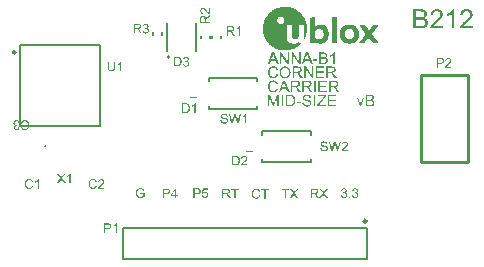
<source format=gto>
G04*
G04 #@! TF.GenerationSoftware,Altium Limited,Altium Designer,21.6.4 (81)*
G04*
G04 Layer_Color=65535*
%FSLAX44Y44*%
%MOMM*%
G71*
G04*
G04 #@! TF.SameCoordinates,0AEC0AEB-8793-4253-9BAD-FCEC690E4261*
G04*
G04*
G04 #@! TF.FilePolarity,Positive*
G04*
G01*
G75*
%ADD10C,0.2540*%
%ADD11C,0.1270*%
%ADD12C,0.2000*%
%ADD13C,0.1016*%
G36*
X261155Y168967D02*
X257468D01*
Y170170D01*
X261155D01*
Y168967D01*
D02*
G37*
G36*
X246859Y166047D02*
X245529D01*
X240428Y173688D01*
Y166047D01*
X239189D01*
Y175785D01*
X240512D01*
X245620Y168137D01*
Y175785D01*
X246859D01*
Y166047D01*
D02*
G37*
G36*
X237036D02*
X235707D01*
X230606Y173688D01*
Y166047D01*
X229368D01*
Y175785D01*
X230690D01*
X235798Y168137D01*
Y175785D01*
X237036D01*
Y166047D01*
D02*
G37*
G36*
X275712D02*
X274516D01*
Y173660D01*
X274509Y173653D01*
X274495Y173639D01*
X274474Y173618D01*
X274439Y173590D01*
X274397Y173554D01*
X274340Y173505D01*
X274277Y173456D01*
X274214Y173400D01*
X274129Y173343D01*
X274045Y173273D01*
X273953Y173210D01*
X273855Y173132D01*
X273742Y173062D01*
X273630Y172985D01*
X273376Y172830D01*
X273369Y172823D01*
X273348Y172809D01*
X273306Y172787D01*
X273257Y172766D01*
X273200Y172731D01*
X273130Y172689D01*
X273046Y172647D01*
X272961Y172598D01*
X272764Y172499D01*
X272553Y172401D01*
X272335Y172302D01*
X272124Y172218D01*
Y173372D01*
X272138Y173379D01*
X272166Y173393D01*
X272222Y173421D01*
X272293Y173456D01*
X272377Y173498D01*
X272483Y173554D01*
X272595Y173618D01*
X272715Y173688D01*
X272849Y173773D01*
X272989Y173857D01*
X273285Y174054D01*
X273587Y174272D01*
X273876Y174511D01*
X273883Y174518D01*
X273911Y174540D01*
X273946Y174575D01*
X273996Y174624D01*
X274059Y174687D01*
X274129Y174758D01*
X274207Y174842D01*
X274291Y174926D01*
X274375Y175025D01*
X274467Y175131D01*
X274643Y175349D01*
X274805Y175581D01*
X274875Y175700D01*
X274938Y175820D01*
X275712D01*
Y166047D01*
D02*
G37*
G36*
X266404Y175778D02*
X266502D01*
X266608Y175771D01*
X266735Y175757D01*
X266861Y175750D01*
X267002Y175728D01*
X267150Y175714D01*
X267445Y175658D01*
X267741Y175581D01*
X267882Y175539D01*
X268008Y175482D01*
X268015D01*
X268036Y175468D01*
X268071Y175454D01*
X268121Y175426D01*
X268177Y175398D01*
X268240Y175356D01*
X268318Y175313D01*
X268395Y175257D01*
X268479Y175201D01*
X268564Y175131D01*
X268648Y175060D01*
X268740Y174976D01*
X268824Y174884D01*
X268909Y174793D01*
X268986Y174687D01*
X269063Y174575D01*
X269070Y174568D01*
X269077Y174547D01*
X269099Y174511D01*
X269127Y174469D01*
X269155Y174413D01*
X269183Y174342D01*
X269218Y174272D01*
X269261Y174188D01*
X269296Y174089D01*
X269331Y173991D01*
X269387Y173773D01*
X269436Y173533D01*
X269443Y173414D01*
X269450Y173287D01*
Y173280D01*
Y173259D01*
Y173224D01*
X269443Y173181D01*
Y173125D01*
X269429Y173062D01*
X269422Y172985D01*
X269408Y172907D01*
X269366Y172724D01*
X269303Y172527D01*
X269268Y172422D01*
X269218Y172323D01*
X269169Y172218D01*
X269106Y172112D01*
X269099Y172105D01*
X269092Y172091D01*
X269070Y172063D01*
X269042Y172021D01*
X269007Y171971D01*
X268965Y171922D01*
X268909Y171859D01*
X268852Y171796D01*
X268782Y171725D01*
X268712Y171655D01*
X268627Y171584D01*
X268536Y171507D01*
X268430Y171430D01*
X268325Y171359D01*
X268212Y171289D01*
X268085Y171226D01*
X268092D01*
X268128Y171211D01*
X268170Y171197D01*
X268233Y171176D01*
X268304Y171148D01*
X268388Y171113D01*
X268486Y171071D01*
X268585Y171014D01*
X268698Y170958D01*
X268810Y170895D01*
X268923Y170825D01*
X269035Y170740D01*
X269141Y170656D01*
X269253Y170557D01*
X269352Y170452D01*
X269443Y170339D01*
X269450Y170332D01*
X269464Y170311D01*
X269486Y170276D01*
X269521Y170226D01*
X269556Y170170D01*
X269598Y170100D01*
X269640Y170015D01*
X269683Y169924D01*
X269725Y169818D01*
X269774Y169706D01*
X269809Y169586D01*
X269844Y169453D01*
X269880Y169319D01*
X269901Y169171D01*
X269915Y169023D01*
X269922Y168869D01*
Y168862D01*
Y168841D01*
Y168798D01*
X269915Y168749D01*
Y168693D01*
X269908Y168622D01*
X269901Y168538D01*
X269887Y168454D01*
X269851Y168256D01*
X269795Y168038D01*
X269725Y167813D01*
X269626Y167588D01*
Y167581D01*
X269612Y167560D01*
X269598Y167532D01*
X269577Y167490D01*
X269549Y167440D01*
X269514Y167384D01*
X269429Y167257D01*
X269324Y167110D01*
X269204Y166962D01*
X269070Y166814D01*
X268916Y166688D01*
X268909D01*
X268895Y166673D01*
X268874Y166659D01*
X268838Y166638D01*
X268796Y166610D01*
X268747Y166582D01*
X268691Y166547D01*
X268627Y166512D01*
X268550Y166469D01*
X268472Y166434D01*
X268290Y166350D01*
X268085Y166279D01*
X267853Y166209D01*
X267846D01*
X267825Y166202D01*
X267790Y166195D01*
X267741Y166181D01*
X267677Y166174D01*
X267600Y166160D01*
X267516Y166146D01*
X267417Y166132D01*
X267312Y166111D01*
X267192Y166096D01*
X267058Y166082D01*
X266925Y166075D01*
X266777Y166061D01*
X266622Y166054D01*
X266453Y166047D01*
X262577D01*
Y175785D01*
X266327D01*
X266404Y175778D01*
D02*
G37*
G36*
X257067Y166047D02*
X255604D01*
X254478Y168995D01*
X250390D01*
X249328Y166047D01*
X247970D01*
X251706Y175785D01*
X253085D01*
X257067Y166047D01*
D02*
G37*
G36*
X228354D02*
X226891D01*
X225765Y168995D01*
X221677D01*
X220615Y166047D01*
X219257D01*
X222993Y175785D01*
X224372D01*
X228354Y166047D01*
D02*
G37*
G36*
X223985Y164093D02*
X224091Y164086D01*
X224217Y164079D01*
X224358Y164058D01*
X224520Y164036D01*
X224703Y164008D01*
X224893Y163966D01*
X225090Y163917D01*
X225294Y163860D01*
X225498Y163783D01*
X225702Y163699D01*
X225913Y163600D01*
X226110Y163488D01*
X226300Y163354D01*
X226314Y163347D01*
X226342Y163319D01*
X226398Y163277D01*
X226462Y163213D01*
X226546Y163143D01*
X226638Y163044D01*
X226736Y162939D01*
X226849Y162812D01*
X226961Y162672D01*
X227081Y162517D01*
X227193Y162341D01*
X227306Y162158D01*
X227419Y161954D01*
X227517Y161736D01*
X227616Y161504D01*
X227693Y161257D01*
X226427Y160962D01*
X226420Y160976D01*
X226413Y161011D01*
X226391Y161060D01*
X226363Y161138D01*
X226328Y161222D01*
X226286Y161321D01*
X226229Y161433D01*
X226173Y161553D01*
X226110Y161679D01*
X226033Y161806D01*
X225955Y161933D01*
X225864Y162066D01*
X225765Y162186D01*
X225667Y162306D01*
X225554Y162411D01*
X225434Y162510D01*
X225427Y162517D01*
X225406Y162531D01*
X225371Y162552D01*
X225322Y162587D01*
X225259Y162622D01*
X225181Y162664D01*
X225090Y162707D01*
X224991Y162756D01*
X224879Y162798D01*
X224759Y162840D01*
X224625Y162882D01*
X224485Y162918D01*
X224330Y162953D01*
X224168Y162974D01*
X223999Y162988D01*
X223816Y162995D01*
X223711D01*
X223633Y162988D01*
X223535Y162981D01*
X223422Y162967D01*
X223296Y162953D01*
X223162Y162925D01*
X223014Y162897D01*
X222866Y162861D01*
X222712Y162819D01*
X222550Y162770D01*
X222395Y162707D01*
X222240Y162629D01*
X222085Y162552D01*
X221938Y162453D01*
X221931Y162446D01*
X221903Y162432D01*
X221867Y162397D01*
X221818Y162355D01*
X221755Y162299D01*
X221684Y162235D01*
X221607Y162158D01*
X221523Y162073D01*
X221438Y161975D01*
X221347Y161869D01*
X221262Y161750D01*
X221178Y161616D01*
X221093Y161482D01*
X221016Y161335D01*
X220946Y161180D01*
X220882Y161011D01*
Y161004D01*
X220868Y160969D01*
X220854Y160919D01*
X220833Y160856D01*
X220812Y160772D01*
X220784Y160673D01*
X220763Y160561D01*
X220735Y160434D01*
X220706Y160300D01*
X220678Y160153D01*
X220650Y159998D01*
X220629Y159836D01*
X220594Y159498D01*
X220587Y159322D01*
X220580Y159139D01*
Y159125D01*
Y159083D01*
Y159020D01*
X220587Y158928D01*
X220594Y158823D01*
X220601Y158696D01*
X220608Y158555D01*
X220622Y158408D01*
X220643Y158239D01*
X220664Y158063D01*
X220735Y157704D01*
X220770Y157514D01*
X220819Y157331D01*
X220875Y157148D01*
X220939Y156973D01*
X220946Y156965D01*
X220953Y156930D01*
X220974Y156888D01*
X221009Y156825D01*
X221044Y156747D01*
X221093Y156656D01*
X221150Y156557D01*
X221213Y156452D01*
X221290Y156346D01*
X221375Y156234D01*
X221466Y156114D01*
X221565Y156002D01*
X221677Y155889D01*
X221797Y155783D01*
X221924Y155685D01*
X222064Y155593D01*
X222071Y155586D01*
X222099Y155572D01*
X222142Y155551D01*
X222198Y155523D01*
X222268Y155488D01*
X222353Y155446D01*
X222451Y155410D01*
X222557Y155368D01*
X222676Y155319D01*
X222803Y155284D01*
X222944Y155242D01*
X223085Y155206D01*
X223239Y155178D01*
X223394Y155157D01*
X223556Y155143D01*
X223718Y155136D01*
X223767D01*
X223823Y155143D01*
X223901D01*
X223992Y155157D01*
X224098Y155171D01*
X224224Y155185D01*
X224351Y155213D01*
X224492Y155249D01*
X224639Y155291D01*
X224794Y155340D01*
X224949Y155396D01*
X225104Y155467D01*
X225259Y155551D01*
X225406Y155650D01*
X225554Y155755D01*
X225561Y155762D01*
X225589Y155783D01*
X225624Y155819D01*
X225674Y155875D01*
X225737Y155938D01*
X225807Y156016D01*
X225885Y156114D01*
X225962Y156220D01*
X226047Y156346D01*
X226131Y156480D01*
X226222Y156635D01*
X226300Y156804D01*
X226384Y156980D01*
X226455Y157177D01*
X226518Y157381D01*
X226574Y157606D01*
X227862Y157282D01*
Y157275D01*
X227855Y157261D01*
X227848Y157240D01*
X227841Y157212D01*
X227834Y157177D01*
X227820Y157127D01*
X227784Y157022D01*
X227735Y156888D01*
X227679Y156740D01*
X227609Y156571D01*
X227524Y156389D01*
X227433Y156192D01*
X227327Y155995D01*
X227208Y155798D01*
X227074Y155593D01*
X226926Y155396D01*
X226764Y155206D01*
X226588Y155031D01*
X226398Y154862D01*
X226384Y154855D01*
X226349Y154826D01*
X226293Y154784D01*
X226208Y154735D01*
X226110Y154672D01*
X225983Y154601D01*
X225843Y154524D01*
X225681Y154447D01*
X225505Y154369D01*
X225308Y154292D01*
X225097Y154221D01*
X224872Y154158D01*
X224625Y154109D01*
X224372Y154067D01*
X224105Y154038D01*
X223823Y154031D01*
X223718D01*
X223668Y154038D01*
X223563D01*
X223429Y154053D01*
X223274Y154067D01*
X223099Y154088D01*
X222916Y154109D01*
X222712Y154144D01*
X222508Y154186D01*
X222290Y154243D01*
X222078Y154299D01*
X221867Y154376D01*
X221656Y154461D01*
X221452Y154559D01*
X221262Y154672D01*
X221248Y154679D01*
X221220Y154700D01*
X221171Y154742D01*
X221100Y154791D01*
X221016Y154855D01*
X220924Y154939D01*
X220819Y155031D01*
X220706Y155143D01*
X220587Y155270D01*
X220467Y155403D01*
X220341Y155558D01*
X220214Y155720D01*
X220094Y155903D01*
X219975Y156093D01*
X219862Y156304D01*
X219764Y156522D01*
Y156529D01*
X219757Y156536D01*
X219743Y156579D01*
X219714Y156642D01*
X219686Y156733D01*
X219644Y156846D01*
X219602Y156980D01*
X219552Y157134D01*
X219510Y157303D01*
X219461Y157493D01*
X219412Y157697D01*
X219370Y157908D01*
X219327Y158140D01*
X219299Y158373D01*
X219271Y158619D01*
X219257Y158872D01*
X219250Y159132D01*
Y159139D01*
Y159154D01*
Y159175D01*
Y159203D01*
Y159238D01*
X219257Y159280D01*
Y159386D01*
X219271Y159519D01*
X219278Y159674D01*
X219299Y159850D01*
X219320Y160040D01*
X219356Y160237D01*
X219391Y160448D01*
X219440Y160673D01*
X219496Y160898D01*
X219560Y161124D01*
X219637Y161349D01*
X219728Y161567D01*
X219827Y161785D01*
X219834Y161799D01*
X219855Y161834D01*
X219890Y161891D01*
X219932Y161975D01*
X219996Y162066D01*
X220066Y162172D01*
X220158Y162299D01*
X220256Y162425D01*
X220362Y162559D01*
X220488Y162707D01*
X220622Y162847D01*
X220770Y162988D01*
X220932Y163129D01*
X221100Y163263D01*
X221283Y163389D01*
X221480Y163509D01*
X221494Y163516D01*
X221530Y163537D01*
X221586Y163565D01*
X221670Y163600D01*
X221769Y163649D01*
X221888Y163699D01*
X222029Y163748D01*
X222177Y163804D01*
X222346Y163860D01*
X222529Y163910D01*
X222726Y163966D01*
X222930Y164008D01*
X223148Y164043D01*
X223373Y164072D01*
X223605Y164093D01*
X223844Y164100D01*
X223943D01*
X223985Y164093D01*
D02*
G37*
G36*
X257504Y154193D02*
X256174D01*
X251073Y161834D01*
Y154193D01*
X249835D01*
Y163931D01*
X251157D01*
X256265Y156283D01*
Y163931D01*
X257504D01*
Y154193D01*
D02*
G37*
G36*
X273285Y163924D02*
X273398D01*
X273524Y163917D01*
X273658Y163910D01*
X273813Y163896D01*
X273967Y163882D01*
X274129Y163867D01*
X274460Y163818D01*
X274615Y163790D01*
X274769Y163755D01*
X274917Y163713D01*
X275051Y163664D01*
X275058D01*
X275079Y163649D01*
X275114Y163635D01*
X275163Y163614D01*
X275220Y163586D01*
X275283Y163544D01*
X275361Y163502D01*
X275438Y163452D01*
X275522Y163389D01*
X275614Y163326D01*
X275705Y163248D01*
X275797Y163164D01*
X275881Y163065D01*
X275973Y162967D01*
X276057Y162854D01*
X276134Y162735D01*
X276141Y162728D01*
X276156Y162707D01*
X276170Y162672D01*
X276198Y162622D01*
X276226Y162559D01*
X276261Y162481D01*
X276303Y162397D01*
X276339Y162306D01*
X276374Y162200D01*
X276416Y162087D01*
X276451Y161968D01*
X276479Y161841D01*
X276507Y161708D01*
X276528Y161567D01*
X276535Y161419D01*
X276542Y161271D01*
Y161257D01*
Y161229D01*
X276535Y161173D01*
Y161095D01*
X276521Y161011D01*
X276507Y160905D01*
X276486Y160793D01*
X276458Y160666D01*
X276423Y160533D01*
X276381Y160392D01*
X276324Y160244D01*
X276261Y160096D01*
X276184Y159949D01*
X276092Y159808D01*
X275987Y159660D01*
X275867Y159527D01*
X275860Y159519D01*
X275839Y159498D01*
X275797Y159463D01*
X275740Y159414D01*
X275670Y159358D01*
X275579Y159294D01*
X275480Y159224D01*
X275361Y159146D01*
X275220Y159069D01*
X275072Y158992D01*
X274896Y158921D01*
X274713Y158844D01*
X274509Y158781D01*
X274291Y158717D01*
X274052Y158668D01*
X273799Y158626D01*
X273806D01*
X273820Y158612D01*
X273848Y158605D01*
X273883Y158584D01*
X273925Y158562D01*
X273974Y158534D01*
X274087Y158471D01*
X274214Y158401D01*
X274340Y158316D01*
X274460Y158232D01*
X274573Y158140D01*
X274580Y158133D01*
X274601Y158119D01*
X274629Y158084D01*
X274671Y158049D01*
X274720Y157993D01*
X274776Y157936D01*
X274847Y157866D01*
X274917Y157782D01*
X274995Y157690D01*
X275079Y157592D01*
X275170Y157486D01*
X275262Y157374D01*
X275354Y157247D01*
X275452Y157120D01*
X275642Y156839D01*
X277323Y154193D01*
X275712D01*
X274425Y156220D01*
X274418Y156227D01*
X274397Y156255D01*
X274368Y156304D01*
X274333Y156360D01*
X274284Y156438D01*
X274228Y156522D01*
X274164Y156614D01*
X274101Y156712D01*
X273953Y156930D01*
X273799Y157155D01*
X273644Y157367D01*
X273566Y157465D01*
X273496Y157556D01*
X273489Y157563D01*
X273482Y157577D01*
X273461Y157599D01*
X273433Y157634D01*
X273362Y157718D01*
X273278Y157817D01*
X273172Y157922D01*
X273067Y158035D01*
X272954Y158133D01*
X272842Y158211D01*
X272828Y158218D01*
X272792Y158239D01*
X272736Y158274D01*
X272659Y158309D01*
X272574Y158351D01*
X272476Y158401D01*
X272370Y158436D01*
X272258Y158471D01*
X272251D01*
X272215Y158478D01*
X272159Y158485D01*
X272089Y158499D01*
X271990Y158506D01*
X271864Y158513D01*
X271716Y158520D01*
X270049D01*
Y154193D01*
X268761D01*
Y163931D01*
X273200D01*
X273285Y163924D01*
D02*
G37*
G36*
X266735Y162784D02*
X260986D01*
Y159801D01*
X266369D01*
Y158654D01*
X260986D01*
Y155340D01*
X266960D01*
Y154193D01*
X259699D01*
Y163931D01*
X266735D01*
Y162784D01*
D02*
G37*
G36*
X244572Y163924D02*
X244684D01*
X244811Y163917D01*
X244945Y163910D01*
X245100Y163896D01*
X245254Y163882D01*
X245416Y163867D01*
X245747Y163818D01*
X245902Y163790D01*
X246056Y163755D01*
X246204Y163713D01*
X246338Y163664D01*
X246345D01*
X246366Y163649D01*
X246401Y163635D01*
X246450Y163614D01*
X246507Y163586D01*
X246570Y163544D01*
X246647Y163502D01*
X246725Y163452D01*
X246809Y163389D01*
X246901Y163326D01*
X246992Y163248D01*
X247084Y163164D01*
X247168Y163065D01*
X247260Y162967D01*
X247344Y162854D01*
X247421Y162735D01*
X247428Y162728D01*
X247442Y162707D01*
X247456Y162672D01*
X247485Y162622D01*
X247513Y162559D01*
X247548Y162481D01*
X247590Y162397D01*
X247625Y162306D01*
X247661Y162200D01*
X247703Y162087D01*
X247738Y161968D01*
X247766Y161841D01*
X247794Y161708D01*
X247815Y161567D01*
X247822Y161419D01*
X247829Y161271D01*
Y161257D01*
Y161229D01*
X247822Y161173D01*
Y161095D01*
X247808Y161011D01*
X247794Y160905D01*
X247773Y160793D01*
X247745Y160666D01*
X247710Y160533D01*
X247668Y160392D01*
X247611Y160244D01*
X247548Y160096D01*
X247471Y159949D01*
X247379Y159808D01*
X247274Y159660D01*
X247154Y159527D01*
X247147Y159519D01*
X247126Y159498D01*
X247084Y159463D01*
X247027Y159414D01*
X246957Y159358D01*
X246866Y159294D01*
X246767Y159224D01*
X246647Y159146D01*
X246507Y159069D01*
X246359Y158992D01*
X246183Y158921D01*
X246000Y158844D01*
X245796Y158781D01*
X245578Y158717D01*
X245339Y158668D01*
X245086Y158626D01*
X245093D01*
X245107Y158612D01*
X245135Y158605D01*
X245170Y158584D01*
X245212Y158562D01*
X245261Y158534D01*
X245374Y158471D01*
X245501Y158401D01*
X245627Y158316D01*
X245747Y158232D01*
X245859Y158140D01*
X245866Y158133D01*
X245888Y158119D01*
X245916Y158084D01*
X245958Y158049D01*
X246007Y157993D01*
X246063Y157936D01*
X246134Y157866D01*
X246204Y157782D01*
X246282Y157690D01*
X246366Y157592D01*
X246457Y157486D01*
X246549Y157374D01*
X246640Y157247D01*
X246739Y157120D01*
X246929Y156839D01*
X248610Y154193D01*
X246999D01*
X245712Y156220D01*
X245705Y156227D01*
X245683Y156255D01*
X245655Y156304D01*
X245620Y156360D01*
X245571Y156438D01*
X245515Y156522D01*
X245451Y156614D01*
X245388Y156712D01*
X245240Y156930D01*
X245086Y157155D01*
X244931Y157367D01*
X244853Y157465D01*
X244783Y157556D01*
X244776Y157563D01*
X244769Y157577D01*
X244748Y157599D01*
X244720Y157634D01*
X244649Y157718D01*
X244565Y157817D01*
X244459Y157922D01*
X244354Y158035D01*
X244241Y158133D01*
X244129Y158211D01*
X244114Y158218D01*
X244079Y158239D01*
X244023Y158274D01*
X243946Y158309D01*
X243861Y158351D01*
X243763Y158401D01*
X243657Y158436D01*
X243545Y158471D01*
X243538D01*
X243502Y158478D01*
X243446Y158485D01*
X243376Y158499D01*
X243277Y158506D01*
X243151Y158513D01*
X243003Y158520D01*
X241335D01*
Y154193D01*
X240048D01*
Y163931D01*
X244487D01*
X244572Y163924D01*
D02*
G37*
G36*
X233842Y164093D02*
X233934D01*
X234053Y164079D01*
X234194Y164065D01*
X234349Y164043D01*
X234518Y164022D01*
X234701Y163987D01*
X234898Y163945D01*
X235102Y163889D01*
X235306Y163825D01*
X235517Y163755D01*
X235728Y163664D01*
X235939Y163565D01*
X236143Y163452D01*
X236157Y163445D01*
X236192Y163424D01*
X236248Y163389D01*
X236319Y163333D01*
X236410Y163270D01*
X236516Y163192D01*
X236628Y163094D01*
X236755Y162988D01*
X236889Y162868D01*
X237022Y162735D01*
X237163Y162587D01*
X237297Y162425D01*
X237430Y162249D01*
X237564Y162066D01*
X237684Y161869D01*
X237796Y161658D01*
X237803Y161644D01*
X237824Y161609D01*
X237853Y161546D01*
X237888Y161454D01*
X237930Y161349D01*
X237979Y161215D01*
X238029Y161067D01*
X238085Y160898D01*
X238134Y160716D01*
X238183Y160511D01*
X238233Y160300D01*
X238275Y160068D01*
X238317Y159829D01*
X238345Y159576D01*
X238359Y159315D01*
X238366Y159048D01*
Y159041D01*
Y159034D01*
Y159013D01*
Y158985D01*
Y158949D01*
X238359Y158900D01*
Y158795D01*
X238345Y158668D01*
X238338Y158520D01*
X238317Y158344D01*
X238289Y158161D01*
X238261Y157957D01*
X238218Y157746D01*
X238169Y157528D01*
X238113Y157303D01*
X238043Y157071D01*
X237965Y156846D01*
X237874Y156621D01*
X237768Y156396D01*
X237761Y156381D01*
X237740Y156346D01*
X237705Y156283D01*
X237656Y156206D01*
X237599Y156107D01*
X237522Y155995D01*
X237430Y155868D01*
X237332Y155734D01*
X237219Y155593D01*
X237093Y155453D01*
X236952Y155305D01*
X236804Y155157D01*
X236635Y155016D01*
X236460Y154876D01*
X236270Y154749D01*
X236073Y154629D01*
X236059Y154622D01*
X236023Y154601D01*
X235960Y154573D01*
X235883Y154538D01*
X235777Y154489D01*
X235658Y154440D01*
X235524Y154383D01*
X235369Y154334D01*
X235193Y154278D01*
X235010Y154221D01*
X234820Y154172D01*
X234609Y154123D01*
X234398Y154088D01*
X234173Y154060D01*
X233941Y154038D01*
X233709Y154031D01*
X233645D01*
X233575Y154038D01*
X233476Y154046D01*
X233357Y154053D01*
X233216Y154067D01*
X233054Y154088D01*
X232885Y154116D01*
X232695Y154151D01*
X232498Y154193D01*
X232294Y154250D01*
X232090Y154313D01*
X231879Y154383D01*
X231661Y154475D01*
X231450Y154573D01*
X231246Y154693D01*
X231232Y154700D01*
X231197Y154721D01*
X231140Y154763D01*
X231070Y154812D01*
X230979Y154883D01*
X230873Y154960D01*
X230761Y155059D01*
X230634Y155164D01*
X230507Y155291D01*
X230367Y155425D01*
X230233Y155572D01*
X230099Y155734D01*
X229965Y155910D01*
X229839Y156093D01*
X229719Y156290D01*
X229607Y156501D01*
X229600Y156515D01*
X229586Y156550D01*
X229557Y156614D01*
X229522Y156705D01*
X229480Y156811D01*
X229431Y156937D01*
X229382Y157078D01*
X229332Y157240D01*
X229276Y157416D01*
X229227Y157606D01*
X229177Y157803D01*
X229135Y158014D01*
X229100Y158239D01*
X229072Y158464D01*
X229058Y158696D01*
X229051Y158935D01*
Y158942D01*
Y158964D01*
Y158999D01*
Y159041D01*
X229058Y159097D01*
Y159168D01*
X229065Y159245D01*
X229072Y159337D01*
X229079Y159435D01*
X229093Y159541D01*
X229107Y159653D01*
X229121Y159773D01*
X229163Y160033D01*
X229213Y160315D01*
X229283Y160617D01*
X229368Y160927D01*
X229473Y161243D01*
X229600Y161560D01*
X229747Y161869D01*
X229923Y162172D01*
X230022Y162320D01*
X230120Y162460D01*
X230233Y162594D01*
X230352Y162728D01*
X230359Y162735D01*
X230367Y162742D01*
X230388Y162763D01*
X230416Y162784D01*
X230444Y162819D01*
X230486Y162854D01*
X230592Y162946D01*
X230718Y163044D01*
X230873Y163164D01*
X231056Y163284D01*
X231260Y163417D01*
X231492Y163544D01*
X231746Y163664D01*
X232020Y163783D01*
X232316Y163889D01*
X232639Y163973D01*
X232977Y164043D01*
X233153Y164065D01*
X233336Y164086D01*
X233519Y164093D01*
X233709Y164100D01*
X233772D01*
X233842Y164093D01*
D02*
G37*
G36*
X223985Y152077D02*
X224091Y152070D01*
X224217Y152063D01*
X224358Y152042D01*
X224520Y152021D01*
X224703Y151993D01*
X224893Y151950D01*
X225090Y151901D01*
X225294Y151845D01*
X225498Y151767D01*
X225702Y151683D01*
X225913Y151584D01*
X226110Y151472D01*
X226300Y151338D01*
X226314Y151331D01*
X226342Y151303D01*
X226398Y151261D01*
X226462Y151198D01*
X226546Y151127D01*
X226638Y151029D01*
X226736Y150923D01*
X226849Y150796D01*
X226961Y150656D01*
X227081Y150501D01*
X227193Y150325D01*
X227306Y150142D01*
X227419Y149938D01*
X227517Y149720D01*
X227616Y149488D01*
X227693Y149242D01*
X226427Y148946D01*
X226420Y148960D01*
X226413Y148995D01*
X226391Y149045D01*
X226363Y149122D01*
X226328Y149206D01*
X226286Y149305D01*
X226229Y149417D01*
X226173Y149537D01*
X226110Y149664D01*
X226033Y149790D01*
X225955Y149917D01*
X225864Y150051D01*
X225765Y150170D01*
X225667Y150290D01*
X225554Y150395D01*
X225434Y150494D01*
X225427Y150501D01*
X225406Y150515D01*
X225371Y150536D01*
X225322Y150571D01*
X225259Y150606D01*
X225181Y150649D01*
X225090Y150691D01*
X224991Y150740D01*
X224879Y150782D01*
X224759Y150825D01*
X224625Y150867D01*
X224485Y150902D01*
X224330Y150937D01*
X224168Y150958D01*
X223999Y150972D01*
X223816Y150979D01*
X223711D01*
X223633Y150972D01*
X223535Y150965D01*
X223422Y150951D01*
X223296Y150937D01*
X223162Y150909D01*
X223014Y150881D01*
X222866Y150846D01*
X222712Y150803D01*
X222550Y150754D01*
X222395Y150691D01*
X222240Y150613D01*
X222085Y150536D01*
X221938Y150438D01*
X221931Y150431D01*
X221903Y150416D01*
X221867Y150381D01*
X221818Y150339D01*
X221755Y150283D01*
X221684Y150219D01*
X221607Y150142D01*
X221523Y150058D01*
X221438Y149959D01*
X221347Y149854D01*
X221262Y149734D01*
X221178Y149600D01*
X221093Y149467D01*
X221016Y149319D01*
X220946Y149164D01*
X220882Y148995D01*
Y148988D01*
X220868Y148953D01*
X220854Y148904D01*
X220833Y148841D01*
X220812Y148756D01*
X220784Y148658D01*
X220763Y148545D01*
X220735Y148418D01*
X220706Y148285D01*
X220678Y148137D01*
X220650Y147982D01*
X220629Y147820D01*
X220594Y147483D01*
X220587Y147307D01*
X220580Y147124D01*
Y147110D01*
Y147067D01*
Y147004D01*
X220587Y146913D01*
X220594Y146807D01*
X220601Y146680D01*
X220608Y146540D01*
X220622Y146392D01*
X220643Y146223D01*
X220664Y146047D01*
X220735Y145688D01*
X220770Y145499D01*
X220819Y145316D01*
X220875Y145133D01*
X220939Y144957D01*
X220946Y144950D01*
X220953Y144915D01*
X220974Y144872D01*
X221009Y144809D01*
X221044Y144732D01*
X221093Y144640D01*
X221150Y144542D01*
X221213Y144436D01*
X221290Y144331D01*
X221375Y144218D01*
X221466Y144098D01*
X221565Y143986D01*
X221677Y143873D01*
X221797Y143768D01*
X221924Y143669D01*
X222064Y143578D01*
X222071Y143571D01*
X222099Y143557D01*
X222142Y143535D01*
X222198Y143507D01*
X222268Y143472D01*
X222353Y143430D01*
X222451Y143395D01*
X222557Y143352D01*
X222676Y143303D01*
X222803Y143268D01*
X222944Y143226D01*
X223085Y143191D01*
X223239Y143163D01*
X223394Y143141D01*
X223556Y143127D01*
X223718Y143120D01*
X223767D01*
X223823Y143127D01*
X223901D01*
X223992Y143141D01*
X224098Y143155D01*
X224224Y143170D01*
X224351Y143198D01*
X224492Y143233D01*
X224639Y143275D01*
X224794Y143324D01*
X224949Y143381D01*
X225104Y143451D01*
X225259Y143535D01*
X225406Y143634D01*
X225554Y143740D01*
X225561Y143747D01*
X225589Y143768D01*
X225624Y143803D01*
X225674Y143859D01*
X225737Y143922D01*
X225807Y144000D01*
X225885Y144098D01*
X225962Y144204D01*
X226047Y144331D01*
X226131Y144464D01*
X226222Y144619D01*
X226300Y144788D01*
X226384Y144964D01*
X226455Y145161D01*
X226518Y145365D01*
X226574Y145590D01*
X227862Y145266D01*
Y145259D01*
X227855Y145245D01*
X227848Y145224D01*
X227841Y145196D01*
X227834Y145161D01*
X227820Y145112D01*
X227784Y145006D01*
X227735Y144872D01*
X227679Y144725D01*
X227609Y144556D01*
X227524Y144373D01*
X227433Y144176D01*
X227327Y143979D01*
X227208Y143782D01*
X227074Y143578D01*
X226926Y143381D01*
X226764Y143191D01*
X226588Y143015D01*
X226398Y142846D01*
X226384Y142839D01*
X226349Y142811D01*
X226293Y142769D01*
X226208Y142719D01*
X226110Y142656D01*
X225983Y142586D01*
X225843Y142508D01*
X225681Y142431D01*
X225505Y142353D01*
X225308Y142276D01*
X225097Y142206D01*
X224872Y142142D01*
X224625Y142093D01*
X224372Y142051D01*
X224105Y142023D01*
X223823Y142016D01*
X223718D01*
X223668Y142023D01*
X223563D01*
X223429Y142037D01*
X223274Y142051D01*
X223099Y142072D01*
X222916Y142093D01*
X222712Y142128D01*
X222508Y142170D01*
X222290Y142227D01*
X222078Y142283D01*
X221867Y142360D01*
X221656Y142445D01*
X221452Y142543D01*
X221262Y142656D01*
X221248Y142663D01*
X221220Y142684D01*
X221171Y142726D01*
X221100Y142776D01*
X221016Y142839D01*
X220924Y142923D01*
X220819Y143015D01*
X220706Y143127D01*
X220587Y143254D01*
X220467Y143388D01*
X220341Y143542D01*
X220214Y143704D01*
X220094Y143887D01*
X219975Y144077D01*
X219862Y144288D01*
X219764Y144506D01*
Y144514D01*
X219757Y144521D01*
X219743Y144563D01*
X219714Y144626D01*
X219686Y144718D01*
X219644Y144830D01*
X219602Y144964D01*
X219552Y145119D01*
X219510Y145287D01*
X219461Y145477D01*
X219412Y145681D01*
X219370Y145892D01*
X219327Y146125D01*
X219299Y146357D01*
X219271Y146603D01*
X219257Y146856D01*
X219250Y147117D01*
Y147124D01*
Y147138D01*
Y147159D01*
Y147187D01*
Y147222D01*
X219257Y147264D01*
Y147370D01*
X219271Y147504D01*
X219278Y147659D01*
X219299Y147834D01*
X219320Y148024D01*
X219356Y148221D01*
X219391Y148432D01*
X219440Y148658D01*
X219496Y148883D01*
X219560Y149108D01*
X219637Y149333D01*
X219728Y149551D01*
X219827Y149769D01*
X219834Y149783D01*
X219855Y149818D01*
X219890Y149875D01*
X219932Y149959D01*
X219996Y150051D01*
X220066Y150156D01*
X220158Y150283D01*
X220256Y150409D01*
X220362Y150543D01*
X220488Y150691D01*
X220622Y150832D01*
X220770Y150972D01*
X220932Y151113D01*
X221100Y151247D01*
X221283Y151373D01*
X221480Y151493D01*
X221494Y151500D01*
X221530Y151521D01*
X221586Y151549D01*
X221670Y151584D01*
X221769Y151634D01*
X221888Y151683D01*
X222029Y151732D01*
X222177Y151789D01*
X222346Y151845D01*
X222529Y151894D01*
X222726Y151950D01*
X222930Y151993D01*
X223148Y152028D01*
X223373Y152056D01*
X223605Y152077D01*
X223844Y152084D01*
X223943D01*
X223985Y152077D01*
D02*
G37*
G36*
X275550Y151908D02*
X275663D01*
X275790Y151901D01*
X275923Y151894D01*
X276078Y151880D01*
X276233Y151866D01*
X276395Y151852D01*
X276726Y151803D01*
X276880Y151774D01*
X277035Y151739D01*
X277183Y151697D01*
X277316Y151648D01*
X277323D01*
X277345Y151634D01*
X277380Y151620D01*
X277429Y151599D01*
X277485Y151570D01*
X277549Y151528D01*
X277626Y151486D01*
X277703Y151437D01*
X277788Y151373D01*
X277879Y151310D01*
X277971Y151233D01*
X278062Y151148D01*
X278147Y151050D01*
X278238Y150951D01*
X278323Y150839D01*
X278400Y150719D01*
X278407Y150712D01*
X278421Y150691D01*
X278435Y150656D01*
X278463Y150606D01*
X278491Y150543D01*
X278527Y150466D01*
X278569Y150381D01*
X278604Y150290D01*
X278639Y150184D01*
X278681Y150072D01*
X278717Y149952D01*
X278745Y149825D01*
X278773Y149692D01*
X278794Y149551D01*
X278801Y149403D01*
X278808Y149256D01*
Y149242D01*
Y149213D01*
X278801Y149157D01*
Y149080D01*
X278787Y148995D01*
X278773Y148890D01*
X278752Y148777D01*
X278724Y148651D01*
X278688Y148517D01*
X278646Y148376D01*
X278590Y148228D01*
X278527Y148081D01*
X278449Y147933D01*
X278358Y147792D01*
X278252Y147644D01*
X278133Y147511D01*
X278126Y147504D01*
X278104Y147483D01*
X278062Y147447D01*
X278006Y147398D01*
X277936Y147342D01*
X277844Y147278D01*
X277746Y147208D01*
X277626Y147131D01*
X277485Y147053D01*
X277338Y146976D01*
X277162Y146906D01*
X276979Y146828D01*
X276775Y146765D01*
X276557Y146702D01*
X276317Y146652D01*
X276064Y146610D01*
X276071D01*
X276085Y146596D01*
X276113Y146589D01*
X276148Y146568D01*
X276191Y146547D01*
X276240Y146519D01*
X276353Y146455D01*
X276479Y146385D01*
X276606Y146300D01*
X276726Y146216D01*
X276838Y146125D01*
X276845Y146118D01*
X276866Y146103D01*
X276894Y146068D01*
X276936Y146033D01*
X276986Y145977D01*
X277042Y145921D01*
X277112Y145850D01*
X277183Y145766D01*
X277260Y145674D01*
X277345Y145576D01*
X277436Y145470D01*
X277528Y145358D01*
X277619Y145231D01*
X277717Y145105D01*
X277908Y144823D01*
X279589Y142178D01*
X277978D01*
X276690Y144204D01*
X276683Y144211D01*
X276662Y144239D01*
X276634Y144288D01*
X276599Y144345D01*
X276550Y144422D01*
X276493Y144506D01*
X276430Y144598D01*
X276367Y144696D01*
X276219Y144915D01*
X276064Y145140D01*
X275909Y145351D01*
X275832Y145449D01*
X275762Y145541D01*
X275755Y145548D01*
X275748Y145562D01*
X275726Y145583D01*
X275698Y145618D01*
X275628Y145702D01*
X275543Y145801D01*
X275438Y145906D01*
X275332Y146019D01*
X275220Y146118D01*
X275107Y146195D01*
X275093Y146202D01*
X275058Y146223D01*
X275002Y146258D01*
X274924Y146293D01*
X274840Y146336D01*
X274741Y146385D01*
X274636Y146420D01*
X274523Y146455D01*
X274516D01*
X274481Y146462D01*
X274425Y146469D01*
X274354Y146483D01*
X274256Y146490D01*
X274129Y146497D01*
X273981Y146505D01*
X272314D01*
Y142178D01*
X271026D01*
Y151915D01*
X275466D01*
X275550Y151908D01*
D02*
G37*
G36*
X269000Y150768D02*
X263252D01*
Y147785D01*
X268634D01*
Y146638D01*
X263252D01*
Y143324D01*
X269225D01*
Y142178D01*
X261964D01*
Y151915D01*
X269000D01*
Y150768D01*
D02*
G37*
G36*
X259664Y142178D02*
X258376D01*
Y151915D01*
X259664D01*
Y142178D01*
D02*
G37*
G36*
X252881Y151908D02*
X252994D01*
X253120Y151901D01*
X253254Y151894D01*
X253409Y151880D01*
X253564Y151866D01*
X253725Y151852D01*
X254056Y151803D01*
X254211Y151774D01*
X254366Y151739D01*
X254513Y151697D01*
X254647Y151648D01*
X254654D01*
X254675Y151634D01*
X254710Y151620D01*
X254760Y151599D01*
X254816Y151570D01*
X254879Y151528D01*
X254957Y151486D01*
X255034Y151437D01*
X255119Y151373D01*
X255210Y151310D01*
X255301Y151233D01*
X255393Y151148D01*
X255477Y151050D01*
X255569Y150951D01*
X255653Y150839D01*
X255731Y150719D01*
X255738Y150712D01*
X255752Y150691D01*
X255766Y150656D01*
X255794Y150606D01*
X255822Y150543D01*
X255857Y150466D01*
X255900Y150381D01*
X255935Y150290D01*
X255970Y150184D01*
X256012Y150072D01*
X256047Y149952D01*
X256075Y149825D01*
X256103Y149692D01*
X256125Y149551D01*
X256132Y149403D01*
X256139Y149256D01*
Y149242D01*
Y149213D01*
X256132Y149157D01*
Y149080D01*
X256118Y148995D01*
X256103Y148890D01*
X256082Y148777D01*
X256054Y148651D01*
X256019Y148517D01*
X255977Y148376D01*
X255921Y148228D01*
X255857Y148081D01*
X255780Y147933D01*
X255688Y147792D01*
X255583Y147644D01*
X255463Y147511D01*
X255456Y147504D01*
X255435Y147483D01*
X255393Y147447D01*
X255337Y147398D01*
X255266Y147342D01*
X255175Y147278D01*
X255076Y147208D01*
X254957Y147131D01*
X254816Y147053D01*
X254668Y146976D01*
X254492Y146906D01*
X254309Y146828D01*
X254105Y146765D01*
X253887Y146702D01*
X253648Y146652D01*
X253395Y146610D01*
X253402D01*
X253416Y146596D01*
X253444Y146589D01*
X253479Y146568D01*
X253521Y146547D01*
X253571Y146519D01*
X253683Y146455D01*
X253810Y146385D01*
X253937Y146300D01*
X254056Y146216D01*
X254169Y146125D01*
X254176Y146118D01*
X254197Y146103D01*
X254225Y146068D01*
X254267Y146033D01*
X254316Y145977D01*
X254373Y145921D01*
X254443Y145850D01*
X254513Y145766D01*
X254591Y145674D01*
X254675Y145576D01*
X254767Y145470D01*
X254858Y145358D01*
X254950Y145231D01*
X255048Y145105D01*
X255238Y144823D01*
X256920Y142178D01*
X255308D01*
X254021Y144204D01*
X254014Y144211D01*
X253993Y144239D01*
X253965Y144288D01*
X253930Y144345D01*
X253880Y144422D01*
X253824Y144506D01*
X253761Y144598D01*
X253697Y144696D01*
X253549Y144915D01*
X253395Y145140D01*
X253240Y145351D01*
X253163Y145449D01*
X253092Y145541D01*
X253085Y145548D01*
X253078Y145562D01*
X253057Y145583D01*
X253029Y145618D01*
X252959Y145702D01*
X252874Y145801D01*
X252769Y145906D01*
X252663Y146019D01*
X252550Y146118D01*
X252438Y146195D01*
X252424Y146202D01*
X252389Y146223D01*
X252332Y146258D01*
X252255Y146293D01*
X252171Y146336D01*
X252072Y146385D01*
X251966Y146420D01*
X251854Y146455D01*
X251847D01*
X251812Y146462D01*
X251755Y146469D01*
X251685Y146483D01*
X251586Y146490D01*
X251460Y146497D01*
X251312Y146505D01*
X249645D01*
Y142178D01*
X248357D01*
Y151915D01*
X252797D01*
X252881Y151908D01*
D02*
G37*
G36*
X243059D02*
X243172D01*
X243298Y151901D01*
X243432Y151894D01*
X243587Y151880D01*
X243742Y151866D01*
X243903Y151852D01*
X244234Y151803D01*
X244389Y151774D01*
X244544Y151739D01*
X244692Y151697D01*
X244825Y151648D01*
X244832D01*
X244853Y151634D01*
X244888Y151620D01*
X244938Y151599D01*
X244994Y151570D01*
X245057Y151528D01*
X245135Y151486D01*
X245212Y151437D01*
X245296Y151373D01*
X245388Y151310D01*
X245480Y151233D01*
X245571Y151148D01*
X245655Y151050D01*
X245747Y150951D01*
X245831Y150839D01*
X245909Y150719D01*
X245916Y150712D01*
X245930Y150691D01*
X245944Y150656D01*
X245972Y150606D01*
X246000Y150543D01*
X246035Y150466D01*
X246077Y150381D01*
X246113Y150290D01*
X246148Y150184D01*
X246190Y150072D01*
X246225Y149952D01*
X246253Y149825D01*
X246282Y149692D01*
X246303Y149551D01*
X246310Y149403D01*
X246317Y149256D01*
Y149242D01*
Y149213D01*
X246310Y149157D01*
Y149080D01*
X246296Y148995D01*
X246282Y148890D01*
X246260Y148777D01*
X246232Y148651D01*
X246197Y148517D01*
X246155Y148376D01*
X246099Y148228D01*
X246035Y148081D01*
X245958Y147933D01*
X245866Y147792D01*
X245761Y147644D01*
X245641Y147511D01*
X245634Y147504D01*
X245613Y147483D01*
X245571Y147447D01*
X245515Y147398D01*
X245444Y147342D01*
X245353Y147278D01*
X245254Y147208D01*
X245135Y147131D01*
X244994Y147053D01*
X244846Y146976D01*
X244670Y146906D01*
X244487Y146828D01*
X244283Y146765D01*
X244065Y146702D01*
X243826Y146652D01*
X243573Y146610D01*
X243580D01*
X243594Y146596D01*
X243622Y146589D01*
X243657Y146568D01*
X243699Y146547D01*
X243749Y146519D01*
X243861Y146455D01*
X243988Y146385D01*
X244114Y146300D01*
X244234Y146216D01*
X244347Y146125D01*
X244354Y146118D01*
X244375Y146103D01*
X244403Y146068D01*
X244445Y146033D01*
X244494Y145977D01*
X244551Y145921D01*
X244621Y145850D01*
X244692Y145766D01*
X244769Y145674D01*
X244853Y145576D01*
X244945Y145470D01*
X245036Y145358D01*
X245128Y145231D01*
X245226Y145105D01*
X245416Y144823D01*
X247098Y142178D01*
X245487D01*
X244199Y144204D01*
X244192Y144211D01*
X244171Y144239D01*
X244143Y144288D01*
X244107Y144345D01*
X244058Y144422D01*
X244002Y144506D01*
X243939Y144598D01*
X243875Y144696D01*
X243728Y144915D01*
X243573Y145140D01*
X243418Y145351D01*
X243341Y145449D01*
X243270Y145541D01*
X243263Y145548D01*
X243256Y145562D01*
X243235Y145583D01*
X243207Y145618D01*
X243137Y145702D01*
X243052Y145801D01*
X242947Y145906D01*
X242841Y146019D01*
X242729Y146118D01*
X242616Y146195D01*
X242602Y146202D01*
X242567Y146223D01*
X242510Y146258D01*
X242433Y146293D01*
X242348Y146336D01*
X242250Y146385D01*
X242145Y146420D01*
X242032Y146455D01*
X242025D01*
X241990Y146462D01*
X241933Y146469D01*
X241863Y146483D01*
X241765Y146490D01*
X241638Y146497D01*
X241490Y146505D01*
X239823D01*
Y142178D01*
X238535D01*
Y151915D01*
X242975D01*
X243059Y151908D01*
D02*
G37*
G36*
X237487Y142178D02*
X236023D01*
X234898Y145126D01*
X230810D01*
X229747Y142178D01*
X228389D01*
X232125Y151915D01*
X233505D01*
X237487Y142178D01*
D02*
G37*
G36*
X252290Y140061D02*
X252382D01*
X252494Y140047D01*
X252614Y140040D01*
X252754Y140026D01*
X252895Y140005D01*
X253050Y139984D01*
X253367Y139921D01*
X253535Y139878D01*
X253697Y139836D01*
X253859Y139780D01*
X254014Y139716D01*
X254021Y139709D01*
X254049Y139702D01*
X254091Y139681D01*
X254148Y139653D01*
X254218Y139618D01*
X254295Y139569D01*
X254387Y139519D01*
X254478Y139456D01*
X254584Y139393D01*
X254682Y139315D01*
X254788Y139231D01*
X254893Y139139D01*
X254999Y139041D01*
X255097Y138928D01*
X255196Y138816D01*
X255280Y138689D01*
X255287Y138682D01*
X255301Y138661D01*
X255323Y138619D01*
X255351Y138570D01*
X255386Y138506D01*
X255428Y138429D01*
X255463Y138344D01*
X255513Y138246D01*
X255555Y138140D01*
X255597Y138021D01*
X255639Y137894D01*
X255674Y137760D01*
X255709Y137620D01*
X255738Y137472D01*
X255752Y137317D01*
X255766Y137162D01*
X254527Y137071D01*
Y137085D01*
X254520Y137113D01*
X254513Y137162D01*
X254499Y137226D01*
X254485Y137296D01*
X254464Y137388D01*
X254436Y137486D01*
X254401Y137592D01*
X254366Y137704D01*
X254316Y137817D01*
X254260Y137929D01*
X254197Y138049D01*
X254126Y138161D01*
X254042Y138267D01*
X253951Y138373D01*
X253852Y138464D01*
X253845Y138471D01*
X253824Y138485D01*
X253796Y138506D01*
X253746Y138541D01*
X253683Y138577D01*
X253613Y138612D01*
X253528Y138654D01*
X253430Y138703D01*
X253317Y138745D01*
X253191Y138788D01*
X253050Y138823D01*
X252902Y138865D01*
X252733Y138893D01*
X252558Y138914D01*
X252367Y138928D01*
X252164Y138935D01*
X252051D01*
X251973Y138928D01*
X251875Y138921D01*
X251770Y138914D01*
X251643Y138900D01*
X251516Y138879D01*
X251235Y138830D01*
X251094Y138795D01*
X250953Y138752D01*
X250820Y138703D01*
X250686Y138647D01*
X250566Y138584D01*
X250461Y138506D01*
X250454Y138499D01*
X250440Y138485D01*
X250412Y138464D01*
X250376Y138429D01*
X250341Y138387D01*
X250292Y138337D01*
X250250Y138281D01*
X250201Y138218D01*
X250151Y138147D01*
X250102Y138063D01*
X250018Y137887D01*
X249982Y137796D01*
X249954Y137690D01*
X249940Y137585D01*
X249933Y137472D01*
Y137465D01*
Y137451D01*
Y137423D01*
X249940Y137388D01*
X249947Y137338D01*
X249954Y137289D01*
X249982Y137170D01*
X250025Y137029D01*
X250088Y136888D01*
X250130Y136811D01*
X250186Y136740D01*
X250243Y136670D01*
X250306Y136607D01*
X250313Y136600D01*
X250327Y136593D01*
X250348Y136571D01*
X250390Y136550D01*
X250440Y136515D01*
X250510Y136480D01*
X250588Y136438D01*
X250686Y136389D01*
X250806Y136339D01*
X250939Y136283D01*
X251101Y136227D01*
X251277Y136163D01*
X251481Y136100D01*
X251706Y136037D01*
X251959Y135973D01*
X252241Y135903D01*
X252248D01*
X252262Y135896D01*
X252283D01*
X252311Y135889D01*
X252346Y135882D01*
X252389Y135868D01*
X252494Y135847D01*
X252621Y135812D01*
X252769Y135776D01*
X252930Y135741D01*
X253099Y135692D01*
X253458Y135601D01*
X253634Y135551D01*
X253810Y135495D01*
X253979Y135446D01*
X254133Y135389D01*
X254274Y135340D01*
X254394Y135291D01*
X254401Y135284D01*
X254429Y135270D01*
X254478Y135249D01*
X254534Y135221D01*
X254605Y135178D01*
X254682Y135136D01*
X254774Y135080D01*
X254872Y135016D01*
X254971Y134953D01*
X255076Y134876D01*
X255287Y134707D01*
X255484Y134510D01*
X255569Y134404D01*
X255653Y134292D01*
X255660Y134285D01*
X255674Y134264D01*
X255688Y134228D01*
X255717Y134186D01*
X255745Y134130D01*
X255780Y134060D01*
X255822Y133982D01*
X255857Y133898D01*
X255893Y133799D01*
X255935Y133694D01*
X255970Y133581D01*
X255998Y133455D01*
X256026Y133328D01*
X256047Y133194D01*
X256054Y133061D01*
X256061Y132913D01*
Y132906D01*
Y132878D01*
Y132835D01*
X256054Y132779D01*
X256047Y132709D01*
X256040Y132631D01*
X256026Y132540D01*
X256005Y132434D01*
X255984Y132329D01*
X255949Y132209D01*
X255914Y132090D01*
X255871Y131963D01*
X255822Y131836D01*
X255759Y131703D01*
X255688Y131576D01*
X255611Y131442D01*
X255604Y131435D01*
X255590Y131414D01*
X255562Y131379D01*
X255527Y131330D01*
X255484Y131273D01*
X255428Y131203D01*
X255365Y131133D01*
X255287Y131055D01*
X255203Y130971D01*
X255104Y130886D01*
X254999Y130795D01*
X254886Y130704D01*
X254767Y130619D01*
X254633Y130535D01*
X254492Y130457D01*
X254338Y130380D01*
X254331Y130373D01*
X254302Y130366D01*
X254253Y130345D01*
X254190Y130324D01*
X254112Y130295D01*
X254021Y130260D01*
X253915Y130225D01*
X253796Y130190D01*
X253662Y130155D01*
X253514Y130120D01*
X253360Y130091D01*
X253198Y130056D01*
X253029Y130035D01*
X252846Y130014D01*
X252656Y130007D01*
X252466Y130000D01*
X252339D01*
X252248Y130007D01*
X252135Y130014D01*
X252002Y130021D01*
X251854Y130035D01*
X251692Y130049D01*
X251523Y130070D01*
X251347Y130091D01*
X250974Y130162D01*
X250784Y130204D01*
X250602Y130253D01*
X250419Y130317D01*
X250250Y130380D01*
X250243Y130387D01*
X250208Y130401D01*
X250165Y130422D01*
X250102Y130450D01*
X250025Y130492D01*
X249940Y130542D01*
X249842Y130605D01*
X249743Y130668D01*
X249631Y130746D01*
X249518Y130830D01*
X249398Y130929D01*
X249286Y131034D01*
X249166Y131147D01*
X249054Y131266D01*
X248948Y131400D01*
X248850Y131541D01*
X248843Y131548D01*
X248829Y131576D01*
X248800Y131618D01*
X248772Y131674D01*
X248730Y131752D01*
X248688Y131836D01*
X248638Y131935D01*
X248596Y132047D01*
X248547Y132174D01*
X248498Y132308D01*
X248456Y132456D01*
X248413Y132603D01*
X248378Y132765D01*
X248350Y132934D01*
X248329Y133110D01*
X248322Y133293D01*
X249539Y133398D01*
Y133391D01*
X249546Y133363D01*
Y133328D01*
X249560Y133279D01*
X249567Y133215D01*
X249581Y133138D01*
X249602Y133061D01*
X249624Y132969D01*
X249673Y132779D01*
X249743Y132575D01*
X249828Y132378D01*
X249933Y132188D01*
X249940Y132181D01*
X249947Y132167D01*
X249968Y132146D01*
X249996Y132111D01*
X250025Y132069D01*
X250067Y132026D01*
X250116Y131977D01*
X250172Y131921D01*
X250236Y131865D01*
X250313Y131801D01*
X250390Y131738D01*
X250482Y131674D01*
X250573Y131611D01*
X250679Y131548D01*
X250791Y131492D01*
X250911Y131435D01*
X250918D01*
X250939Y131421D01*
X250982Y131407D01*
X251031Y131393D01*
X251094Y131372D01*
X251164Y131344D01*
X251256Y131316D01*
X251347Y131295D01*
X251453Y131266D01*
X251572Y131238D01*
X251692Y131217D01*
X251826Y131189D01*
X252107Y131161D01*
X252410Y131147D01*
X252480D01*
X252536Y131154D01*
X252600D01*
X252670Y131161D01*
X252754Y131168D01*
X252846Y131175D01*
X253050Y131203D01*
X253268Y131238D01*
X253486Y131295D01*
X253704Y131365D01*
X253711D01*
X253732Y131372D01*
X253761Y131386D01*
X253796Y131407D01*
X253845Y131428D01*
X253894Y131456D01*
X254021Y131520D01*
X254155Y131604D01*
X254295Y131710D01*
X254429Y131829D01*
X254542Y131963D01*
Y131970D01*
X254556Y131984D01*
X254570Y132005D01*
X254584Y132033D01*
X254605Y132069D01*
X254633Y132111D01*
X254682Y132216D01*
X254732Y132336D01*
X254781Y132477D01*
X254809Y132638D01*
X254823Y132800D01*
Y132807D01*
Y132821D01*
Y132843D01*
X254816Y132878D01*
Y132920D01*
X254809Y132962D01*
X254788Y133075D01*
X254760Y133194D01*
X254710Y133328D01*
X254640Y133462D01*
X254549Y133595D01*
Y133602D01*
X254534Y133609D01*
X254499Y133652D01*
X254429Y133715D01*
X254387Y133757D01*
X254338Y133799D01*
X254281Y133841D01*
X254218Y133891D01*
X254148Y133940D01*
X254063Y133989D01*
X253979Y134038D01*
X253880Y134088D01*
X253782Y134130D01*
X253669Y134179D01*
X253662D01*
X253648Y134186D01*
X253627Y134193D01*
X253585Y134207D01*
X253535Y134221D01*
X253479Y134243D01*
X253402Y134264D01*
X253310Y134292D01*
X253198Y134327D01*
X253078Y134362D01*
X252937Y134397D01*
X252776Y134440D01*
X252600Y134489D01*
X252396Y134538D01*
X252178Y134594D01*
X251938Y134651D01*
X251931D01*
X251924Y134658D01*
X251903D01*
X251882Y134665D01*
X251812Y134686D01*
X251720Y134707D01*
X251615Y134735D01*
X251488Y134770D01*
X251347Y134805D01*
X251207Y134848D01*
X250897Y134939D01*
X250588Y135045D01*
X250440Y135101D01*
X250299Y135157D01*
X250179Y135206D01*
X250067Y135263D01*
X250060Y135270D01*
X250039Y135277D01*
X250004Y135298D01*
X249954Y135326D01*
X249898Y135361D01*
X249828Y135410D01*
X249757Y135460D01*
X249673Y135516D01*
X249504Y135643D01*
X249335Y135798D01*
X249166Y135973D01*
X249096Y136072D01*
X249025Y136170D01*
X249018Y136177D01*
X249011Y136199D01*
X248997Y136227D01*
X248976Y136269D01*
X248948Y136318D01*
X248920Y136374D01*
X248892Y136445D01*
X248857Y136522D01*
X248829Y136614D01*
X248793Y136705D01*
X248744Y136909D01*
X248702Y137134D01*
X248695Y137254D01*
X248688Y137381D01*
Y137388D01*
Y137416D01*
Y137451D01*
X248695Y137507D01*
X248702Y137570D01*
X248709Y137648D01*
X248723Y137732D01*
X248737Y137831D01*
X248765Y137936D01*
X248786Y138042D01*
X248822Y138154D01*
X248864Y138274D01*
X248913Y138394D01*
X248969Y138513D01*
X249032Y138640D01*
X249103Y138760D01*
X249110Y138767D01*
X249124Y138788D01*
X249145Y138823D01*
X249180Y138865D01*
X249223Y138921D01*
X249279Y138978D01*
X249342Y139048D01*
X249412Y139118D01*
X249490Y139196D01*
X249581Y139280D01*
X249680Y139358D01*
X249792Y139442D01*
X249912Y139519D01*
X250039Y139597D01*
X250172Y139667D01*
X250320Y139731D01*
X250327Y139738D01*
X250355Y139745D01*
X250397Y139759D01*
X250461Y139787D01*
X250538Y139808D01*
X250623Y139836D01*
X250728Y139871D01*
X250848Y139899D01*
X250974Y139935D01*
X251108Y139963D01*
X251256Y139991D01*
X251411Y140019D01*
X251579Y140040D01*
X251748Y140054D01*
X251924Y140061D01*
X252107Y140068D01*
X252213D01*
X252290Y140061D01*
D02*
G37*
G36*
X247281Y133082D02*
X243594D01*
Y134285D01*
X247281D01*
Y133082D01*
D02*
G37*
G36*
X228551Y130162D02*
X227306D01*
Y138309D01*
X224471Y130162D01*
X223303D01*
X220495Y138450D01*
Y130162D01*
X219250D01*
Y139899D01*
X221185D01*
X223493Y133004D01*
X223500Y132990D01*
X223507Y132962D01*
X223521Y132913D01*
X223542Y132850D01*
X223570Y132765D01*
X223598Y132674D01*
X223633Y132575D01*
X223668Y132463D01*
X223746Y132230D01*
X223823Y131991D01*
X223859Y131872D01*
X223894Y131759D01*
X223929Y131660D01*
X223957Y131562D01*
Y131569D01*
X223964Y131590D01*
X223978Y131618D01*
X223992Y131660D01*
X224006Y131717D01*
X224027Y131787D01*
X224056Y131865D01*
X224084Y131956D01*
X224119Y132062D01*
X224161Y132174D01*
X224203Y132301D01*
X224245Y132441D01*
X224302Y132596D01*
X224351Y132758D01*
X224414Y132934D01*
X224478Y133124D01*
X226814Y139899D01*
X228551D01*
Y130162D01*
D02*
G37*
G36*
X276972Y138752D02*
X271224D01*
Y135769D01*
X276606D01*
Y134622D01*
X271224D01*
Y131309D01*
X277197D01*
Y130162D01*
X269936D01*
Y139899D01*
X276972D01*
Y138752D01*
D02*
G37*
G36*
X268360D02*
X262886Y131991D01*
X262302Y131309D01*
X268522D01*
Y130162D01*
X260825D01*
Y131351D01*
X265806Y137592D01*
X265813Y137599D01*
X265827Y137620D01*
X265855Y137655D01*
X265897Y137704D01*
X265947Y137760D01*
X265996Y137831D01*
X266059Y137901D01*
X266129Y137986D01*
X266284Y138169D01*
X266453Y138358D01*
X266636Y138563D01*
X266819Y138752D01*
X261387D01*
Y139899D01*
X268360D01*
Y138752D01*
D02*
G37*
G36*
X259326Y130162D02*
X258038D01*
Y139899D01*
X259326D01*
Y130162D01*
D02*
G37*
G36*
X238029Y139892D02*
X238141D01*
X238261Y139885D01*
X238394D01*
X238676Y139864D01*
X238964Y139843D01*
X239105Y139822D01*
X239239Y139808D01*
X239365Y139787D01*
X239485Y139759D01*
X239492D01*
X239520Y139752D01*
X239562Y139738D01*
X239626Y139724D01*
X239696Y139695D01*
X239781Y139667D01*
X239872Y139639D01*
X239977Y139597D01*
X240196Y139505D01*
X240435Y139379D01*
X240674Y139238D01*
X240794Y139154D01*
X240906Y139062D01*
X240913Y139055D01*
X240941Y139034D01*
X240984Y138992D01*
X241033Y138942D01*
X241096Y138879D01*
X241174Y138802D01*
X241251Y138710D01*
X241342Y138612D01*
X241434Y138492D01*
X241525Y138366D01*
X241624Y138232D01*
X241722Y138084D01*
X241814Y137922D01*
X241898Y137760D01*
X241983Y137578D01*
X242060Y137395D01*
X242067Y137381D01*
X242074Y137345D01*
X242095Y137296D01*
X242123Y137219D01*
X242152Y137120D01*
X242180Y137008D01*
X242215Y136874D01*
X242257Y136726D01*
X242292Y136564D01*
X242327Y136382D01*
X242356Y136192D01*
X242384Y135988D01*
X242412Y135776D01*
X242433Y135551D01*
X242440Y135319D01*
X242447Y135080D01*
Y135066D01*
Y135031D01*
Y134974D01*
X242440Y134890D01*
Y134798D01*
X242433Y134686D01*
X242426Y134559D01*
X242412Y134418D01*
X242398Y134271D01*
X242384Y134109D01*
X242334Y133778D01*
X242271Y133441D01*
X242187Y133110D01*
Y133103D01*
X242173Y133075D01*
X242159Y133025D01*
X242138Y132969D01*
X242116Y132899D01*
X242081Y132814D01*
X242046Y132716D01*
X242004Y132617D01*
X241912Y132392D01*
X241793Y132153D01*
X241666Y131921D01*
X241518Y131696D01*
X241511Y131689D01*
X241497Y131674D01*
X241476Y131639D01*
X241448Y131604D01*
X241413Y131555D01*
X241364Y131499D01*
X241258Y131372D01*
X241124Y131231D01*
X240977Y131083D01*
X240808Y130943D01*
X240632Y130809D01*
X240625D01*
X240611Y130795D01*
X240583Y130781D01*
X240547Y130760D01*
X240498Y130732D01*
X240442Y130704D01*
X240378Y130668D01*
X240308Y130633D01*
X240224Y130591D01*
X240139Y130549D01*
X240041Y130514D01*
X239942Y130471D01*
X239717Y130394D01*
X239471Y130324D01*
X239464D01*
X239443Y130317D01*
X239401Y130310D01*
X239351Y130295D01*
X239288Y130288D01*
X239211Y130274D01*
X239119Y130260D01*
X239021Y130246D01*
X238908Y130225D01*
X238788Y130211D01*
X238662Y130197D01*
X238521Y130190D01*
X238380Y130176D01*
X238226Y130169D01*
X237909Y130162D01*
X234398D01*
Y139899D01*
X237937D01*
X238029Y139892D01*
D02*
G37*
G36*
X232125Y130162D02*
X230838D01*
Y139899D01*
X232125D01*
Y130162D01*
D02*
G37*
G36*
X387630Y212488D02*
X387794Y212477D01*
X387994Y212465D01*
X388217Y212430D01*
X388475Y212394D01*
X388745Y212336D01*
X389038Y212265D01*
X389332Y212183D01*
X389648Y212078D01*
X389954Y211949D01*
X390259Y211796D01*
X390552Y211632D01*
X390834Y211432D01*
X391104Y211197D01*
X391115Y211186D01*
X391162Y211139D01*
X391233Y211068D01*
X391315Y210963D01*
X391420Y210845D01*
X391538Y210693D01*
X391667Y210517D01*
X391796Y210317D01*
X391913Y210094D01*
X392042Y209848D01*
X392160Y209578D01*
X392265Y209296D01*
X392347Y208991D01*
X392418Y208675D01*
X392465Y208334D01*
X392477Y207982D01*
Y207970D01*
Y207935D01*
Y207888D01*
Y207818D01*
X392465Y207724D01*
X392453Y207630D01*
X392441Y207513D01*
X392430Y207384D01*
X392383Y207090D01*
X392312Y206762D01*
X392207Y206421D01*
X392077Y206069D01*
Y206058D01*
X392054Y206022D01*
X392031Y205975D01*
X391995Y205905D01*
X391960Y205823D01*
X391902Y205717D01*
X391843Y205600D01*
X391761Y205471D01*
X391679Y205330D01*
X391585Y205177D01*
X391350Y204837D01*
X391221Y204661D01*
X391080Y204473D01*
X390916Y204286D01*
X390751Y204086D01*
X390740Y204074D01*
X390705Y204039D01*
X390658Y203981D01*
X390575Y203898D01*
X390470Y203793D01*
X390341Y203664D01*
X390200Y203511D01*
X390024Y203335D01*
X389824Y203147D01*
X389590Y202936D01*
X389343Y202701D01*
X389062Y202443D01*
X388757Y202173D01*
X388428Y201880D01*
X388064Y201563D01*
X387677Y201235D01*
X387654Y201223D01*
X387595Y201164D01*
X387513Y201094D01*
X387395Y200988D01*
X387243Y200871D01*
X387090Y200730D01*
X386914Y200577D01*
X386726Y200413D01*
X386328Y200073D01*
X386140Y199897D01*
X385952Y199732D01*
X385776Y199568D01*
X385623Y199427D01*
X385483Y199298D01*
X385377Y199181D01*
X385354Y199158D01*
X385295Y199087D01*
X385201Y198981D01*
X385084Y198852D01*
X384954Y198688D01*
X384814Y198512D01*
X384673Y198313D01*
X384544Y198113D01*
X392500D01*
Y196200D01*
X381774D01*
Y196212D01*
Y196236D01*
Y196271D01*
Y196318D01*
Y196388D01*
X381786Y196458D01*
X381798Y196646D01*
X381821Y196846D01*
X381856Y197080D01*
X381915Y197327D01*
X381997Y197573D01*
Y197585D01*
X382021Y197620D01*
X382044Y197679D01*
X382080Y197761D01*
X382115Y197867D01*
X382173Y197984D01*
X382244Y198113D01*
X382314Y198254D01*
X382396Y198418D01*
X382502Y198582D01*
X382725Y198946D01*
X382995Y199334D01*
X383312Y199732D01*
X383323Y199744D01*
X383359Y199779D01*
X383405Y199838D01*
X383476Y199920D01*
X383570Y200026D01*
X383687Y200143D01*
X383816Y200284D01*
X383980Y200437D01*
X384157Y200613D01*
X384344Y200800D01*
X384556Y201000D01*
X384790Y201223D01*
X385048Y201446D01*
X385318Y201681D01*
X385612Y201927D01*
X385917Y202185D01*
X385928Y202197D01*
X385952Y202209D01*
X385987Y202244D01*
X386034Y202279D01*
X386093Y202338D01*
X386163Y202396D01*
X386339Y202549D01*
X386562Y202725D01*
X386797Y202948D01*
X387067Y203183D01*
X387348Y203441D01*
X387654Y203711D01*
X387947Y203992D01*
X388252Y204274D01*
X388534Y204567D01*
X388815Y204849D01*
X389062Y205119D01*
X389296Y205389D01*
X389484Y205635D01*
X389496Y205647D01*
X389519Y205694D01*
X389566Y205764D01*
X389637Y205846D01*
X389707Y205964D01*
X389777Y206093D01*
X389871Y206245D01*
X389954Y206410D01*
X390036Y206586D01*
X390130Y206773D01*
X390282Y207184D01*
X390341Y207395D01*
X390388Y207607D01*
X390411Y207818D01*
X390423Y208029D01*
Y208041D01*
Y208088D01*
Y208146D01*
X390411Y208228D01*
X390400Y208334D01*
X390376Y208451D01*
X390353Y208581D01*
X390317Y208721D01*
X390270Y208874D01*
X390212Y209038D01*
X390141Y209202D01*
X390059Y209367D01*
X389965Y209543D01*
X389848Y209707D01*
X389719Y209871D01*
X389566Y210024D01*
X389555Y210036D01*
X389531Y210059D01*
X389484Y210094D01*
X389414Y210153D01*
X389332Y210212D01*
X389226Y210282D01*
X389109Y210364D01*
X388980Y210435D01*
X388827Y210517D01*
X388663Y210587D01*
X388475Y210658D01*
X388287Y210716D01*
X388076Y210775D01*
X387853Y210810D01*
X387618Y210834D01*
X387372Y210845D01*
X387231D01*
X387137Y210834D01*
X387008Y210822D01*
X386867Y210798D01*
X386715Y210775D01*
X386539Y210740D01*
X386363Y210693D01*
X386175Y210634D01*
X385987Y210564D01*
X385788Y210482D01*
X385600Y210376D01*
X385412Y210259D01*
X385224Y210130D01*
X385060Y209977D01*
X385048Y209965D01*
X385025Y209942D01*
X384978Y209883D01*
X384931Y209825D01*
X384861Y209731D01*
X384790Y209625D01*
X384708Y209496D01*
X384638Y209355D01*
X384556Y209202D01*
X384473Y209015D01*
X384403Y208827D01*
X384333Y208616D01*
X384286Y208381D01*
X384239Y208135D01*
X384215Y207876D01*
X384203Y207595D01*
X382150Y207806D01*
Y207818D01*
Y207830D01*
X382162Y207865D01*
Y207912D01*
X382173Y208029D01*
X382209Y208182D01*
X382244Y208369D01*
X382291Y208592D01*
X382349Y208839D01*
X382420Y209097D01*
X382514Y209379D01*
X382619Y209660D01*
X382748Y209954D01*
X382901Y210247D01*
X383065Y210529D01*
X383265Y210798D01*
X383476Y211057D01*
X383722Y211291D01*
X383734Y211303D01*
X383781Y211338D01*
X383863Y211409D01*
X383969Y211479D01*
X384110Y211573D01*
X384274Y211679D01*
X384473Y211784D01*
X384696Y211901D01*
X384954Y212007D01*
X385224Y212113D01*
X385530Y212218D01*
X385858Y212312D01*
X386210Y212394D01*
X386586Y212453D01*
X386985Y212488D01*
X387407Y212500D01*
X387513D01*
X387630Y212488D01*
D02*
G37*
G36*
X376916Y196200D02*
X374921D01*
Y208897D01*
X374910Y208886D01*
X374886Y208862D01*
X374851Y208827D01*
X374792Y208780D01*
X374722Y208721D01*
X374628Y208639D01*
X374522Y208557D01*
X374417Y208463D01*
X374276Y208369D01*
X374135Y208252D01*
X373983Y208146D01*
X373818Y208017D01*
X373630Y207900D01*
X373443Y207771D01*
X373020Y207513D01*
X373008Y207501D01*
X372973Y207477D01*
X372903Y207442D01*
X372821Y207407D01*
X372727Y207348D01*
X372609Y207278D01*
X372469Y207208D01*
X372328Y207125D01*
X371999Y206961D01*
X371647Y206797D01*
X371283Y206633D01*
X370931Y206492D01*
Y208416D01*
X370955Y208428D01*
X371002Y208451D01*
X371096Y208498D01*
X371213Y208557D01*
X371354Y208627D01*
X371530Y208721D01*
X371718Y208827D01*
X371917Y208944D01*
X372140Y209085D01*
X372375Y209226D01*
X372868Y209555D01*
X373372Y209918D01*
X373853Y210317D01*
X373865Y210329D01*
X373912Y210364D01*
X373971Y210423D01*
X374053Y210505D01*
X374159Y210611D01*
X374276Y210728D01*
X374405Y210869D01*
X374546Y211010D01*
X374687Y211174D01*
X374839Y211350D01*
X375132Y211714D01*
X375402Y212101D01*
X375520Y212300D01*
X375625Y212500D01*
X376916D01*
Y196200D01*
D02*
G37*
G36*
X362400Y212488D02*
X362565Y212477D01*
X362764Y212465D01*
X362987Y212430D01*
X363245Y212394D01*
X363515Y212336D01*
X363808Y212265D01*
X364102Y212183D01*
X364419Y212078D01*
X364724Y211949D01*
X365029Y211796D01*
X365322Y211632D01*
X365604Y211432D01*
X365874Y211197D01*
X365886Y211186D01*
X365932Y211139D01*
X366003Y211068D01*
X366085Y210963D01*
X366191Y210845D01*
X366308Y210693D01*
X366437Y210517D01*
X366566Y210317D01*
X366683Y210094D01*
X366813Y209848D01*
X366930Y209578D01*
X367035Y209296D01*
X367118Y208991D01*
X367188Y208675D01*
X367235Y208334D01*
X367247Y207982D01*
Y207970D01*
Y207935D01*
Y207888D01*
Y207818D01*
X367235Y207724D01*
X367223Y207630D01*
X367211Y207513D01*
X367200Y207384D01*
X367153Y207090D01*
X367082Y206762D01*
X366977Y206421D01*
X366848Y206069D01*
Y206058D01*
X366824Y206022D01*
X366801Y205975D01*
X366766Y205905D01*
X366730Y205823D01*
X366672Y205717D01*
X366613Y205600D01*
X366531Y205471D01*
X366449Y205330D01*
X366355Y205177D01*
X366120Y204837D01*
X365991Y204661D01*
X365850Y204473D01*
X365686Y204286D01*
X365522Y204086D01*
X365510Y204074D01*
X365475Y204039D01*
X365428Y203981D01*
X365346Y203898D01*
X365240Y203793D01*
X365111Y203664D01*
X364970Y203511D01*
X364794Y203335D01*
X364595Y203147D01*
X364360Y202936D01*
X364114Y202701D01*
X363832Y202443D01*
X363527Y202173D01*
X363198Y201880D01*
X362834Y201563D01*
X362447Y201235D01*
X362424Y201223D01*
X362365Y201164D01*
X362283Y201094D01*
X362165Y200988D01*
X362013Y200871D01*
X361860Y200730D01*
X361684Y200577D01*
X361497Y200413D01*
X361098Y200073D01*
X360910Y199897D01*
X360722Y199732D01*
X360546Y199568D01*
X360394Y199427D01*
X360253Y199298D01*
X360147Y199181D01*
X360124Y199158D01*
X360065Y199087D01*
X359971Y198981D01*
X359854Y198852D01*
X359725Y198688D01*
X359584Y198512D01*
X359443Y198313D01*
X359314Y198113D01*
X367270D01*
Y196200D01*
X356545D01*
Y196212D01*
Y196236D01*
Y196271D01*
Y196318D01*
Y196388D01*
X356556Y196458D01*
X356568Y196646D01*
X356591Y196846D01*
X356627Y197080D01*
X356685Y197327D01*
X356768Y197573D01*
Y197585D01*
X356791Y197620D01*
X356814Y197679D01*
X356850Y197761D01*
X356885Y197867D01*
X356944Y197984D01*
X357014Y198113D01*
X357084Y198254D01*
X357166Y198418D01*
X357272Y198582D01*
X357495Y198946D01*
X357765Y199334D01*
X358082Y199732D01*
X358094Y199744D01*
X358129Y199779D01*
X358176Y199838D01*
X358246Y199920D01*
X358340Y200026D01*
X358457Y200143D01*
X358586Y200284D01*
X358751Y200437D01*
X358927Y200613D01*
X359114Y200800D01*
X359326Y201000D01*
X359560Y201223D01*
X359819Y201446D01*
X360089Y201681D01*
X360382Y201927D01*
X360687Y202185D01*
X360699Y202197D01*
X360722Y202209D01*
X360757Y202244D01*
X360804Y202279D01*
X360863Y202338D01*
X360933Y202396D01*
X361109Y202549D01*
X361332Y202725D01*
X361567Y202948D01*
X361837Y203183D01*
X362119Y203441D01*
X362424Y203711D01*
X362717Y203992D01*
X363022Y204274D01*
X363304Y204567D01*
X363586Y204849D01*
X363832Y205119D01*
X364067Y205389D01*
X364254Y205635D01*
X364266Y205647D01*
X364290Y205694D01*
X364337Y205764D01*
X364407Y205846D01*
X364477Y205964D01*
X364548Y206093D01*
X364642Y206245D01*
X364724Y206410D01*
X364806Y206586D01*
X364900Y206773D01*
X365052Y207184D01*
X365111Y207395D01*
X365158Y207607D01*
X365181Y207818D01*
X365193Y208029D01*
Y208041D01*
Y208088D01*
Y208146D01*
X365181Y208228D01*
X365170Y208334D01*
X365146Y208451D01*
X365123Y208581D01*
X365088Y208721D01*
X365041Y208874D01*
X364982Y209038D01*
X364911Y209202D01*
X364829Y209367D01*
X364735Y209543D01*
X364618Y209707D01*
X364489Y209871D01*
X364337Y210024D01*
X364325Y210036D01*
X364301Y210059D01*
X364254Y210094D01*
X364184Y210153D01*
X364102Y210212D01*
X363996Y210282D01*
X363879Y210364D01*
X363750Y210435D01*
X363597Y210517D01*
X363433Y210587D01*
X363245Y210658D01*
X363057Y210716D01*
X362846Y210775D01*
X362623Y210810D01*
X362388Y210834D01*
X362142Y210845D01*
X362001D01*
X361907Y210834D01*
X361778Y210822D01*
X361637Y210798D01*
X361485Y210775D01*
X361309Y210740D01*
X361133Y210693D01*
X360945Y210634D01*
X360757Y210564D01*
X360558Y210482D01*
X360370Y210376D01*
X360182Y210259D01*
X359995Y210130D01*
X359830Y209977D01*
X359819Y209965D01*
X359795Y209942D01*
X359748Y209883D01*
X359701Y209825D01*
X359631Y209731D01*
X359560Y209625D01*
X359478Y209496D01*
X359408Y209355D01*
X359326Y209202D01*
X359244Y209015D01*
X359173Y208827D01*
X359103Y208616D01*
X359056Y208381D01*
X359009Y208135D01*
X358985Y207876D01*
X358974Y207595D01*
X356920Y207806D01*
Y207818D01*
Y207830D01*
X356932Y207865D01*
Y207912D01*
X356944Y208029D01*
X356979Y208182D01*
X357014Y208369D01*
X357061Y208592D01*
X357120Y208839D01*
X357190Y209097D01*
X357284Y209379D01*
X357389Y209660D01*
X357519Y209954D01*
X357671Y210247D01*
X357835Y210529D01*
X358035Y210798D01*
X358246Y211057D01*
X358493Y211291D01*
X358504Y211303D01*
X358551Y211338D01*
X358633Y211409D01*
X358739Y211479D01*
X358880Y211573D01*
X359044Y211679D01*
X359244Y211784D01*
X359467Y211901D01*
X359725Y212007D01*
X359995Y212113D01*
X360300Y212218D01*
X360628Y212312D01*
X360980Y212394D01*
X361356Y212453D01*
X361755Y212488D01*
X362177Y212500D01*
X362283D01*
X362400Y212488D01*
D02*
G37*
G36*
X348776Y212430D02*
X348940D01*
X349116Y212418D01*
X349328Y212394D01*
X349539Y212383D01*
X349774Y212348D01*
X350020Y212324D01*
X350513Y212230D01*
X351006Y212101D01*
X351240Y212031D01*
X351452Y211937D01*
X351463D01*
X351499Y211913D01*
X351557Y211890D01*
X351639Y211843D01*
X351733Y211796D01*
X351839Y211726D01*
X351968Y211655D01*
X352097Y211561D01*
X352238Y211467D01*
X352379Y211350D01*
X352519Y211233D01*
X352672Y211092D01*
X352813Y210939D01*
X352954Y210787D01*
X353083Y210611D01*
X353212Y210423D01*
X353224Y210411D01*
X353235Y210376D01*
X353271Y210317D01*
X353317Y210247D01*
X353364Y210153D01*
X353411Y210036D01*
X353470Y209918D01*
X353540Y209778D01*
X353599Y209613D01*
X353658Y209449D01*
X353752Y209085D01*
X353834Y208686D01*
X353846Y208487D01*
X353857Y208276D01*
Y208264D01*
Y208228D01*
Y208170D01*
X353846Y208099D01*
Y208006D01*
X353822Y207900D01*
X353810Y207771D01*
X353787Y207642D01*
X353717Y207337D01*
X353611Y207008D01*
X353552Y206832D01*
X353470Y206668D01*
X353388Y206492D01*
X353282Y206316D01*
X353271Y206304D01*
X353259Y206281D01*
X353224Y206234D01*
X353177Y206163D01*
X353118Y206081D01*
X353048Y205999D01*
X352954Y205893D01*
X352860Y205788D01*
X352743Y205670D01*
X352625Y205553D01*
X352484Y205436D01*
X352332Y205307D01*
X352156Y205177D01*
X351980Y205060D01*
X351792Y204943D01*
X351581Y204837D01*
X351592D01*
X351651Y204814D01*
X351722Y204790D01*
X351827Y204755D01*
X351945Y204708D01*
X352085Y204649D01*
X352250Y204579D01*
X352414Y204485D01*
X352602Y204391D01*
X352789Y204286D01*
X352977Y204168D01*
X353165Y204028D01*
X353341Y203887D01*
X353529Y203722D01*
X353693Y203546D01*
X353846Y203359D01*
X353857Y203347D01*
X353881Y203312D01*
X353916Y203253D01*
X353975Y203171D01*
X354033Y203077D01*
X354104Y202960D01*
X354174Y202819D01*
X354245Y202666D01*
X354315Y202490D01*
X354397Y202302D01*
X354456Y202103D01*
X354515Y201880D01*
X354573Y201657D01*
X354608Y201411D01*
X354632Y201164D01*
X354644Y200906D01*
Y200894D01*
Y200859D01*
Y200789D01*
X354632Y200707D01*
Y200613D01*
X354620Y200495D01*
X354608Y200354D01*
X354585Y200214D01*
X354526Y199885D01*
X354432Y199521D01*
X354315Y199146D01*
X354151Y198770D01*
Y198759D01*
X354127Y198723D01*
X354104Y198676D01*
X354068Y198606D01*
X354022Y198524D01*
X353963Y198430D01*
X353822Y198219D01*
X353646Y197972D01*
X353447Y197726D01*
X353224Y197479D01*
X352966Y197268D01*
X352954D01*
X352930Y197245D01*
X352895Y197221D01*
X352836Y197186D01*
X352766Y197139D01*
X352684Y197092D01*
X352590Y197034D01*
X352484Y196975D01*
X352355Y196905D01*
X352226Y196846D01*
X351921Y196705D01*
X351581Y196588D01*
X351194Y196470D01*
X351182D01*
X351147Y196458D01*
X351088Y196447D01*
X351006Y196423D01*
X350900Y196412D01*
X350771Y196388D01*
X350630Y196365D01*
X350466Y196341D01*
X350290Y196306D01*
X350090Y196283D01*
X349868Y196259D01*
X349645Y196247D01*
X349398Y196224D01*
X349140Y196212D01*
X348858Y196200D01*
X342392D01*
Y212441D01*
X348647D01*
X348776Y212430D01*
D02*
G37*
G36*
X168341Y59699D02*
X165090D01*
X164656Y57511D01*
X164662Y57517D01*
X164691Y57534D01*
X164727Y57558D01*
X164785Y57593D01*
X164850Y57628D01*
X164926Y57675D01*
X165020Y57716D01*
X165120Y57769D01*
X165231Y57816D01*
X165348Y57863D01*
X165478Y57904D01*
X165607Y57939D01*
X165748Y57974D01*
X165888Y57998D01*
X166041Y58015D01*
X166187Y58021D01*
X166234D01*
X166293Y58015D01*
X166364Y58010D01*
X166457Y57998D01*
X166563Y57980D01*
X166686Y57957D01*
X166815Y57927D01*
X166950Y57892D01*
X167097Y57839D01*
X167244Y57781D01*
X167396Y57710D01*
X167549Y57622D01*
X167701Y57528D01*
X167848Y57411D01*
X167989Y57282D01*
X167995Y57276D01*
X168018Y57247D01*
X168059Y57206D01*
X168106Y57147D01*
X168159Y57077D01*
X168223Y56989D01*
X168288Y56883D01*
X168358Y56766D01*
X168423Y56637D01*
X168487Y56496D01*
X168552Y56337D01*
X168611Y56173D01*
X168652Y55991D01*
X168693Y55798D01*
X168716Y55598D01*
X168722Y55387D01*
Y55381D01*
Y55375D01*
Y55357D01*
Y55340D01*
X168716Y55281D01*
X168710Y55205D01*
X168705Y55105D01*
X168687Y54994D01*
X168669Y54870D01*
X168640Y54735D01*
X168605Y54589D01*
X168564Y54436D01*
X168511Y54278D01*
X168452Y54119D01*
X168376Y53955D01*
X168288Y53797D01*
X168188Y53638D01*
X168077Y53486D01*
X168065Y53474D01*
X168042Y53445D01*
X167995Y53398D01*
X167936Y53333D01*
X167854Y53257D01*
X167760Y53175D01*
X167649Y53087D01*
X167519Y52993D01*
X167373Y52899D01*
X167214Y52811D01*
X167038Y52729D01*
X166845Y52653D01*
X166639Y52594D01*
X166422Y52541D01*
X166187Y52512D01*
X165941Y52500D01*
X165894D01*
X165835Y52506D01*
X165759Y52512D01*
X165665Y52518D01*
X165554Y52535D01*
X165431Y52553D01*
X165301Y52576D01*
X165161Y52611D01*
X165014Y52653D01*
X164862Y52699D01*
X164709Y52758D01*
X164562Y52829D01*
X164410Y52911D01*
X164269Y53011D01*
X164134Y53116D01*
X164128Y53122D01*
X164105Y53145D01*
X164069Y53181D01*
X164023Y53228D01*
X163970Y53292D01*
X163905Y53368D01*
X163841Y53456D01*
X163770Y53556D01*
X163700Y53668D01*
X163635Y53791D01*
X163565Y53926D01*
X163500Y54072D01*
X163447Y54231D01*
X163400Y54401D01*
X163359Y54577D01*
X163336Y54765D01*
X164380Y54853D01*
Y54847D01*
X164386Y54818D01*
X164392Y54782D01*
X164404Y54730D01*
X164421Y54665D01*
X164439Y54589D01*
X164463Y54507D01*
X164492Y54419D01*
X164562Y54237D01*
X164603Y54137D01*
X164650Y54043D01*
X164709Y53949D01*
X164768Y53861D01*
X164838Y53779D01*
X164914Y53703D01*
X164920Y53697D01*
X164932Y53685D01*
X164955Y53668D01*
X164991Y53644D01*
X165032Y53615D01*
X165084Y53580D01*
X165137Y53550D01*
X165202Y53515D01*
X165272Y53474D01*
X165354Y53445D01*
X165436Y53409D01*
X165530Y53380D01*
X165624Y53357D01*
X165724Y53339D01*
X165830Y53327D01*
X165941Y53321D01*
X165976D01*
X166012Y53327D01*
X166064D01*
X166123Y53339D01*
X166199Y53351D01*
X166281Y53368D01*
X166369Y53392D01*
X166463Y53415D01*
X166563Y53450D01*
X166663Y53498D01*
X166768Y53550D01*
X166868Y53609D01*
X166974Y53685D01*
X167073Y53767D01*
X167167Y53861D01*
X167173Y53867D01*
X167191Y53885D01*
X167214Y53920D01*
X167244Y53961D01*
X167285Y54014D01*
X167326Y54078D01*
X167373Y54155D01*
X167420Y54243D01*
X167461Y54342D01*
X167508Y54448D01*
X167549Y54565D01*
X167590Y54694D01*
X167619Y54835D01*
X167643Y54982D01*
X167660Y55135D01*
X167666Y55299D01*
Y55311D01*
Y55334D01*
X167660Y55381D01*
Y55440D01*
X167654Y55510D01*
X167643Y55598D01*
X167625Y55686D01*
X167607Y55792D01*
X167578Y55897D01*
X167549Y56003D01*
X167508Y56114D01*
X167461Y56232D01*
X167408Y56343D01*
X167343Y56449D01*
X167267Y56554D01*
X167185Y56648D01*
X167179Y56654D01*
X167162Y56672D01*
X167138Y56695D01*
X167097Y56725D01*
X167050Y56766D01*
X166991Y56807D01*
X166927Y56848D01*
X166850Y56895D01*
X166763Y56942D01*
X166669Y56983D01*
X166569Y57030D01*
X166457Y57065D01*
X166334Y57094D01*
X166205Y57118D01*
X166070Y57135D01*
X165929Y57141D01*
X165882D01*
X165847Y57135D01*
X165806D01*
X165753Y57129D01*
X165700Y57123D01*
X165636Y57112D01*
X165501Y57088D01*
X165354Y57047D01*
X165202Y56994D01*
X165055Y56918D01*
X165049D01*
X165037Y56906D01*
X165020Y56895D01*
X164991Y56877D01*
X164920Y56830D01*
X164832Y56766D01*
X164738Y56684D01*
X164639Y56590D01*
X164539Y56478D01*
X164451Y56355D01*
X163512Y56478D01*
X164298Y60650D01*
X168341D01*
Y59699D01*
D02*
G37*
G36*
X159516Y60750D02*
X159598D01*
X159692Y60744D01*
X159892Y60738D01*
X160097Y60720D01*
X160297Y60703D01*
X160390Y60685D01*
X160473Y60673D01*
X160478D01*
X160502Y60667D01*
X160531Y60662D01*
X160572Y60656D01*
X160625Y60644D01*
X160684Y60626D01*
X160748Y60609D01*
X160825Y60591D01*
X160983Y60538D01*
X161147Y60468D01*
X161318Y60392D01*
X161476Y60292D01*
X161482Y60286D01*
X161494Y60280D01*
X161517Y60263D01*
X161541Y60239D01*
X161576Y60216D01*
X161617Y60180D01*
X161664Y60139D01*
X161711Y60092D01*
X161758Y60040D01*
X161810Y59981D01*
X161922Y59846D01*
X162027Y59688D01*
X162127Y59511D01*
X162133Y59506D01*
X162139Y59488D01*
X162151Y59459D01*
X162168Y59423D01*
X162186Y59377D01*
X162204Y59318D01*
X162227Y59253D01*
X162250Y59183D01*
X162274Y59107D01*
X162297Y59019D01*
X162315Y58931D01*
X162333Y58831D01*
X162362Y58626D01*
X162374Y58403D01*
Y58391D01*
Y58356D01*
X162368Y58303D01*
X162362Y58232D01*
X162356Y58139D01*
X162339Y58039D01*
X162321Y57922D01*
X162292Y57798D01*
X162256Y57663D01*
X162209Y57523D01*
X162157Y57376D01*
X162092Y57229D01*
X162016Y57082D01*
X161928Y56936D01*
X161828Y56789D01*
X161711Y56654D01*
X161705Y56648D01*
X161681Y56625D01*
X161640Y56590D01*
X161582Y56543D01*
X161505Y56490D01*
X161411Y56425D01*
X161300Y56361D01*
X161165Y56296D01*
X161012Y56232D01*
X160842Y56167D01*
X160643Y56103D01*
X160432Y56050D01*
X160191Y56003D01*
X160062Y55985D01*
X159927Y55968D01*
X159786Y55956D01*
X159640Y55944D01*
X159487Y55938D01*
X157252D01*
Y52635D01*
X156178D01*
Y60755D01*
X159434D01*
X159516Y60750D01*
D02*
G37*
G36*
X141578Y55357D02*
X142675D01*
Y54442D01*
X141578D01*
Y52500D01*
X140581D01*
Y54442D01*
X137060D01*
Y55357D01*
X140763Y60620D01*
X141578D01*
Y55357D01*
D02*
G37*
G36*
X133563Y60615D02*
X133645D01*
X133739Y60609D01*
X133939Y60603D01*
X134144Y60585D01*
X134344Y60568D01*
X134438Y60550D01*
X134520Y60538D01*
X134525D01*
X134549Y60532D01*
X134578Y60527D01*
X134619Y60521D01*
X134672Y60509D01*
X134731Y60491D01*
X134795Y60474D01*
X134872Y60456D01*
X135030Y60403D01*
X135194Y60333D01*
X135365Y60257D01*
X135523Y60157D01*
X135529Y60151D01*
X135541Y60145D01*
X135564Y60128D01*
X135588Y60104D01*
X135623Y60081D01*
X135664Y60045D01*
X135711Y60004D01*
X135758Y59957D01*
X135805Y59905D01*
X135857Y59846D01*
X135969Y59711D01*
X136074Y59553D01*
X136174Y59377D01*
X136180Y59371D01*
X136186Y59353D01*
X136198Y59324D01*
X136215Y59289D01*
X136233Y59242D01*
X136250Y59183D01*
X136274Y59118D01*
X136297Y59048D01*
X136321Y58972D01*
X136344Y58884D01*
X136362Y58796D01*
X136380Y58696D01*
X136409Y58491D01*
X136421Y58268D01*
Y58256D01*
Y58221D01*
X136415Y58168D01*
X136409Y58098D01*
X136403Y58004D01*
X136385Y57904D01*
X136368Y57786D01*
X136339Y57663D01*
X136303Y57528D01*
X136256Y57387D01*
X136204Y57241D01*
X136139Y57094D01*
X136063Y56947D01*
X135975Y56801D01*
X135875Y56654D01*
X135758Y56519D01*
X135752Y56513D01*
X135728Y56490D01*
X135687Y56455D01*
X135629Y56408D01*
X135552Y56355D01*
X135458Y56290D01*
X135347Y56226D01*
X135212Y56161D01*
X135059Y56097D01*
X134889Y56032D01*
X134690Y55968D01*
X134479Y55915D01*
X134238Y55868D01*
X134109Y55850D01*
X133974Y55833D01*
X133833Y55821D01*
X133686Y55809D01*
X133534Y55803D01*
X131298D01*
Y52500D01*
X130225D01*
Y60620D01*
X133481D01*
X133563Y60615D01*
D02*
G37*
G36*
X209535Y60390D02*
X209623Y60384D01*
X209728Y60379D01*
X209846Y60361D01*
X209981Y60343D01*
X210133Y60320D01*
X210292Y60285D01*
X210456Y60244D01*
X210626Y60197D01*
X210796Y60132D01*
X210966Y60062D01*
X211142Y59980D01*
X211307Y59886D01*
X211465Y59774D01*
X211477Y59768D01*
X211500Y59745D01*
X211547Y59710D01*
X211600Y59657D01*
X211670Y59598D01*
X211747Y59516D01*
X211829Y59428D01*
X211923Y59323D01*
X212017Y59205D01*
X212116Y59076D01*
X212210Y58929D01*
X212304Y58777D01*
X212398Y58607D01*
X212480Y58425D01*
X212562Y58231D01*
X212627Y58026D01*
X211571Y57779D01*
X211565Y57791D01*
X211559Y57821D01*
X211541Y57861D01*
X211518Y57926D01*
X211488Y57997D01*
X211453Y58079D01*
X211406Y58172D01*
X211359Y58272D01*
X211307Y58378D01*
X211242Y58484D01*
X211178Y58589D01*
X211101Y58701D01*
X211019Y58800D01*
X210937Y58900D01*
X210843Y58988D01*
X210743Y59070D01*
X210737Y59076D01*
X210720Y59088D01*
X210690Y59105D01*
X210650Y59135D01*
X210597Y59164D01*
X210532Y59199D01*
X210456Y59234D01*
X210374Y59276D01*
X210280Y59311D01*
X210180Y59346D01*
X210069Y59381D01*
X209951Y59411D01*
X209822Y59440D01*
X209687Y59458D01*
X209546Y59469D01*
X209394Y59475D01*
X209306D01*
X209241Y59469D01*
X209159Y59463D01*
X209065Y59452D01*
X208960Y59440D01*
X208848Y59416D01*
X208725Y59393D01*
X208602Y59364D01*
X208473Y59328D01*
X208338Y59287D01*
X208209Y59234D01*
X208079Y59170D01*
X207950Y59105D01*
X207827Y59023D01*
X207821Y59017D01*
X207798Y59006D01*
X207769Y58976D01*
X207728Y58941D01*
X207675Y58894D01*
X207616Y58841D01*
X207551Y58777D01*
X207481Y58706D01*
X207411Y58624D01*
X207334Y58536D01*
X207264Y58436D01*
X207194Y58325D01*
X207123Y58214D01*
X207059Y58090D01*
X207000Y57961D01*
X206947Y57821D01*
Y57815D01*
X206935Y57785D01*
X206924Y57744D01*
X206906Y57691D01*
X206889Y57621D01*
X206865Y57539D01*
X206847Y57445D01*
X206824Y57339D01*
X206800Y57228D01*
X206777Y57105D01*
X206754Y56976D01*
X206736Y56841D01*
X206707Y56559D01*
X206701Y56412D01*
X206695Y56260D01*
Y56248D01*
Y56213D01*
Y56160D01*
X206701Y56084D01*
X206707Y55996D01*
X206712Y55890D01*
X206718Y55773D01*
X206730Y55649D01*
X206748Y55509D01*
X206765Y55362D01*
X206824Y55063D01*
X206853Y54904D01*
X206894Y54752D01*
X206941Y54599D01*
X206994Y54453D01*
X207000Y54447D01*
X207006Y54417D01*
X207023Y54382D01*
X207053Y54329D01*
X207082Y54265D01*
X207123Y54188D01*
X207170Y54106D01*
X207223Y54018D01*
X207287Y53930D01*
X207358Y53836D01*
X207434Y53737D01*
X207516Y53643D01*
X207610Y53549D01*
X207710Y53461D01*
X207815Y53379D01*
X207933Y53303D01*
X207939Y53297D01*
X207962Y53285D01*
X207997Y53267D01*
X208044Y53244D01*
X208103Y53215D01*
X208173Y53179D01*
X208256Y53150D01*
X208344Y53115D01*
X208443Y53074D01*
X208549Y53044D01*
X208666Y53009D01*
X208784Y52980D01*
X208913Y52956D01*
X209042Y52939D01*
X209177Y52927D01*
X209312Y52921D01*
X209353D01*
X209400Y52927D01*
X209464D01*
X209541Y52939D01*
X209629Y52951D01*
X209734Y52962D01*
X209840Y52986D01*
X209957Y53015D01*
X210080Y53050D01*
X210209Y53091D01*
X210338Y53138D01*
X210468Y53197D01*
X210597Y53267D01*
X210720Y53349D01*
X210843Y53438D01*
X210849Y53443D01*
X210872Y53461D01*
X210902Y53490D01*
X210943Y53537D01*
X210996Y53590D01*
X211054Y53655D01*
X211119Y53737D01*
X211183Y53825D01*
X211254Y53930D01*
X211324Y54042D01*
X211401Y54171D01*
X211465Y54312D01*
X211535Y54458D01*
X211594Y54623D01*
X211647Y54793D01*
X211694Y54981D01*
X212768Y54711D01*
Y54705D01*
X212762Y54693D01*
X212756Y54675D01*
X212750Y54652D01*
X212744Y54623D01*
X212732Y54582D01*
X212703Y54494D01*
X212662Y54382D01*
X212615Y54259D01*
X212556Y54118D01*
X212486Y53966D01*
X212410Y53801D01*
X212322Y53637D01*
X212222Y53473D01*
X212110Y53303D01*
X211987Y53138D01*
X211852Y52980D01*
X211706Y52833D01*
X211547Y52692D01*
X211535Y52687D01*
X211506Y52663D01*
X211459Y52628D01*
X211389Y52587D01*
X211307Y52534D01*
X211201Y52475D01*
X211084Y52411D01*
X210949Y52346D01*
X210802Y52282D01*
X210638Y52217D01*
X210462Y52158D01*
X210274Y52106D01*
X210069Y52064D01*
X209857Y52029D01*
X209634Y52006D01*
X209400Y52000D01*
X209312D01*
X209271Y52006D01*
X209183D01*
X209071Y52018D01*
X208942Y52029D01*
X208795Y52047D01*
X208643Y52064D01*
X208473Y52094D01*
X208302Y52129D01*
X208121Y52176D01*
X207945Y52223D01*
X207769Y52288D01*
X207593Y52358D01*
X207422Y52440D01*
X207264Y52534D01*
X207252Y52540D01*
X207229Y52557D01*
X207188Y52593D01*
X207129Y52634D01*
X207059Y52687D01*
X206982Y52757D01*
X206894Y52833D01*
X206800Y52927D01*
X206701Y53033D01*
X206601Y53144D01*
X206495Y53273D01*
X206390Y53408D01*
X206290Y53561D01*
X206190Y53719D01*
X206096Y53895D01*
X206014Y54077D01*
Y54083D01*
X206008Y54089D01*
X205997Y54124D01*
X205973Y54177D01*
X205950Y54253D01*
X205914Y54347D01*
X205879Y54458D01*
X205838Y54587D01*
X205803Y54728D01*
X205762Y54887D01*
X205721Y55057D01*
X205686Y55233D01*
X205650Y55427D01*
X205627Y55620D01*
X205604Y55826D01*
X205592Y56037D01*
X205586Y56254D01*
Y56260D01*
Y56272D01*
Y56289D01*
Y56312D01*
Y56342D01*
X205592Y56377D01*
Y56465D01*
X205604Y56577D01*
X205609Y56706D01*
X205627Y56852D01*
X205645Y57011D01*
X205674Y57175D01*
X205703Y57351D01*
X205744Y57539D01*
X205791Y57727D01*
X205844Y57914D01*
X205909Y58102D01*
X205985Y58284D01*
X206067Y58466D01*
X206073Y58478D01*
X206091Y58507D01*
X206120Y58554D01*
X206155Y58624D01*
X206208Y58701D01*
X206266Y58789D01*
X206343Y58894D01*
X206425Y59000D01*
X206513Y59111D01*
X206619Y59234D01*
X206730Y59352D01*
X206853Y59469D01*
X206988Y59587D01*
X207129Y59698D01*
X207282Y59804D01*
X207446Y59903D01*
X207458Y59909D01*
X207487Y59927D01*
X207534Y59950D01*
X207604Y59980D01*
X207686Y60021D01*
X207786Y60062D01*
X207903Y60103D01*
X208027Y60150D01*
X208168Y60197D01*
X208320Y60238D01*
X208484Y60285D01*
X208654Y60320D01*
X208836Y60349D01*
X209024Y60373D01*
X209218Y60390D01*
X209417Y60396D01*
X209499D01*
X209535Y60390D01*
D02*
G37*
G36*
X219914Y59299D02*
X217227D01*
Y52135D01*
X216153D01*
Y59299D01*
X213478D01*
Y60255D01*
X219914D01*
Y59299D01*
D02*
G37*
G36*
X242040Y56760D02*
X245079Y52500D01*
X243747D01*
X241699Y55393D01*
X241693Y55404D01*
X241670Y55434D01*
X241635Y55486D01*
X241594Y55545D01*
X241541Y55622D01*
X241488Y55704D01*
X241365Y55886D01*
Y55880D01*
X241353Y55868D01*
X241341Y55844D01*
X241324Y55821D01*
X241277Y55745D01*
X241218Y55662D01*
X241154Y55563D01*
X241095Y55469D01*
X241036Y55381D01*
X240984Y55311D01*
X238924Y52500D01*
X237633D01*
X240772Y56707D01*
X238003Y60620D01*
X239288D01*
X240767Y58543D01*
X240772Y58538D01*
X240784Y58514D01*
X240813Y58479D01*
X240843Y58438D01*
X240878Y58385D01*
X240925Y58320D01*
X240972Y58250D01*
X241025Y58180D01*
X241130Y58015D01*
X241236Y57851D01*
X241336Y57693D01*
X241383Y57616D01*
X241418Y57546D01*
X241424Y57552D01*
X241430Y57564D01*
X241447Y57587D01*
X241465Y57622D01*
X241494Y57657D01*
X241523Y57704D01*
X241559Y57763D01*
X241600Y57822D01*
X241693Y57957D01*
X241799Y58109D01*
X241922Y58279D01*
X242057Y58455D01*
X243683Y60620D01*
X244856D01*
X242040Y56760D01*
D02*
G37*
G36*
X237358Y59664D02*
X234670D01*
Y52500D01*
X233596D01*
Y59664D01*
X230921D01*
Y60620D01*
X237358D01*
Y59664D01*
D02*
G37*
G36*
X293223Y60791D02*
X293282D01*
X293352Y60779D01*
X293429Y60773D01*
X293511Y60761D01*
X293605Y60744D01*
X293699Y60726D01*
X293904Y60673D01*
X294015Y60644D01*
X294121Y60603D01*
X294227Y60562D01*
X294332Y60509D01*
X294338Y60503D01*
X294356Y60497D01*
X294385Y60480D01*
X294426Y60456D01*
X294473Y60427D01*
X294526Y60392D01*
X294585Y60351D01*
X294649Y60304D01*
X294790Y60192D01*
X294931Y60057D01*
X295066Y59905D01*
X295130Y59817D01*
X295189Y59729D01*
X295195Y59723D01*
X295201Y59705D01*
X295218Y59682D01*
X295236Y59641D01*
X295259Y59600D01*
X295283Y59541D01*
X295312Y59482D01*
X295341Y59412D01*
X295365Y59335D01*
X295394Y59259D01*
X295441Y59083D01*
X295476Y58890D01*
X295482Y58790D01*
X295488Y58684D01*
Y58678D01*
Y58661D01*
Y58631D01*
X295482Y58596D01*
Y58549D01*
X295471Y58496D01*
X295465Y58432D01*
X295453Y58367D01*
X295418Y58215D01*
X295365Y58056D01*
X295336Y57974D01*
X295294Y57886D01*
X295253Y57804D01*
X295201Y57722D01*
X295195Y57716D01*
X295189Y57704D01*
X295171Y57681D01*
X295148Y57652D01*
X295118Y57616D01*
X295083Y57575D01*
X295042Y57528D01*
X294989Y57476D01*
X294937Y57423D01*
X294872Y57370D01*
X294807Y57311D01*
X294731Y57253D01*
X294649Y57200D01*
X294561Y57141D01*
X294467Y57088D01*
X294367Y57041D01*
X294373D01*
X294397Y57035D01*
X294438Y57024D01*
X294485Y57006D01*
X294549Y56989D01*
X294620Y56959D01*
X294696Y56930D01*
X294778Y56889D01*
X294866Y56848D01*
X294960Y56795D01*
X295054Y56742D01*
X295148Y56678D01*
X295236Y56607D01*
X295324Y56531D01*
X295412Y56443D01*
X295488Y56349D01*
X295494Y56343D01*
X295506Y56325D01*
X295523Y56296D01*
X295553Y56255D01*
X295582Y56202D01*
X295617Y56144D01*
X295652Y56073D01*
X295688Y55991D01*
X295723Y55897D01*
X295764Y55798D01*
X295793Y55692D01*
X295823Y55574D01*
X295852Y55451D01*
X295870Y55322D01*
X295881Y55187D01*
X295887Y55041D01*
Y55029D01*
Y54994D01*
X295881Y54935D01*
X295875Y54865D01*
X295864Y54771D01*
X295846Y54665D01*
X295823Y54548D01*
X295787Y54419D01*
X295746Y54278D01*
X295699Y54137D01*
X295635Y53984D01*
X295558Y53832D01*
X295471Y53679D01*
X295365Y53527D01*
X295242Y53380D01*
X295107Y53239D01*
X295095Y53233D01*
X295072Y53210D01*
X295030Y53169D01*
X294966Y53122D01*
X294890Y53069D01*
X294802Y53005D01*
X294690Y52940D01*
X294573Y52870D01*
X294438Y52799D01*
X294285Y52735D01*
X294127Y52670D01*
X293951Y52617D01*
X293769Y52570D01*
X293569Y52529D01*
X293364Y52506D01*
X293147Y52500D01*
X293100D01*
X293041Y52506D01*
X292971Y52512D01*
X292877Y52518D01*
X292771Y52535D01*
X292654Y52553D01*
X292525Y52582D01*
X292390Y52611D01*
X292243Y52653D01*
X292097Y52705D01*
X291944Y52770D01*
X291798Y52840D01*
X291651Y52922D01*
X291504Y53022D01*
X291369Y53134D01*
X291363Y53140D01*
X291340Y53163D01*
X291305Y53198D01*
X291258Y53251D01*
X291205Y53316D01*
X291140Y53392D01*
X291076Y53480D01*
X291005Y53580D01*
X290935Y53691D01*
X290865Y53820D01*
X290800Y53955D01*
X290735Y54102D01*
X290683Y54260D01*
X290630Y54425D01*
X290595Y54601D01*
X290571Y54788D01*
X291569Y54923D01*
Y54911D01*
X291574Y54888D01*
X291586Y54841D01*
X291604Y54782D01*
X291621Y54712D01*
X291645Y54636D01*
X291674Y54548D01*
X291704Y54454D01*
X291786Y54248D01*
X291886Y54049D01*
X291944Y53949D01*
X292009Y53855D01*
X292073Y53773D01*
X292150Y53697D01*
X292155Y53691D01*
X292167Y53679D01*
X292191Y53662D01*
X292226Y53638D01*
X292261Y53609D01*
X292314Y53580D01*
X292367Y53544D01*
X292431Y53515D01*
X292502Y53480D01*
X292578Y53445D01*
X292660Y53415D01*
X292748Y53386D01*
X292842Y53362D01*
X292942Y53345D01*
X293041Y53333D01*
X293153Y53327D01*
X293182D01*
X293223Y53333D01*
X293270D01*
X293335Y53345D01*
X293405Y53351D01*
X293481Y53368D01*
X293569Y53386D01*
X293657Y53415D01*
X293757Y53445D01*
X293857Y53486D01*
X293957Y53533D01*
X294056Y53591D01*
X294156Y53656D01*
X294250Y53726D01*
X294344Y53814D01*
X294350Y53820D01*
X294367Y53838D01*
X294391Y53861D01*
X294420Y53902D01*
X294455Y53949D01*
X294496Y54008D01*
X294543Y54072D01*
X294590Y54149D01*
X294631Y54231D01*
X294678Y54325D01*
X294720Y54419D01*
X294755Y54530D01*
X294784Y54642D01*
X294807Y54759D01*
X294825Y54888D01*
X294831Y55017D01*
Y55023D01*
Y55046D01*
Y55082D01*
X294825Y55135D01*
X294819Y55187D01*
X294807Y55258D01*
X294796Y55334D01*
X294772Y55416D01*
X294749Y55504D01*
X294720Y55598D01*
X294684Y55692D01*
X294643Y55786D01*
X294590Y55880D01*
X294526Y55974D01*
X294461Y56062D01*
X294379Y56150D01*
X294373Y56155D01*
X294361Y56167D01*
X294332Y56191D01*
X294297Y56220D01*
X294256Y56255D01*
X294203Y56290D01*
X294139Y56331D01*
X294068Y56372D01*
X293992Y56414D01*
X293904Y56455D01*
X293810Y56490D01*
X293710Y56525D01*
X293605Y56554D01*
X293487Y56578D01*
X293370Y56590D01*
X293241Y56595D01*
X293188D01*
X293129Y56590D01*
X293047Y56584D01*
X292942Y56572D01*
X292824Y56549D01*
X292689Y56525D01*
X292537Y56490D01*
X292648Y57364D01*
X292666D01*
X292684Y57358D01*
X292707D01*
X292760Y57352D01*
X292871D01*
X292912Y57358D01*
X292971Y57364D01*
X293036Y57370D01*
X293106Y57382D01*
X293188Y57393D01*
X293276Y57411D01*
X293364Y57435D01*
X293558Y57493D01*
X293657Y57528D01*
X293757Y57575D01*
X293857Y57622D01*
X293951Y57681D01*
X293957Y57687D01*
X293974Y57698D01*
X293998Y57716D01*
X294033Y57745D01*
X294068Y57781D01*
X294115Y57822D01*
X294156Y57874D01*
X294209Y57933D01*
X294256Y58004D01*
X294303Y58080D01*
X294344Y58162D01*
X294379Y58256D01*
X294414Y58356D01*
X294438Y58467D01*
X294455Y58584D01*
X294461Y58708D01*
Y58714D01*
Y58731D01*
Y58760D01*
X294455Y58802D01*
X294450Y58843D01*
X294444Y58901D01*
X294432Y58960D01*
X294414Y59025D01*
X294367Y59165D01*
X294338Y59242D01*
X294303Y59318D01*
X294262Y59394D01*
X294209Y59471D01*
X294150Y59541D01*
X294086Y59611D01*
X294080Y59617D01*
X294068Y59629D01*
X294051Y59647D01*
X294021Y59670D01*
X293980Y59693D01*
X293939Y59729D01*
X293886Y59758D01*
X293828Y59793D01*
X293763Y59828D01*
X293693Y59858D01*
X293610Y59893D01*
X293528Y59916D01*
X293435Y59940D01*
X293341Y59957D01*
X293235Y59969D01*
X293129Y59975D01*
X293071D01*
X293036Y59969D01*
X292983Y59963D01*
X292924Y59957D01*
X292859Y59946D01*
X292789Y59928D01*
X292637Y59887D01*
X292560Y59858D01*
X292478Y59817D01*
X292396Y59776D01*
X292314Y59729D01*
X292237Y59670D01*
X292161Y59605D01*
X292155Y59600D01*
X292144Y59588D01*
X292126Y59564D01*
X292097Y59535D01*
X292067Y59500D01*
X292032Y59453D01*
X291997Y59394D01*
X291956Y59335D01*
X291915Y59259D01*
X291874Y59177D01*
X291827Y59089D01*
X291792Y58989D01*
X291751Y58884D01*
X291721Y58772D01*
X291692Y58649D01*
X291668Y58514D01*
X290671Y58690D01*
Y58696D01*
Y58702D01*
X290683Y58737D01*
X290694Y58784D01*
X290712Y58854D01*
X290735Y58942D01*
X290765Y59036D01*
X290800Y59142D01*
X290841Y59259D01*
X290894Y59383D01*
X290953Y59511D01*
X291023Y59641D01*
X291099Y59770D01*
X291181Y59899D01*
X291275Y60022D01*
X291381Y60139D01*
X291498Y60245D01*
X291504Y60251D01*
X291528Y60268D01*
X291563Y60298D01*
X291616Y60333D01*
X291680Y60374D01*
X291756Y60421D01*
X291844Y60468D01*
X291944Y60521D01*
X292056Y60574D01*
X292179Y60620D01*
X292308Y60667D01*
X292449Y60708D01*
X292601Y60744D01*
X292766Y60773D01*
X292936Y60791D01*
X293112Y60796D01*
X293176D01*
X293223Y60791D01*
D02*
G37*
G36*
X283765D02*
X283824D01*
X283894Y60779D01*
X283970Y60773D01*
X284053Y60761D01*
X284146Y60744D01*
X284240Y60726D01*
X284446Y60673D01*
X284557Y60644D01*
X284663Y60603D01*
X284768Y60562D01*
X284874Y60509D01*
X284880Y60503D01*
X284897Y60497D01*
X284927Y60480D01*
X284968Y60456D01*
X285015Y60427D01*
X285068Y60392D01*
X285126Y60351D01*
X285191Y60304D01*
X285332Y60192D01*
X285472Y60057D01*
X285607Y59905D01*
X285672Y59817D01*
X285731Y59729D01*
X285737Y59723D01*
X285742Y59705D01*
X285760Y59682D01*
X285777Y59641D01*
X285801Y59600D01*
X285825Y59541D01*
X285854Y59482D01*
X285883Y59412D01*
X285907Y59335D01*
X285936Y59259D01*
X285983Y59083D01*
X286018Y58890D01*
X286024Y58790D01*
X286030Y58684D01*
Y58678D01*
Y58661D01*
Y58631D01*
X286024Y58596D01*
Y58549D01*
X286012Y58496D01*
X286006Y58432D01*
X285995Y58367D01*
X285959Y58215D01*
X285907Y58056D01*
X285877Y57974D01*
X285836Y57886D01*
X285795Y57804D01*
X285742Y57722D01*
X285737Y57716D01*
X285731Y57704D01*
X285713Y57681D01*
X285690Y57652D01*
X285660Y57616D01*
X285625Y57575D01*
X285584Y57528D01*
X285531Y57476D01*
X285478Y57423D01*
X285414Y57370D01*
X285349Y57311D01*
X285273Y57253D01*
X285191Y57200D01*
X285103Y57141D01*
X285009Y57088D01*
X284909Y57041D01*
X284915D01*
X284939Y57035D01*
X284980Y57024D01*
X285026Y57006D01*
X285091Y56989D01*
X285161Y56959D01*
X285238Y56930D01*
X285320Y56889D01*
X285408Y56848D01*
X285502Y56795D01*
X285596Y56742D01*
X285690Y56678D01*
X285777Y56607D01*
X285865Y56531D01*
X285954Y56443D01*
X286030Y56349D01*
X286036Y56343D01*
X286047Y56325D01*
X286065Y56296D01*
X286094Y56255D01*
X286124Y56202D01*
X286159Y56144D01*
X286194Y56073D01*
X286229Y55991D01*
X286264Y55897D01*
X286306Y55798D01*
X286335Y55692D01*
X286364Y55574D01*
X286394Y55451D01*
X286411Y55322D01*
X286423Y55187D01*
X286429Y55041D01*
Y55029D01*
Y54994D01*
X286423Y54935D01*
X286417Y54865D01*
X286405Y54771D01*
X286388Y54665D01*
X286364Y54548D01*
X286329Y54419D01*
X286288Y54278D01*
X286241Y54137D01*
X286176Y53984D01*
X286100Y53832D01*
X286012Y53679D01*
X285907Y53527D01*
X285783Y53380D01*
X285648Y53239D01*
X285637Y53233D01*
X285613Y53210D01*
X285572Y53169D01*
X285508Y53122D01*
X285431Y53069D01*
X285343Y53005D01*
X285232Y52940D01*
X285114Y52870D01*
X284980Y52799D01*
X284827Y52735D01*
X284669Y52670D01*
X284493Y52617D01*
X284311Y52570D01*
X284111Y52529D01*
X283906Y52506D01*
X283689Y52500D01*
X283642D01*
X283583Y52506D01*
X283513Y52512D01*
X283419Y52518D01*
X283313Y52535D01*
X283196Y52553D01*
X283067Y52582D01*
X282932Y52611D01*
X282785Y52653D01*
X282638Y52705D01*
X282486Y52770D01*
X282339Y52840D01*
X282193Y52922D01*
X282046Y53022D01*
X281911Y53134D01*
X281905Y53140D01*
X281882Y53163D01*
X281846Y53198D01*
X281799Y53251D01*
X281747Y53316D01*
X281682Y53392D01*
X281618Y53480D01*
X281547Y53580D01*
X281477Y53691D01*
X281406Y53820D01*
X281342Y53955D01*
X281277Y54102D01*
X281224Y54260D01*
X281172Y54425D01*
X281136Y54601D01*
X281113Y54788D01*
X282110Y54923D01*
Y54911D01*
X282116Y54888D01*
X282128Y54841D01*
X282146Y54782D01*
X282163Y54712D01*
X282187Y54636D01*
X282216Y54548D01*
X282245Y54454D01*
X282327Y54248D01*
X282427Y54049D01*
X282486Y53949D01*
X282551Y53855D01*
X282615Y53773D01*
X282691Y53697D01*
X282697Y53691D01*
X282709Y53679D01*
X282732Y53662D01*
X282768Y53638D01*
X282803Y53609D01*
X282856Y53580D01*
X282908Y53544D01*
X282973Y53515D01*
X283043Y53480D01*
X283120Y53445D01*
X283202Y53415D01*
X283290Y53386D01*
X283384Y53362D01*
X283483Y53345D01*
X283583Y53333D01*
X283695Y53327D01*
X283724D01*
X283765Y53333D01*
X283812D01*
X283876Y53345D01*
X283947Y53351D01*
X284023Y53368D01*
X284111Y53386D01*
X284199Y53415D01*
X284299Y53445D01*
X284399Y53486D01*
X284498Y53533D01*
X284598Y53591D01*
X284698Y53656D01*
X284792Y53726D01*
X284886Y53814D01*
X284892Y53820D01*
X284909Y53838D01*
X284933Y53861D01*
X284962Y53902D01*
X284997Y53949D01*
X285038Y54008D01*
X285085Y54072D01*
X285132Y54149D01*
X285173Y54231D01*
X285220Y54325D01*
X285261Y54419D01*
X285296Y54530D01*
X285326Y54642D01*
X285349Y54759D01*
X285367Y54888D01*
X285373Y55017D01*
Y55023D01*
Y55046D01*
Y55082D01*
X285367Y55135D01*
X285361Y55187D01*
X285349Y55258D01*
X285338Y55334D01*
X285314Y55416D01*
X285291Y55504D01*
X285261Y55598D01*
X285226Y55692D01*
X285185Y55786D01*
X285132Y55880D01*
X285068Y55974D01*
X285003Y56062D01*
X284921Y56150D01*
X284915Y56155D01*
X284903Y56167D01*
X284874Y56191D01*
X284839Y56220D01*
X284798Y56255D01*
X284745Y56290D01*
X284680Y56331D01*
X284610Y56372D01*
X284534Y56414D01*
X284446Y56455D01*
X284352Y56490D01*
X284252Y56525D01*
X284146Y56554D01*
X284029Y56578D01*
X283912Y56590D01*
X283783Y56595D01*
X283730D01*
X283671Y56590D01*
X283589Y56584D01*
X283483Y56572D01*
X283366Y56549D01*
X283231Y56525D01*
X283078Y56490D01*
X283190Y57364D01*
X283208D01*
X283225Y57358D01*
X283249D01*
X283302Y57352D01*
X283413D01*
X283454Y57358D01*
X283513Y57364D01*
X283577Y57370D01*
X283648Y57382D01*
X283730Y57393D01*
X283818Y57411D01*
X283906Y57435D01*
X284100Y57493D01*
X284199Y57528D01*
X284299Y57575D01*
X284399Y57622D01*
X284493Y57681D01*
X284498Y57687D01*
X284516Y57698D01*
X284540Y57716D01*
X284575Y57745D01*
X284610Y57781D01*
X284657Y57822D01*
X284698Y57874D01*
X284751Y57933D01*
X284798Y58004D01*
X284845Y58080D01*
X284886Y58162D01*
X284921Y58256D01*
X284956Y58356D01*
X284980Y58467D01*
X284997Y58584D01*
X285003Y58708D01*
Y58714D01*
Y58731D01*
Y58760D01*
X284997Y58802D01*
X284991Y58843D01*
X284985Y58901D01*
X284974Y58960D01*
X284956Y59025D01*
X284909Y59165D01*
X284880Y59242D01*
X284845Y59318D01*
X284804Y59394D01*
X284751Y59471D01*
X284692Y59541D01*
X284627Y59611D01*
X284622Y59617D01*
X284610Y59629D01*
X284592Y59647D01*
X284563Y59670D01*
X284522Y59693D01*
X284481Y59729D01*
X284428Y59758D01*
X284369Y59793D01*
X284305Y59828D01*
X284234Y59858D01*
X284152Y59893D01*
X284070Y59916D01*
X283976Y59940D01*
X283882Y59957D01*
X283777Y59969D01*
X283671Y59975D01*
X283612D01*
X283577Y59969D01*
X283524Y59963D01*
X283466Y59957D01*
X283401Y59946D01*
X283331Y59928D01*
X283178Y59887D01*
X283102Y59858D01*
X283020Y59817D01*
X282938Y59776D01*
X282856Y59729D01*
X282779Y59670D01*
X282703Y59605D01*
X282697Y59600D01*
X282685Y59588D01*
X282668Y59564D01*
X282638Y59535D01*
X282609Y59500D01*
X282574Y59453D01*
X282539Y59394D01*
X282498Y59335D01*
X282457Y59259D01*
X282416Y59177D01*
X282369Y59089D01*
X282333Y58989D01*
X282292Y58884D01*
X282263Y58772D01*
X282234Y58649D01*
X282210Y58514D01*
X281213Y58690D01*
Y58696D01*
Y58702D01*
X281224Y58737D01*
X281236Y58784D01*
X281254Y58854D01*
X281277Y58942D01*
X281307Y59036D01*
X281342Y59142D01*
X281383Y59259D01*
X281436Y59383D01*
X281494Y59511D01*
X281565Y59641D01*
X281641Y59770D01*
X281723Y59899D01*
X281817Y60022D01*
X281923Y60139D01*
X282040Y60245D01*
X282046Y60251D01*
X282069Y60268D01*
X282104Y60298D01*
X282157Y60333D01*
X282222Y60374D01*
X282298Y60421D01*
X282386Y60468D01*
X282486Y60521D01*
X282597Y60574D01*
X282721Y60620D01*
X282850Y60667D01*
X282990Y60708D01*
X283143Y60744D01*
X283307Y60773D01*
X283477Y60791D01*
X283654Y60796D01*
X283718D01*
X283765Y60791D01*
D02*
G37*
G36*
X289110Y52647D02*
X287978D01*
Y53779D01*
X289110D01*
Y52647D01*
D02*
G37*
G36*
X111452Y60890D02*
X111534D01*
X111622Y60879D01*
X111722Y60873D01*
X111833Y60861D01*
X111956Y60843D01*
X112080Y60826D01*
X112350Y60773D01*
X112485Y60744D01*
X112625Y60703D01*
X112760Y60662D01*
X112895Y60609D01*
X112901Y60603D01*
X112924Y60597D01*
X112966Y60579D01*
X113013Y60556D01*
X113071Y60527D01*
X113142Y60491D01*
X113218Y60450D01*
X113306Y60403D01*
X113394Y60345D01*
X113482Y60286D01*
X113670Y60151D01*
X113852Y59993D01*
X113940Y59905D01*
X114016Y59811D01*
X114022Y59805D01*
X114033Y59787D01*
X114057Y59758D01*
X114080Y59717D01*
X114116Y59670D01*
X114157Y59605D01*
X114198Y59535D01*
X114245Y59453D01*
X114292Y59365D01*
X114344Y59259D01*
X114397Y59154D01*
X114444Y59036D01*
X114497Y58907D01*
X114544Y58772D01*
X114591Y58631D01*
X114632Y58479D01*
X113664Y58215D01*
Y58221D01*
X113658Y58244D01*
X113646Y58274D01*
X113629Y58320D01*
X113611Y58367D01*
X113593Y58432D01*
X113564Y58496D01*
X113541Y58573D01*
X113470Y58725D01*
X113394Y58890D01*
X113306Y59048D01*
X113259Y59118D01*
X113206Y59189D01*
X113200Y59195D01*
X113194Y59206D01*
X113177Y59224D01*
X113159Y59247D01*
X113130Y59277D01*
X113095Y59312D01*
X113054Y59353D01*
X113007Y59394D01*
X112954Y59441D01*
X112901Y59488D01*
X112766Y59582D01*
X112608Y59676D01*
X112432Y59758D01*
X112426D01*
X112408Y59770D01*
X112379Y59776D01*
X112344Y59793D01*
X112297Y59811D01*
X112238Y59828D01*
X112174Y59846D01*
X112103Y59869D01*
X112027Y59887D01*
X111939Y59905D01*
X111845Y59922D01*
X111751Y59940D01*
X111540Y59963D01*
X111317Y59975D01*
X111246D01*
X111194Y59969D01*
X111129D01*
X111053Y59963D01*
X110971Y59957D01*
X110883Y59946D01*
X110783Y59934D01*
X110677Y59922D01*
X110466Y59881D01*
X110249Y59823D01*
X110038Y59746D01*
X110032D01*
X110014Y59735D01*
X109985Y59723D01*
X109950Y59705D01*
X109903Y59682D01*
X109850Y59658D01*
X109791Y59623D01*
X109733Y59588D01*
X109592Y59506D01*
X109451Y59400D01*
X109304Y59283D01*
X109175Y59154D01*
X109169Y59148D01*
X109164Y59136D01*
X109146Y59118D01*
X109122Y59089D01*
X109093Y59054D01*
X109064Y59019D01*
X109029Y58972D01*
X108988Y58919D01*
X108905Y58802D01*
X108817Y58667D01*
X108735Y58514D01*
X108659Y58356D01*
X108653Y58350D01*
X108647Y58320D01*
X108630Y58279D01*
X108612Y58227D01*
X108588Y58156D01*
X108565Y58074D01*
X108536Y57974D01*
X108506Y57869D01*
X108477Y57751D01*
X108448Y57628D01*
X108424Y57493D01*
X108401Y57347D01*
X108383Y57200D01*
X108365Y57041D01*
X108360Y56883D01*
X108354Y56719D01*
Y56713D01*
Y56707D01*
Y56672D01*
Y56613D01*
X108360Y56537D01*
X108365Y56443D01*
X108371Y56337D01*
X108383Y56214D01*
X108401Y56085D01*
X108418Y55944D01*
X108442Y55798D01*
X108477Y55645D01*
X108512Y55492D01*
X108553Y55340D01*
X108600Y55187D01*
X108659Y55041D01*
X108723Y54900D01*
X108729Y54894D01*
X108741Y54870D01*
X108764Y54829D01*
X108794Y54782D01*
X108835Y54718D01*
X108882Y54653D01*
X108935Y54577D01*
X108999Y54495D01*
X109075Y54407D01*
X109158Y54319D01*
X109246Y54225D01*
X109345Y54137D01*
X109451Y54049D01*
X109563Y53967D01*
X109686Y53891D01*
X109815Y53820D01*
X109821Y53814D01*
X109850Y53803D01*
X109885Y53785D01*
X109938Y53767D01*
X110002Y53738D01*
X110085Y53709D01*
X110173Y53679D01*
X110272Y53644D01*
X110384Y53609D01*
X110501Y53580D01*
X110625Y53550D01*
X110754Y53521D01*
X110894Y53503D01*
X111035Y53486D01*
X111182Y53474D01*
X111329Y53468D01*
X111399D01*
X111446Y53474D01*
X111510D01*
X111587Y53480D01*
X111669Y53492D01*
X111763Y53503D01*
X111862Y53515D01*
X111968Y53533D01*
X112197Y53580D01*
X112443Y53644D01*
X112567Y53685D01*
X112690Y53732D01*
X112696Y53738D01*
X112719Y53744D01*
X112754Y53762D01*
X112801Y53779D01*
X112854Y53803D01*
X112919Y53832D01*
X112989Y53867D01*
X113065Y53908D01*
X113230Y53990D01*
X113400Y54090D01*
X113564Y54196D01*
X113635Y54248D01*
X113705Y54307D01*
Y55821D01*
X111317D01*
Y56777D01*
X114755D01*
Y53762D01*
X114743Y53756D01*
X114720Y53732D01*
X114679Y53703D01*
X114620Y53656D01*
X114544Y53609D01*
X114462Y53544D01*
X114362Y53480D01*
X114256Y53409D01*
X114133Y53333D01*
X114010Y53257D01*
X113875Y53175D01*
X113728Y53099D01*
X113429Y52946D01*
X113277Y52881D01*
X113118Y52817D01*
X113106Y52811D01*
X113083Y52805D01*
X113036Y52787D01*
X112971Y52770D01*
X112895Y52746D01*
X112807Y52717D01*
X112702Y52688D01*
X112590Y52658D01*
X112461Y52629D01*
X112326Y52600D01*
X112185Y52576D01*
X112038Y52547D01*
X111722Y52512D01*
X111557Y52506D01*
X111393Y52500D01*
X111311D01*
X111276Y52506D01*
X111194D01*
X111088Y52518D01*
X110965Y52529D01*
X110824Y52541D01*
X110671Y52565D01*
X110507Y52594D01*
X110337Y52623D01*
X110155Y52664D01*
X109967Y52717D01*
X109780Y52776D01*
X109592Y52840D01*
X109404Y52922D01*
X109216Y53011D01*
X109205Y53016D01*
X109175Y53034D01*
X109122Y53063D01*
X109058Y53104D01*
X108976Y53157D01*
X108882Y53222D01*
X108776Y53298D01*
X108665Y53386D01*
X108547Y53486D01*
X108424Y53597D01*
X108301Y53714D01*
X108178Y53850D01*
X108060Y53996D01*
X107943Y54149D01*
X107837Y54313D01*
X107738Y54489D01*
X107732Y54501D01*
X107714Y54536D01*
X107691Y54589D01*
X107662Y54659D01*
X107626Y54753D01*
X107579Y54859D01*
X107538Y54988D01*
X107491Y55123D01*
X107444Y55281D01*
X107403Y55445D01*
X107362Y55622D01*
X107321Y55815D01*
X107292Y56015D01*
X107268Y56220D01*
X107251Y56431D01*
X107245Y56654D01*
Y56660D01*
Y56666D01*
Y56684D01*
Y56707D01*
Y56736D01*
X107251Y56771D01*
Y56854D01*
X107262Y56959D01*
X107268Y57082D01*
X107286Y57223D01*
X107309Y57376D01*
X107333Y57540D01*
X107368Y57716D01*
X107403Y57898D01*
X107450Y58086D01*
X107509Y58279D01*
X107573Y58479D01*
X107650Y58672D01*
X107738Y58866D01*
Y58872D01*
X107744Y58878D01*
X107761Y58913D01*
X107790Y58966D01*
X107832Y59036D01*
X107879Y59118D01*
X107943Y59218D01*
X108019Y59330D01*
X108102Y59447D01*
X108195Y59570D01*
X108301Y59693D01*
X108418Y59823D01*
X108547Y59946D01*
X108688Y60069D01*
X108835Y60186D01*
X108993Y60298D01*
X109164Y60398D01*
X109175Y60403D01*
X109205Y60421D01*
X109257Y60444D01*
X109328Y60474D01*
X109416Y60515D01*
X109521Y60556D01*
X109645Y60603D01*
X109780Y60650D01*
X109932Y60691D01*
X110096Y60738D01*
X110272Y60779D01*
X110460Y60820D01*
X110660Y60849D01*
X110865Y60873D01*
X111082Y60890D01*
X111305Y60896D01*
X111393D01*
X111452Y60890D01*
D02*
G37*
G36*
X194500Y59664D02*
X191812D01*
Y52500D01*
X190739D01*
Y59664D01*
X188063D01*
Y60620D01*
X194500D01*
Y59664D01*
D02*
G37*
G36*
X184273Y60615D02*
X184367D01*
X184472Y60609D01*
X184584Y60603D01*
X184713Y60591D01*
X184842Y60579D01*
X184977Y60568D01*
X185253Y60527D01*
X185382Y60503D01*
X185511Y60474D01*
X185634Y60439D01*
X185746Y60398D01*
X185751D01*
X185769Y60386D01*
X185798Y60374D01*
X185840Y60356D01*
X185886Y60333D01*
X185939Y60298D01*
X186004Y60263D01*
X186068Y60222D01*
X186139Y60169D01*
X186215Y60116D01*
X186291Y60051D01*
X186368Y59981D01*
X186438Y59899D01*
X186514Y59817D01*
X186585Y59723D01*
X186649Y59623D01*
X186655Y59617D01*
X186667Y59600D01*
X186679Y59570D01*
X186702Y59529D01*
X186726Y59476D01*
X186755Y59412D01*
X186790Y59341D01*
X186819Y59265D01*
X186849Y59177D01*
X186884Y59083D01*
X186913Y58983D01*
X186937Y58878D01*
X186960Y58766D01*
X186978Y58649D01*
X186984Y58526D01*
X186989Y58403D01*
Y58391D01*
Y58367D01*
X186984Y58320D01*
Y58256D01*
X186972Y58186D01*
X186960Y58098D01*
X186943Y58004D01*
X186919Y57898D01*
X186890Y57786D01*
X186855Y57669D01*
X186808Y57546D01*
X186755Y57423D01*
X186690Y57299D01*
X186614Y57182D01*
X186526Y57059D01*
X186426Y56947D01*
X186420Y56942D01*
X186403Y56924D01*
X186368Y56895D01*
X186321Y56854D01*
X186262Y56807D01*
X186186Y56754D01*
X186104Y56695D01*
X186004Y56631D01*
X185886Y56566D01*
X185763Y56502D01*
X185617Y56443D01*
X185464Y56378D01*
X185294Y56325D01*
X185112Y56273D01*
X184912Y56232D01*
X184701Y56196D01*
X184707D01*
X184719Y56185D01*
X184742Y56179D01*
X184772Y56161D01*
X184807Y56144D01*
X184848Y56120D01*
X184942Y56067D01*
X185047Y56009D01*
X185153Y55938D01*
X185253Y55868D01*
X185347Y55792D01*
X185352Y55786D01*
X185370Y55774D01*
X185394Y55745D01*
X185429Y55715D01*
X185470Y55668D01*
X185517Y55622D01*
X185576Y55563D01*
X185634Y55492D01*
X185699Y55416D01*
X185769Y55334D01*
X185845Y55246D01*
X185922Y55152D01*
X185998Y55046D01*
X186080Y54941D01*
X186238Y54706D01*
X187641Y52500D01*
X186297D01*
X185224Y54190D01*
X185218Y54196D01*
X185200Y54219D01*
X185177Y54260D01*
X185147Y54307D01*
X185106Y54372D01*
X185059Y54442D01*
X185006Y54518D01*
X184954Y54601D01*
X184830Y54782D01*
X184701Y54970D01*
X184572Y55146D01*
X184508Y55228D01*
X184449Y55305D01*
X184443Y55311D01*
X184437Y55322D01*
X184420Y55340D01*
X184396Y55369D01*
X184338Y55440D01*
X184267Y55522D01*
X184179Y55610D01*
X184091Y55704D01*
X183997Y55786D01*
X183903Y55850D01*
X183892Y55856D01*
X183862Y55874D01*
X183815Y55903D01*
X183751Y55932D01*
X183680Y55968D01*
X183598Y56009D01*
X183510Y56038D01*
X183416Y56067D01*
X183410D01*
X183381Y56073D01*
X183334Y56079D01*
X183276Y56091D01*
X183193Y56097D01*
X183088Y56103D01*
X182964Y56108D01*
X181574D01*
Y52500D01*
X180500D01*
Y60620D01*
X184202D01*
X184273Y60615D01*
D02*
G37*
G36*
X267107Y56760D02*
X270146Y52500D01*
X268814D01*
X266766Y55393D01*
X266760Y55404D01*
X266737Y55434D01*
X266702Y55486D01*
X266661Y55545D01*
X266608Y55622D01*
X266555Y55704D01*
X266432Y55886D01*
Y55880D01*
X266420Y55868D01*
X266408Y55844D01*
X266391Y55821D01*
X266344Y55745D01*
X266285Y55662D01*
X266221Y55563D01*
X266162Y55469D01*
X266103Y55381D01*
X266050Y55311D01*
X263991Y52500D01*
X262700D01*
X265839Y56707D01*
X263070Y60620D01*
X264355D01*
X265833Y58543D01*
X265839Y58538D01*
X265851Y58514D01*
X265880Y58479D01*
X265910Y58438D01*
X265945Y58385D01*
X265992Y58320D01*
X266039Y58250D01*
X266091Y58180D01*
X266197Y58015D01*
X266303Y57851D01*
X266402Y57693D01*
X266449Y57616D01*
X266485Y57546D01*
X266490Y57552D01*
X266496Y57564D01*
X266514Y57587D01*
X266532Y57622D01*
X266561Y57657D01*
X266590Y57704D01*
X266625Y57763D01*
X266667Y57822D01*
X266760Y57957D01*
X266866Y58109D01*
X266989Y58279D01*
X267124Y58455D01*
X268749Y60620D01*
X269923D01*
X267107Y56760D01*
D02*
G37*
G36*
X259127Y60615D02*
X259221D01*
X259326Y60609D01*
X259438Y60603D01*
X259567Y60591D01*
X259696Y60579D01*
X259831Y60568D01*
X260107Y60527D01*
X260236Y60503D01*
X260365Y60474D01*
X260488Y60439D01*
X260600Y60398D01*
X260606D01*
X260623Y60386D01*
X260652Y60374D01*
X260693Y60356D01*
X260740Y60333D01*
X260793Y60298D01*
X260858Y60263D01*
X260922Y60222D01*
X260993Y60169D01*
X261069Y60116D01*
X261145Y60051D01*
X261222Y59981D01*
X261292Y59899D01*
X261368Y59817D01*
X261439Y59723D01*
X261503Y59623D01*
X261509Y59617D01*
X261521Y59600D01*
X261532Y59570D01*
X261556Y59529D01*
X261579Y59476D01*
X261609Y59412D01*
X261644Y59341D01*
X261673Y59265D01*
X261703Y59177D01*
X261738Y59083D01*
X261767Y58983D01*
X261791Y58878D01*
X261814Y58766D01*
X261832Y58649D01*
X261838Y58526D01*
X261843Y58403D01*
Y58391D01*
Y58367D01*
X261838Y58320D01*
Y58256D01*
X261826Y58186D01*
X261814Y58098D01*
X261797Y58004D01*
X261773Y57898D01*
X261744Y57786D01*
X261709Y57669D01*
X261662Y57546D01*
X261609Y57423D01*
X261544Y57299D01*
X261468Y57182D01*
X261380Y57059D01*
X261280Y56947D01*
X261274Y56942D01*
X261257Y56924D01*
X261222Y56895D01*
X261175Y56854D01*
X261116Y56807D01*
X261040Y56754D01*
X260958Y56695D01*
X260858Y56631D01*
X260740Y56566D01*
X260617Y56502D01*
X260471Y56443D01*
X260318Y56378D01*
X260148Y56325D01*
X259966Y56273D01*
X259766Y56232D01*
X259555Y56196D01*
X259561D01*
X259573Y56185D01*
X259596Y56179D01*
X259626Y56161D01*
X259661Y56144D01*
X259702Y56120D01*
X259796Y56067D01*
X259901Y56009D01*
X260007Y55938D01*
X260107Y55868D01*
X260201Y55792D01*
X260207Y55786D01*
X260224Y55774D01*
X260248Y55745D01*
X260283Y55715D01*
X260324Y55668D01*
X260371Y55622D01*
X260429Y55563D01*
X260488Y55492D01*
X260553Y55416D01*
X260623Y55334D01*
X260699Y55246D01*
X260776Y55152D01*
X260852Y55046D01*
X260934Y54941D01*
X261092Y54706D01*
X262495Y52500D01*
X261151D01*
X260077Y54190D01*
X260072Y54196D01*
X260054Y54219D01*
X260030Y54260D01*
X260001Y54307D01*
X259960Y54372D01*
X259913Y54442D01*
X259860Y54518D01*
X259807Y54601D01*
X259684Y54782D01*
X259555Y54970D01*
X259426Y55146D01*
X259362Y55228D01*
X259303Y55305D01*
X259297Y55311D01*
X259291Y55322D01*
X259274Y55340D01*
X259250Y55369D01*
X259191Y55440D01*
X259121Y55522D01*
X259033Y55610D01*
X258945Y55704D01*
X258851Y55786D01*
X258757Y55850D01*
X258745Y55856D01*
X258716Y55874D01*
X258669Y55903D01*
X258605Y55932D01*
X258534Y55968D01*
X258452Y56009D01*
X258364Y56038D01*
X258270Y56067D01*
X258264D01*
X258235Y56073D01*
X258188Y56079D01*
X258129Y56091D01*
X258047Y56097D01*
X257942Y56103D01*
X257819Y56108D01*
X256428D01*
Y52500D01*
X255354D01*
Y60620D01*
X259056D01*
X259127Y60615D01*
D02*
G37*
G36*
X298292Y130250D02*
X297174D01*
X294500Y137307D01*
X295759D01*
X297272Y133078D01*
Y133071D01*
X297286Y133050D01*
X297293Y133008D01*
X297314Y132959D01*
X297335Y132895D01*
X297364Y132825D01*
X297392Y132741D01*
X297420Y132642D01*
X297455Y132544D01*
X297490Y132431D01*
X297568Y132192D01*
X297645Y131932D01*
X297722Y131657D01*
Y131664D01*
X297729Y131685D01*
X297736Y131713D01*
X297751Y131756D01*
X297772Y131812D01*
X297786Y131875D01*
X297814Y131953D01*
X297842Y132037D01*
X297870Y132129D01*
X297905Y132227D01*
X297941Y132340D01*
X297976Y132459D01*
X298018Y132586D01*
X298067Y132720D01*
X298166Y133001D01*
X299735Y137307D01*
X300966D01*
X298292Y130250D01*
D02*
G37*
G36*
X305954Y139980D02*
X306053D01*
X306158Y139973D01*
X306285Y139959D01*
X306412Y139952D01*
X306552Y139931D01*
X306700Y139917D01*
X306996Y139861D01*
X307291Y139783D01*
X307432Y139741D01*
X307558Y139685D01*
X307565D01*
X307587Y139671D01*
X307622Y139657D01*
X307671Y139629D01*
X307727Y139601D01*
X307791Y139558D01*
X307868Y139516D01*
X307945Y139460D01*
X308030Y139404D01*
X308114Y139333D01*
X308199Y139263D01*
X308290Y139178D01*
X308375Y139087D01*
X308459Y138996D01*
X308536Y138890D01*
X308614Y138777D01*
X308621Y138770D01*
X308628Y138749D01*
X308649Y138714D01*
X308677Y138672D01*
X308705Y138616D01*
X308733Y138545D01*
X308769Y138475D01*
X308811Y138390D01*
X308846Y138292D01*
X308881Y138193D01*
X308937Y137975D01*
X308987Y137736D01*
X308994Y137617D01*
X309001Y137490D01*
Y137483D01*
Y137462D01*
Y137427D01*
X308994Y137384D01*
Y137328D01*
X308980Y137265D01*
X308973Y137187D01*
X308959Y137110D01*
X308916Y136927D01*
X308853Y136730D01*
X308818Y136624D01*
X308769Y136526D01*
X308719Y136420D01*
X308656Y136315D01*
X308649Y136308D01*
X308642Y136294D01*
X308621Y136266D01*
X308593Y136223D01*
X308557Y136174D01*
X308515Y136125D01*
X308459Y136062D01*
X308403Y135998D01*
X308332Y135928D01*
X308262Y135857D01*
X308178Y135787D01*
X308086Y135710D01*
X307981Y135632D01*
X307875Y135562D01*
X307763Y135492D01*
X307636Y135428D01*
X307643D01*
X307678Y135414D01*
X307720Y135400D01*
X307784Y135379D01*
X307854Y135351D01*
X307938Y135316D01*
X308037Y135274D01*
X308135Y135217D01*
X308248Y135161D01*
X308361Y135098D01*
X308473Y135027D01*
X308586Y134943D01*
X308691Y134859D01*
X308804Y134760D01*
X308902Y134654D01*
X308994Y134542D01*
X309001Y134535D01*
X309015Y134514D01*
X309036Y134479D01*
X309071Y134429D01*
X309106Y134373D01*
X309149Y134303D01*
X309191Y134218D01*
X309233Y134127D01*
X309275Y134021D01*
X309324Y133909D01*
X309360Y133789D01*
X309395Y133655D01*
X309430Y133522D01*
X309451Y133374D01*
X309465Y133226D01*
X309472Y133071D01*
Y133064D01*
Y133043D01*
Y133001D01*
X309465Y132952D01*
Y132895D01*
X309458Y132825D01*
X309451Y132741D01*
X309437Y132656D01*
X309402Y132459D01*
X309346Y132241D01*
X309275Y132016D01*
X309177Y131791D01*
Y131784D01*
X309163Y131763D01*
X309149Y131735D01*
X309127Y131692D01*
X309099Y131643D01*
X309064Y131587D01*
X308980Y131460D01*
X308874Y131312D01*
X308755Y131165D01*
X308621Y131017D01*
X308466Y130890D01*
X308459D01*
X308445Y130876D01*
X308424Y130862D01*
X308389Y130841D01*
X308347Y130813D01*
X308297Y130785D01*
X308241Y130750D01*
X308178Y130714D01*
X308100Y130672D01*
X308023Y130637D01*
X307840Y130553D01*
X307636Y130482D01*
X307404Y130412D01*
X307397D01*
X307376Y130405D01*
X307340Y130398D01*
X307291Y130384D01*
X307228Y130377D01*
X307150Y130363D01*
X307066Y130349D01*
X306968Y130334D01*
X306862Y130313D01*
X306742Y130299D01*
X306609Y130285D01*
X306475Y130278D01*
X306327Y130264D01*
X306172Y130257D01*
X306004Y130250D01*
X302127D01*
Y139988D01*
X305877D01*
X305954Y139980D01*
D02*
G37*
G36*
X233562Y214606D02*
X233756D01*
X233932Y214589D01*
X234232D01*
X234320Y214571D01*
X234408D01*
X234760Y214553D01*
X235096Y214536D01*
X235395Y214518D01*
X235677Y214500D01*
X235924Y214483D01*
X236153Y214465D01*
X236347Y214447D01*
X236541Y214430D01*
X236700Y214412D01*
X236823Y214395D01*
X236946Y214377D01*
X237034Y214359D01*
X237105D01*
X237158Y214342D01*
X237193D01*
X237722Y214218D01*
X238251Y214077D01*
X238744Y213936D01*
X239238Y213778D01*
X239714Y213619D01*
X240155Y213460D01*
X240578Y213284D01*
X240965Y213125D01*
X241318Y212984D01*
X241635Y212843D01*
X241917Y212702D01*
X242146Y212597D01*
X242340Y212491D01*
X242481Y212420D01*
X242552Y212385D01*
X242587Y212367D01*
X243486Y211821D01*
X243909Y211539D01*
X244332Y211257D01*
X244702Y210975D01*
X245073Y210693D01*
X245408Y210428D01*
X245725Y210164D01*
X246007Y209935D01*
X246254Y209706D01*
X246465Y209512D01*
X246659Y209335D01*
X246800Y209194D01*
X246906Y209089D01*
X246977Y209018D01*
X246994Y209000D01*
X247699Y208242D01*
X248016Y207855D01*
X248316Y207467D01*
X248598Y207079D01*
X248880Y206709D01*
X249127Y206356D01*
X249339Y206021D01*
X249550Y205704D01*
X249726Y205422D01*
X249885Y205158D01*
X250008Y204946D01*
X250097Y204770D01*
X250185Y204629D01*
X250220Y204558D01*
X250238Y204523D01*
X250467Y204047D01*
X250678Y203571D01*
X250872Y203113D01*
X251048Y202637D01*
X251207Y202179D01*
X251348Y201738D01*
X251472Y201315D01*
X251595Y200910D01*
X251683Y200539D01*
X251771Y200204D01*
X251842Y199905D01*
X251895Y199658D01*
X251930Y199446D01*
X251965Y199288D01*
X251983Y199200D01*
Y199164D01*
X252053Y198671D01*
X252124Y198142D01*
X252159Y197631D01*
X252177Y197137D01*
X252194Y196908D01*
Y196696D01*
X252212Y196520D01*
Y196362D01*
Y196220D01*
Y196132D01*
Y196062D01*
Y196044D01*
X252194Y195374D01*
Y195075D01*
X252177Y194775D01*
X252159Y194493D01*
X252141Y194246D01*
X252124Y193999D01*
X252106Y193788D01*
X252071Y193594D01*
X252053Y193418D01*
X252036Y193277D01*
X252018Y193153D01*
X252000Y193048D01*
Y192977D01*
X251983Y192942D01*
Y192924D01*
X251912Y192466D01*
X251806Y192008D01*
X251701Y191567D01*
X251595Y191161D01*
X251542Y190968D01*
X251489Y190809D01*
X251454Y190650D01*
X251401Y190527D01*
X251383Y190421D01*
X251348Y190350D01*
X251331Y190298D01*
Y190280D01*
X251154Y189769D01*
X250978Y189293D01*
X250819Y188887D01*
X250661Y188535D01*
X250590Y188376D01*
X250537Y188253D01*
X250484Y188129D01*
X250431Y188041D01*
X250396Y187971D01*
X250361Y187918D01*
X250343Y187883D01*
Y187865D01*
X249867Y186931D01*
Y193030D01*
Y199164D01*
X245584D01*
X245549Y194299D01*
Y193717D01*
X245531Y193171D01*
Y192695D01*
X245513Y192272D01*
Y191884D01*
Y191532D01*
X245496Y191232D01*
Y190985D01*
X245478Y190756D01*
Y190580D01*
Y190439D01*
Y190315D01*
X245460Y190227D01*
Y190174D01*
Y190139D01*
Y190121D01*
X245443Y189822D01*
X245408Y189557D01*
X245372Y189346D01*
X245337Y189170D01*
X245302Y189028D01*
X245267Y188940D01*
X245249Y188887D01*
Y188870D01*
X245073Y188517D01*
X244879Y188235D01*
X244685Y187988D01*
X244491Y187794D01*
X244315Y187654D01*
X244174Y187548D01*
X244086Y187495D01*
X244068Y187477D01*
X244050D01*
X243751Y187354D01*
X243416Y187266D01*
X243063Y187195D01*
X242728Y187160D01*
X242446Y187142D01*
X242323Y187125D01*
X241988D01*
X241671Y187160D01*
X241406Y187195D01*
X241177Y187230D01*
X241001Y187283D01*
X240860Y187319D01*
X240754Y187336D01*
X240701Y187372D01*
X240683D01*
X240525Y187460D01*
X240384Y187565D01*
X240243Y187689D01*
X240119Y187830D01*
X240031Y187936D01*
X239943Y188041D01*
X239890Y188112D01*
X239872Y188129D01*
X239820Y188218D01*
X239767Y188323D01*
X239661Y188570D01*
X239590Y188852D01*
X239520Y189117D01*
X239485Y189381D01*
X239450Y189592D01*
Y189663D01*
X239432Y189734D01*
Y189769D01*
Y189786D01*
X239414Y190051D01*
X239397Y190350D01*
Y190685D01*
X239379Y191056D01*
Y191426D01*
X239361Y191831D01*
Y192624D01*
X239344Y192995D01*
Y193347D01*
Y193682D01*
Y193964D01*
Y194193D01*
Y194370D01*
Y194440D01*
Y194493D01*
Y194511D01*
Y194528D01*
Y199094D01*
X235025Y199164D01*
X235060Y193400D01*
X235078Y192730D01*
Y192113D01*
X235096Y191549D01*
Y191056D01*
X235113Y190597D01*
Y190192D01*
X235131Y189839D01*
Y189540D01*
X235148Y189275D01*
Y189046D01*
Y188870D01*
X235166Y188729D01*
Y188623D01*
Y188535D01*
Y188500D01*
Y188482D01*
X235184Y188094D01*
X235219Y187759D01*
X235254Y187477D01*
X235289Y187266D01*
X235307Y187089D01*
X235342Y186984D01*
X235360Y186913D01*
Y186896D01*
X235466Y186596D01*
X235589Y186331D01*
X235871Y185820D01*
X236030Y185591D01*
X236171Y185380D01*
X236329Y185186D01*
X236488Y185009D01*
X236629Y184868D01*
X236770Y184727D01*
X236894Y184604D01*
X236999Y184516D01*
X237087Y184445D01*
X237158Y184392D01*
X237193Y184357D01*
X237211Y184340D01*
X237458Y184181D01*
X237722Y184022D01*
X238268Y183775D01*
X238815Y183599D01*
X239326Y183476D01*
X239555Y183423D01*
X239784Y183388D01*
X239961Y183352D01*
X240137Y183335D01*
X240260Y183317D01*
X240366Y183300D01*
X240454D01*
X240983Y183282D01*
X241477D01*
X241900Y183317D01*
X242270Y183352D01*
X242428Y183388D01*
X242570Y183405D01*
X242693Y183440D01*
X242799Y183458D01*
X242887Y183476D01*
X242940Y183493D01*
X242975Y183511D01*
X242993D01*
X243380Y183652D01*
X243751Y183828D01*
X244086Y184005D01*
X244385Y184198D01*
X244632Y184357D01*
X244808Y184498D01*
X244879Y184551D01*
X244932Y184586D01*
X244949Y184622D01*
X244967D01*
X245126Y184780D01*
X245249Y184904D01*
X245337Y184974D01*
X245372Y185009D01*
X245496Y185115D01*
X245584Y185168D01*
X245619Y185186D01*
X245637D01*
X245654Y185168D01*
Y185150D01*
X245672Y185080D01*
X245690Y184992D01*
Y184974D01*
Y184956D01*
X245707Y184780D01*
Y184604D01*
Y184533D01*
Y184463D01*
Y184428D01*
Y184410D01*
Y183670D01*
X247558D01*
X246448Y182542D01*
X245725Y181907D01*
X244984Y181325D01*
X244614Y181061D01*
X244262Y180814D01*
X243927Y180585D01*
X243610Y180391D01*
X243310Y180197D01*
X243028Y180038D01*
X242781Y179897D01*
X242587Y179774D01*
X242411Y179686D01*
X242288Y179615D01*
X242217Y179580D01*
X242182Y179562D01*
X241283Y179139D01*
X240401Y178769D01*
X239961Y178610D01*
X239538Y178470D01*
X239132Y178328D01*
X238762Y178223D01*
X238410Y178117D01*
X238092Y178011D01*
X237810Y177941D01*
X237563Y177870D01*
X237369Y177835D01*
X237228Y177800D01*
X237140Y177764D01*
X237105D01*
X236876Y177712D01*
X236611Y177676D01*
X236065Y177606D01*
X235501Y177570D01*
X234937Y177535D01*
X234690Y177518D01*
X234443D01*
X234232Y177500D01*
X233262D01*
X232874Y177518D01*
X232522D01*
X232169Y177535D01*
X231870Y177570D01*
X231570Y177588D01*
X231306Y177606D01*
X231076Y177641D01*
X230865Y177659D01*
X230689Y177676D01*
X230530Y177712D01*
X230389Y177729D01*
X230301Y177747D01*
X230213D01*
X230177Y177764D01*
X230160D01*
X229331Y177958D01*
X228556Y178170D01*
X228185Y178293D01*
X227833Y178399D01*
X227516Y178522D01*
X227198Y178628D01*
X226934Y178734D01*
X226670Y178822D01*
X226458Y178910D01*
X226282Y178998D01*
X226123Y179051D01*
X226017Y179104D01*
X225947Y179122D01*
X225929Y179139D01*
X225189Y179492D01*
X224501Y179862D01*
X224184Y180038D01*
X223867Y180232D01*
X223585Y180409D01*
X223320Y180585D01*
X223073Y180744D01*
X222862Y180884D01*
X222668Y181026D01*
X222509Y181131D01*
X222386Y181237D01*
X222280Y181308D01*
X222227Y181343D01*
X222210Y181360D01*
X221593Y181872D01*
X221011Y182400D01*
X220482Y182912D01*
X220253Y183158D01*
X220024Y183388D01*
X219830Y183599D01*
X219654Y183793D01*
X219495Y183969D01*
X219372Y184128D01*
X219266Y184251D01*
X219195Y184340D01*
X219142Y184392D01*
X219125Y184410D01*
X218631Y185062D01*
X218173Y185714D01*
X217768Y186349D01*
X217591Y186649D01*
X217433Y186931D01*
X217292Y187195D01*
X217151Y187424D01*
X217045Y187636D01*
X216957Y187812D01*
X216886Y187971D01*
X216833Y188077D01*
X216798Y188147D01*
X216780Y188165D01*
X216428Y188976D01*
X216110Y189786D01*
X215864Y190544D01*
X215758Y190897D01*
X215652Y191232D01*
X215582Y191549D01*
X215511Y191831D01*
X215441Y192078D01*
X215405Y192290D01*
X215370Y192466D01*
X215335Y192589D01*
X215317Y192660D01*
Y192695D01*
X215176Y193576D01*
X215088Y194422D01*
X215053Y194828D01*
X215035Y195216D01*
X215018Y195586D01*
Y195938D01*
X215000Y196256D01*
X215018Y196538D01*
Y196802D01*
Y197014D01*
Y197190D01*
X215035Y197313D01*
Y197384D01*
Y197419D01*
X215123Y198301D01*
X215247Y199147D01*
X215335Y199552D01*
X215405Y199940D01*
X215476Y200292D01*
X215564Y200645D01*
X215635Y200945D01*
X215705Y201227D01*
X215776Y201474D01*
X215828Y201685D01*
X215881Y201844D01*
X215917Y201967D01*
X215952Y202055D01*
Y202073D01*
X216269Y202901D01*
X216604Y203695D01*
X216780Y204047D01*
X216957Y204400D01*
X217133Y204735D01*
X217292Y205034D01*
X217450Y205316D01*
X217591Y205563D01*
X217715Y205775D01*
X217820Y205969D01*
X217909Y206110D01*
X217979Y206215D01*
X218014Y206286D01*
X218032Y206304D01*
X218490Y206938D01*
X218949Y207537D01*
X219407Y208066D01*
X219618Y208313D01*
X219830Y208542D01*
X220006Y208754D01*
X220182Y208930D01*
X220324Y209089D01*
X220465Y209230D01*
X220570Y209335D01*
X220641Y209406D01*
X220694Y209459D01*
X220711Y209477D01*
X221258Y209988D01*
X221822Y210464D01*
X222351Y210869D01*
X222844Y211239D01*
X223056Y211380D01*
X223267Y211521D01*
X223444Y211645D01*
X223585Y211750D01*
X223708Y211821D01*
X223814Y211874D01*
X223867Y211909D01*
X223884Y211927D01*
X224536Y212297D01*
X225206Y212632D01*
X225823Y212931D01*
X226123Y213055D01*
X226387Y213178D01*
X226652Y213284D01*
X226881Y213372D01*
X227075Y213443D01*
X227251Y213513D01*
X227392Y213566D01*
X227498Y213601D01*
X227568Y213637D01*
X227586D01*
X228326Y213866D01*
X229049Y214077D01*
X229754Y214236D01*
X230072Y214306D01*
X230389Y214377D01*
X230671Y214430D01*
X230935Y214483D01*
X231164Y214518D01*
X231358Y214553D01*
X231517Y214571D01*
X231623Y214589D01*
X231711Y214606D01*
X231729D01*
X231887Y214624D01*
X233350D01*
X233562Y214606D01*
D02*
G37*
G36*
X303120Y196820D02*
X303367Y196467D01*
X303596Y196168D01*
X303790Y195886D01*
X303967Y195639D01*
X304107Y195445D01*
X304213Y195286D01*
X304284Y195198D01*
X304301Y195163D01*
X304478Y194934D01*
X304619Y194775D01*
X304707Y194669D01*
X304777Y194581D01*
X304830Y194546D01*
X304848Y194528D01*
X304865D01*
X304901Y194564D01*
X304971Y194634D01*
X305059Y194740D01*
X305147Y194863D01*
X305253Y194987D01*
X305324Y195092D01*
X305394Y195163D01*
X305412Y195198D01*
X305623Y195463D01*
X305817Y195727D01*
X306029Y196009D01*
X306205Y196256D01*
X306364Y196485D01*
X306505Y196661D01*
X306540Y196732D01*
X306575Y196785D01*
X306611Y196802D01*
Y196820D01*
X308250Y199094D01*
X310542Y199129D01*
X310894Y199147D01*
X312410D01*
X312569Y199129D01*
X312692D01*
X312763Y199111D01*
X312816D01*
X312833Y199094D01*
X312851D01*
X312833Y199059D01*
X312798Y199006D01*
X312745Y198918D01*
X312692Y198829D01*
X312622Y198741D01*
X312569Y198653D01*
X312533Y198600D01*
X312516Y198583D01*
X312251Y198213D01*
X312111Y198036D01*
X311987Y197860D01*
X311881Y197719D01*
X311793Y197596D01*
X311723Y197525D01*
X311705Y197490D01*
X311511Y197225D01*
X311300Y196943D01*
X311088Y196644D01*
X310894Y196379D01*
X310700Y196132D01*
X310559Y195938D01*
X310506Y195868D01*
X310471Y195815D01*
X310453Y195780D01*
X310436Y195762D01*
X310154Y195374D01*
X309889Y195022D01*
X309660Y194687D01*
X309466Y194422D01*
X309290Y194176D01*
X309167Y194000D01*
X309114Y193947D01*
X309096Y193894D01*
X309061Y193876D01*
Y193858D01*
X308832Y193541D01*
X308620Y193259D01*
X308444Y192995D01*
X308285Y192766D01*
X308144Y192589D01*
X308056Y192448D01*
X307986Y192360D01*
X307968Y192325D01*
X307809Y192096D01*
X307686Y191937D01*
X307598Y191814D01*
X307527Y191726D01*
X307474Y191673D01*
X307439Y191637D01*
X307421Y191620D01*
Y191602D01*
X307439Y191549D01*
X307474Y191479D01*
X307510Y191408D01*
X307633Y191214D01*
X307756Y191003D01*
X307897Y190791D01*
X308021Y190615D01*
X308056Y190544D01*
X308091Y190492D01*
X308127Y190456D01*
Y190439D01*
X308426Y189998D01*
X308761Y189540D01*
X309096Y189064D01*
X309413Y188623D01*
X309572Y188429D01*
X309695Y188235D01*
X309819Y188059D01*
X309925Y187918D01*
X310013Y187794D01*
X310083Y187706D01*
X310119Y187654D01*
X310136Y187636D01*
X310559Y187054D01*
X310965Y186543D01*
X311300Y186067D01*
X311458Y185856D01*
X311599Y185662D01*
X311723Y185485D01*
X311846Y185344D01*
X311934Y185203D01*
X312022Y185098D01*
X312075Y185009D01*
X312128Y184939D01*
X312146Y184904D01*
X312163Y184886D01*
X312304Y184692D01*
X312445Y184516D01*
X312551Y184357D01*
X312657Y184216D01*
X312727Y184110D01*
X312798Y184022D01*
X312904Y183881D01*
X312974Y183793D01*
X312992Y183758D01*
X313009Y183740D01*
X312974Y183723D01*
X312886D01*
X312763Y183705D01*
X312639D01*
X312498Y183687D01*
X310841D01*
X310647Y183705D01*
X310471D01*
X307986Y183740D01*
X306241Y186085D01*
X305994Y186437D01*
X305747Y186754D01*
X305535Y187037D01*
X305359Y187283D01*
X305218Y187477D01*
X305095Y187618D01*
X305024Y187706D01*
X305007Y187742D01*
X304830Y187971D01*
X304707Y188130D01*
X304601Y188253D01*
X304548Y188323D01*
X304495Y188376D01*
X304478Y188394D01*
X304460D01*
X304425Y188359D01*
X304354Y188288D01*
X304249Y188165D01*
X304143Y188041D01*
X304055Y187918D01*
X303967Y187794D01*
X303896Y187724D01*
X303878Y187689D01*
X303685Y187424D01*
X303473Y187142D01*
X303261Y186860D01*
X303085Y186614D01*
X302909Y186384D01*
X302785Y186208D01*
X302733Y186138D01*
X302697Y186085D01*
X302662Y186067D01*
Y186049D01*
X300987Y183740D01*
X298608Y183705D01*
X296228Y183670D01*
X299101Y187460D01*
X299524Y188041D01*
X299895Y188570D01*
X300229Y189028D01*
X300388Y189240D01*
X300511Y189434D01*
X300635Y189610D01*
X300758Y189769D01*
X300846Y189892D01*
X300935Y189998D01*
X300987Y190086D01*
X301040Y190157D01*
X301058Y190192D01*
X301076Y190210D01*
X301234Y190403D01*
X301358Y190597D01*
X301463Y190738D01*
X301569Y190879D01*
X301657Y190985D01*
X301728Y191091D01*
X301834Y191232D01*
X301904Y191320D01*
X301939Y191373D01*
X301957Y191391D01*
Y191408D01*
X301922Y191461D01*
X301886Y191514D01*
X301834Y191602D01*
X301710Y191796D01*
X301569Y192008D01*
X301428Y192219D01*
X301305Y192395D01*
X301252Y192466D01*
X301217Y192519D01*
X301199Y192554D01*
X301181Y192572D01*
X300882Y193012D01*
X300547Y193471D01*
X300229Y193929D01*
X299930Y194352D01*
X299789Y194528D01*
X299648Y194705D01*
X299542Y194863D01*
X299436Y195004D01*
X299348Y195110D01*
X299295Y195198D01*
X299260Y195251D01*
X299242Y195269D01*
X298837Y195833D01*
X298467Y196344D01*
X298149Y196785D01*
X298008Y196996D01*
X297867Y197190D01*
X297744Y197349D01*
X297638Y197490D01*
X297550Y197631D01*
X297462Y197736D01*
X297409Y197825D01*
X297356Y197878D01*
X297339Y197913D01*
X297321Y197930D01*
X297180Y198124D01*
X297057Y198301D01*
X296951Y198459D01*
X296863Y198583D01*
X296792Y198706D01*
X296722Y198794D01*
X296633Y198935D01*
X296563Y199023D01*
X296545Y199076D01*
X296528Y199094D01*
X296563Y199111D01*
X296633D01*
X296757Y199129D01*
X296898D01*
X297021Y199147D01*
X297532D01*
X297832Y199164D01*
X301446D01*
X303120Y196820D01*
D02*
G37*
G36*
X277560Y183670D02*
X273400D01*
Y194528D01*
Y205422D01*
X277560D01*
Y183670D01*
D02*
G37*
G36*
X289177Y199376D02*
X289459Y199358D01*
X289723Y199341D01*
X289953Y199323D01*
X290164Y199288D01*
X290358Y199270D01*
X290517Y199252D01*
X290658Y199217D01*
X290781Y199200D01*
X290887Y199182D01*
X290957Y199164D01*
X291028Y199147D01*
X291063D01*
X291098Y199129D01*
X291768Y198882D01*
X292068Y198741D01*
X292367Y198600D01*
X292632Y198459D01*
X292879Y198318D01*
X293108Y198177D01*
X293319Y198036D01*
X293513Y197895D01*
X293672Y197772D01*
X293813Y197666D01*
X293936Y197578D01*
X294025Y197490D01*
X294095Y197437D01*
X294130Y197402D01*
X294148Y197384D01*
X294571Y196926D01*
X294923Y196467D01*
X295223Y195991D01*
X295452Y195551D01*
X295558Y195339D01*
X295629Y195163D01*
X295699Y194987D01*
X295752Y194846D01*
X295805Y194722D01*
X295840Y194634D01*
X295858Y194581D01*
Y194564D01*
X295981Y194105D01*
X296017Y193894D01*
X296052Y193717D01*
X296087Y193559D01*
Y193453D01*
X296105Y193382D01*
Y193347D01*
X296122Y193224D01*
Y193100D01*
X296140Y192783D01*
Y192466D01*
X296157Y192131D01*
Y191831D01*
Y191708D01*
Y191584D01*
Y191496D01*
Y191426D01*
Y191373D01*
Y191355D01*
Y191108D01*
Y190879D01*
Y190668D01*
Y190474D01*
X296140Y190139D01*
Y189857D01*
Y189663D01*
X296122Y189504D01*
Y189434D01*
Y189399D01*
X296105Y189187D01*
X296069Y189011D01*
X296034Y188835D01*
X295999Y188694D01*
X295964Y188570D01*
X295928Y188464D01*
X295911Y188412D01*
X295893Y188394D01*
X295770Y188041D01*
X295611Y187706D01*
X295470Y187389D01*
X295311Y187089D01*
X295153Y186807D01*
X294994Y186543D01*
X294835Y186314D01*
X294677Y186102D01*
X294518Y185908D01*
X294395Y185732D01*
X294271Y185591D01*
X294166Y185468D01*
X294077Y185380D01*
X294007Y185309D01*
X293972Y185274D01*
X293954Y185256D01*
X293707Y185045D01*
X293460Y184851D01*
X292914Y184498D01*
X292367Y184216D01*
X291856Y183969D01*
X291610Y183881D01*
X291398Y183793D01*
X291204Y183740D01*
X291028Y183670D01*
X290887Y183634D01*
X290781Y183599D01*
X290711Y183582D01*
X290693D01*
X290323Y183493D01*
X289917Y183440D01*
X289512Y183388D01*
X289106Y183370D01*
X288754Y183352D01*
X288595Y183335D01*
X288207D01*
X287643Y183352D01*
X287150Y183370D01*
X286727Y183405D01*
X286533Y183440D01*
X286374Y183458D01*
X286215Y183476D01*
X286075Y183511D01*
X285969Y183529D01*
X285881Y183546D01*
X285810Y183564D01*
X285740D01*
X285722Y183582D01*
X285704D01*
X285317Y183687D01*
X284946Y183811D01*
X284594Y183952D01*
X284259Y184093D01*
X283959Y184251D01*
X283677Y184410D01*
X283413Y184569D01*
X283166Y184727D01*
X282954Y184868D01*
X282761Y185009D01*
X282602Y185133D01*
X282461Y185256D01*
X282355Y185344D01*
X282285Y185415D01*
X282232Y185450D01*
X282214Y185468D01*
X281967Y185732D01*
X281738Y185996D01*
X281527Y186278D01*
X281350Y186578D01*
X281174Y186860D01*
X281033Y187142D01*
X280769Y187671D01*
X280680Y187918D01*
X280592Y188147D01*
X280522Y188359D01*
X280451Y188535D01*
X280416Y188676D01*
X280381Y188782D01*
X280363Y188852D01*
Y188870D01*
X280293Y189240D01*
X280257Y189663D01*
X280222Y190086D01*
X280187Y190492D01*
Y190844D01*
X280169Y191003D01*
Y191144D01*
Y191250D01*
Y191338D01*
Y191390D01*
Y191408D01*
X280187Y191990D01*
X280205Y192501D01*
X280222Y192713D01*
X280240Y192924D01*
X280257Y193118D01*
X280275Y193294D01*
X280293Y193453D01*
X280310Y193576D01*
Y193700D01*
X280328Y193788D01*
X280345Y193876D01*
X280363Y193929D01*
Y193947D01*
Y193964D01*
X280469Y194334D01*
X280575Y194687D01*
X280716Y195022D01*
X280857Y195339D01*
X281015Y195639D01*
X281174Y195921D01*
X281333Y196185D01*
X281491Y196414D01*
X281650Y196626D01*
X281791Y196820D01*
X281914Y196978D01*
X282038Y197120D01*
X282126Y197225D01*
X282196Y197296D01*
X282249Y197349D01*
X282267Y197366D01*
X282549Y197613D01*
X282831Y197842D01*
X283131Y198054D01*
X283430Y198248D01*
X283712Y198424D01*
X284012Y198565D01*
X284559Y198829D01*
X284805Y198918D01*
X285035Y199006D01*
X285246Y199076D01*
X285422Y199147D01*
X285563Y199182D01*
X285669Y199217D01*
X285740Y199235D01*
X285757D01*
X285933Y199270D01*
X286127Y199305D01*
X286550Y199341D01*
X286991Y199376D01*
X287449Y199394D01*
X288860Y199394D01*
X289177Y199376D01*
D02*
G37*
G36*
X259016Y197349D02*
X259686Y197983D01*
X259986Y198248D01*
X260285Y198459D01*
X260550Y198636D01*
X260797Y198794D01*
X260990Y198900D01*
X261149Y198988D01*
X261255Y199023D01*
X261290Y199041D01*
X261607Y199147D01*
X261960Y199235D01*
X262295Y199305D01*
X262612Y199358D01*
X262894Y199394D01*
X263018Y199411D01*
X263123D01*
X263211Y199429D01*
X263969D01*
X264534Y199394D01*
X264798Y199376D01*
X265045Y199341D01*
X265274Y199305D01*
X265485Y199270D01*
X265679Y199235D01*
X265838Y199200D01*
X265997Y199164D01*
X266102Y199129D01*
X266208Y199094D01*
X266279Y199076D01*
X266314Y199059D01*
X266332D01*
X266790Y198865D01*
X267231Y198653D01*
X267601Y198406D01*
X267953Y198177D01*
X268218Y197948D01*
X268341Y197860D01*
X268429Y197772D01*
X268500Y197701D01*
X268553Y197666D01*
X268588Y197631D01*
X268605Y197613D01*
X268958Y197208D01*
X269258Y196767D01*
X269522Y196344D01*
X269734Y195921D01*
X269822Y195745D01*
X269892Y195568D01*
X269963Y195410D01*
X270016Y195286D01*
X270051Y195180D01*
X270086Y195092D01*
X270104Y195040D01*
Y195022D01*
X270280Y194422D01*
X270403Y193823D01*
X270492Y193224D01*
X270527Y192924D01*
X270545Y192660D01*
X270580Y192395D01*
X270597Y192166D01*
Y191972D01*
X270615Y191796D01*
Y191637D01*
Y191532D01*
Y191461D01*
Y191443D01*
Y190932D01*
X270580Y190456D01*
X270562Y190033D01*
X270527Y189681D01*
X270509Y189522D01*
X270492Y189381D01*
X270474Y189258D01*
X270456Y189170D01*
X270439Y189081D01*
Y189028D01*
X270421Y188993D01*
Y188976D01*
X270351Y188588D01*
X270245Y188235D01*
X270157Y187900D01*
X270051Y187601D01*
X269945Y187354D01*
X269875Y187160D01*
X269839Y187089D01*
X269822Y187036D01*
X269804Y187019D01*
Y187001D01*
X269646Y186702D01*
X269487Y186437D01*
X269328Y186173D01*
X269152Y185926D01*
X268976Y185697D01*
X268817Y185503D01*
X268658Y185309D01*
X268500Y185150D01*
X268341Y184992D01*
X268218Y184868D01*
X268094Y184745D01*
X267989Y184657D01*
X267900Y184586D01*
X267830Y184533D01*
X267795Y184516D01*
X267777Y184498D01*
X267301Y184198D01*
X266790Y183969D01*
X266279Y183775D01*
X265785Y183634D01*
X265574Y183564D01*
X265362Y183529D01*
X265168Y183493D01*
X265027Y183458D01*
X264886Y183440D01*
X264798Y183423D01*
X264727Y183405D01*
X264710D01*
X264128Y183352D01*
X263599Y183335D01*
X263106Y183352D01*
X262877Y183370D01*
X262683Y183405D01*
X262489Y183423D01*
X262313Y183458D01*
X262171Y183476D01*
X262048Y183511D01*
X261960Y183529D01*
X261872Y183546D01*
X261836Y183564D01*
X261819D01*
X261343Y183740D01*
X260902Y183952D01*
X260515Y184181D01*
X260180Y184392D01*
X259897Y184604D01*
X259792Y184692D01*
X259704Y184763D01*
X259633Y184833D01*
X259580Y184886D01*
X259545Y184904D01*
X259527Y184921D01*
X259333Y185098D01*
X259175Y185256D01*
X259051Y185344D01*
X259034Y185380D01*
X259016D01*
X258946Y185450D01*
X258893Y185503D01*
X258822Y185573D01*
X258787Y185591D01*
X258769Y185573D01*
Y185556D01*
X258752Y185450D01*
X258734Y185362D01*
Y185327D01*
Y185309D01*
X258716Y185098D01*
Y184868D01*
Y184763D01*
Y184692D01*
Y184639D01*
Y184622D01*
Y183670D01*
X254697D01*
Y194440D01*
Y195251D01*
Y196027D01*
Y196379D01*
Y196732D01*
Y197049D01*
Y197349D01*
Y197631D01*
Y197878D01*
Y198089D01*
Y198283D01*
Y198424D01*
Y198530D01*
Y198600D01*
Y198618D01*
X254715Y199323D01*
Y199975D01*
Y200275D01*
X254733Y200574D01*
Y200821D01*
Y201068D01*
Y201297D01*
Y201491D01*
Y201650D01*
Y201791D01*
Y201914D01*
Y201985D01*
Y202038D01*
Y202055D01*
Y202584D01*
Y203060D01*
X254750Y203465D01*
Y203800D01*
Y203941D01*
Y204065D01*
X254768Y204171D01*
Y204259D01*
Y204329D01*
Y204382D01*
Y204400D01*
Y204417D01*
Y204576D01*
Y204717D01*
Y204823D01*
X254785Y204928D01*
Y205087D01*
X254803Y205193D01*
Y205246D01*
X254821Y205281D01*
Y205299D01*
X254856Y205316D01*
X254944Y205334D01*
X255050D01*
X255156Y205352D01*
X255279D01*
X255385Y205369D01*
X255473D01*
X255720Y205387D01*
X255966Y205404D01*
X256213D01*
X256443Y205422D01*
X259016D01*
Y197349D01*
D02*
G37*
G36*
X149890Y172142D02*
X149949D01*
X150019Y172131D01*
X150095Y172125D01*
X150178Y172113D01*
X150272Y172095D01*
X150365Y172078D01*
X150571Y172025D01*
X150682Y171996D01*
X150788Y171955D01*
X150893Y171914D01*
X150999Y171861D01*
X151005Y171855D01*
X151023Y171849D01*
X151052Y171831D01*
X151093Y171808D01*
X151140Y171779D01*
X151193Y171743D01*
X151251Y171702D01*
X151316Y171655D01*
X151457Y171544D01*
X151597Y171409D01*
X151732Y171256D01*
X151797Y171168D01*
X151856Y171080D01*
X151861Y171075D01*
X151867Y171057D01*
X151885Y171033D01*
X151903Y170992D01*
X151926Y170951D01*
X151950Y170893D01*
X151979Y170834D01*
X152008Y170763D01*
X152032Y170687D01*
X152061Y170611D01*
X152108Y170435D01*
X152143Y170241D01*
X152149Y170142D01*
X152155Y170036D01*
Y170030D01*
Y170012D01*
Y169983D01*
X152149Y169948D01*
Y169901D01*
X152137Y169848D01*
X152131Y169784D01*
X152120Y169719D01*
X152085Y169567D01*
X152032Y169408D01*
X152002Y169326D01*
X151961Y169238D01*
X151920Y169156D01*
X151867Y169074D01*
X151861Y169068D01*
X151856Y169056D01*
X151838Y169033D01*
X151815Y169003D01*
X151785Y168968D01*
X151750Y168927D01*
X151709Y168880D01*
X151656Y168827D01*
X151603Y168775D01*
X151539Y168722D01*
X151474Y168663D01*
X151398Y168604D01*
X151316Y168552D01*
X151228Y168493D01*
X151134Y168440D01*
X151034Y168393D01*
X151040D01*
X151064Y168387D01*
X151105Y168375D01*
X151152Y168358D01*
X151216Y168340D01*
X151286Y168311D01*
X151363Y168282D01*
X151445Y168241D01*
X151533Y168200D01*
X151627Y168147D01*
X151721Y168094D01*
X151815Y168029D01*
X151903Y167959D01*
X151991Y167883D01*
X152079Y167795D01*
X152155Y167701D01*
X152161Y167695D01*
X152172Y167677D01*
X152190Y167648D01*
X152219Y167607D01*
X152249Y167554D01*
X152284Y167495D01*
X152319Y167425D01*
X152354Y167343D01*
X152390Y167249D01*
X152431Y167149D01*
X152460Y167044D01*
X152489Y166926D01*
X152519Y166803D01*
X152536Y166674D01*
X152548Y166539D01*
X152554Y166392D01*
Y166381D01*
Y166345D01*
X152548Y166287D01*
X152542Y166216D01*
X152530Y166122D01*
X152513Y166017D01*
X152489Y165900D01*
X152454Y165770D01*
X152413Y165630D01*
X152366Y165489D01*
X152302Y165336D01*
X152225Y165184D01*
X152137Y165031D01*
X152032Y164879D01*
X151909Y164732D01*
X151774Y164591D01*
X151762Y164585D01*
X151738Y164562D01*
X151697Y164521D01*
X151633Y164474D01*
X151556Y164421D01*
X151468Y164356D01*
X151357Y164292D01*
X151240Y164221D01*
X151105Y164151D01*
X150952Y164086D01*
X150794Y164022D01*
X150618Y163969D01*
X150436Y163922D01*
X150236Y163881D01*
X150031Y163858D01*
X149814Y163852D01*
X149767D01*
X149708Y163858D01*
X149638Y163864D01*
X149544Y163869D01*
X149438Y163887D01*
X149321Y163904D01*
X149192Y163934D01*
X149057Y163963D01*
X148910Y164004D01*
X148764Y164057D01*
X148611Y164122D01*
X148464Y164192D01*
X148318Y164274D01*
X148171Y164374D01*
X148036Y164485D01*
X148030Y164491D01*
X148007Y164515D01*
X147971Y164550D01*
X147924Y164603D01*
X147872Y164667D01*
X147807Y164744D01*
X147743Y164832D01*
X147672Y164931D01*
X147602Y165043D01*
X147531Y165172D01*
X147467Y165307D01*
X147402Y165453D01*
X147350Y165612D01*
X147297Y165776D01*
X147261Y165952D01*
X147238Y166140D01*
X148236Y166275D01*
Y166263D01*
X148241Y166240D01*
X148253Y166193D01*
X148271Y166134D01*
X148288Y166064D01*
X148312Y165987D01*
X148341Y165900D01*
X148370Y165806D01*
X148453Y165600D01*
X148552Y165401D01*
X148611Y165301D01*
X148675Y165207D01*
X148740Y165125D01*
X148816Y165049D01*
X148822Y165043D01*
X148834Y165031D01*
X148857Y165014D01*
X148893Y164990D01*
X148928Y164961D01*
X148981Y164931D01*
X149033Y164896D01*
X149098Y164867D01*
X149168Y164832D01*
X149245Y164796D01*
X149327Y164767D01*
X149415Y164738D01*
X149509Y164714D01*
X149608Y164697D01*
X149708Y164685D01*
X149820Y164679D01*
X149849D01*
X149890Y164685D01*
X149937D01*
X150002Y164697D01*
X150072Y164702D01*
X150148Y164720D01*
X150236Y164738D01*
X150324Y164767D01*
X150424Y164796D01*
X150524Y164837D01*
X150624Y164884D01*
X150723Y164943D01*
X150823Y165008D01*
X150917Y165078D01*
X151011Y165166D01*
X151017Y165172D01*
X151034Y165189D01*
X151058Y165213D01*
X151087Y165254D01*
X151122Y165301D01*
X151163Y165360D01*
X151210Y165424D01*
X151257Y165501D01*
X151298Y165583D01*
X151345Y165676D01*
X151386Y165770D01*
X151421Y165882D01*
X151451Y165993D01*
X151474Y166111D01*
X151492Y166240D01*
X151498Y166369D01*
Y166375D01*
Y166398D01*
Y166433D01*
X151492Y166486D01*
X151486Y166539D01*
X151474Y166609D01*
X151462Y166686D01*
X151439Y166768D01*
X151416Y166856D01*
X151386Y166950D01*
X151351Y167044D01*
X151310Y167138D01*
X151257Y167231D01*
X151193Y167325D01*
X151128Y167413D01*
X151046Y167501D01*
X151040Y167507D01*
X151028Y167519D01*
X150999Y167542D01*
X150964Y167572D01*
X150923Y167607D01*
X150870Y167642D01*
X150805Y167683D01*
X150735Y167724D01*
X150659Y167765D01*
X150571Y167806D01*
X150477Y167842D01*
X150377Y167877D01*
X150272Y167906D01*
X150154Y167930D01*
X150037Y167941D01*
X149908Y167947D01*
X149855D01*
X149796Y167941D01*
X149714Y167936D01*
X149608Y167924D01*
X149491Y167900D01*
X149356Y167877D01*
X149204Y167842D01*
X149315Y168716D01*
X149333D01*
X149350Y168710D01*
X149374D01*
X149426Y168704D01*
X149538D01*
X149579Y168710D01*
X149638Y168716D01*
X149702Y168722D01*
X149773Y168733D01*
X149855Y168745D01*
X149943Y168763D01*
X150031Y168786D01*
X150225Y168845D01*
X150324Y168880D01*
X150424Y168927D01*
X150524Y168974D01*
X150618Y169033D01*
X150624Y169039D01*
X150641Y169050D01*
X150665Y169068D01*
X150700Y169097D01*
X150735Y169132D01*
X150782Y169174D01*
X150823Y169226D01*
X150876Y169285D01*
X150923Y169355D01*
X150970Y169432D01*
X151011Y169514D01*
X151046Y169608D01*
X151081Y169707D01*
X151105Y169819D01*
X151122Y169936D01*
X151128Y170060D01*
Y170065D01*
Y170083D01*
Y170112D01*
X151122Y170153D01*
X151116Y170194D01*
X151110Y170253D01*
X151099Y170312D01*
X151081Y170376D01*
X151034Y170517D01*
X151005Y170593D01*
X150970Y170670D01*
X150929Y170746D01*
X150876Y170822D01*
X150817Y170893D01*
X150753Y170963D01*
X150747Y170969D01*
X150735Y170981D01*
X150717Y170998D01*
X150688Y171022D01*
X150647Y171045D01*
X150606Y171080D01*
X150553Y171110D01*
X150494Y171145D01*
X150430Y171180D01*
X150359Y171210D01*
X150277Y171245D01*
X150195Y171268D01*
X150101Y171292D01*
X150007Y171309D01*
X149902Y171321D01*
X149796Y171327D01*
X149738D01*
X149702Y171321D01*
X149649Y171315D01*
X149591Y171309D01*
X149526Y171297D01*
X149456Y171280D01*
X149303Y171239D01*
X149227Y171210D01*
X149145Y171168D01*
X149063Y171127D01*
X148981Y171080D01*
X148904Y171022D01*
X148828Y170957D01*
X148822Y170951D01*
X148811Y170940D01*
X148793Y170916D01*
X148764Y170887D01*
X148734Y170852D01*
X148699Y170805D01*
X148664Y170746D01*
X148623Y170687D01*
X148582Y170611D01*
X148541Y170529D01*
X148494Y170441D01*
X148458Y170341D01*
X148417Y170236D01*
X148388Y170124D01*
X148359Y170001D01*
X148335Y169866D01*
X147338Y170042D01*
Y170048D01*
Y170054D01*
X147350Y170089D01*
X147361Y170136D01*
X147379Y170206D01*
X147402Y170294D01*
X147432Y170388D01*
X147467Y170494D01*
X147508Y170611D01*
X147561Y170734D01*
X147619Y170863D01*
X147690Y170992D01*
X147766Y171122D01*
X147848Y171250D01*
X147942Y171374D01*
X148048Y171491D01*
X148165Y171597D01*
X148171Y171603D01*
X148194Y171620D01*
X148230Y171649D01*
X148282Y171685D01*
X148347Y171726D01*
X148423Y171773D01*
X148511Y171820D01*
X148611Y171873D01*
X148722Y171925D01*
X148846Y171972D01*
X148975Y172019D01*
X149116Y172060D01*
X149268Y172095D01*
X149432Y172125D01*
X149603Y172142D01*
X149779Y172148D01*
X149843D01*
X149890Y172142D01*
D02*
G37*
G36*
X142474Y172113D02*
X142568D01*
X142667Y172107D01*
X142779D01*
X143013Y172090D01*
X143254Y172072D01*
X143371Y172054D01*
X143483Y172043D01*
X143588Y172025D01*
X143688Y172002D01*
X143694D01*
X143718Y171996D01*
X143753Y171984D01*
X143806Y171972D01*
X143864Y171949D01*
X143935Y171925D01*
X144011Y171902D01*
X144099Y171867D01*
X144281Y171790D01*
X144480Y171685D01*
X144680Y171567D01*
X144780Y171497D01*
X144873Y171421D01*
X144879Y171415D01*
X144903Y171397D01*
X144938Y171362D01*
X144979Y171321D01*
X145032Y171268D01*
X145096Y171204D01*
X145161Y171127D01*
X145237Y171045D01*
X145314Y170945D01*
X145390Y170840D01*
X145472Y170728D01*
X145554Y170605D01*
X145630Y170470D01*
X145701Y170335D01*
X145771Y170183D01*
X145836Y170030D01*
X145842Y170018D01*
X145847Y169989D01*
X145865Y169948D01*
X145889Y169883D01*
X145912Y169801D01*
X145935Y169707D01*
X145965Y169596D01*
X146000Y169473D01*
X146029Y169338D01*
X146059Y169185D01*
X146082Y169027D01*
X146106Y168857D01*
X146129Y168681D01*
X146147Y168493D01*
X146152Y168299D01*
X146158Y168100D01*
Y168088D01*
Y168059D01*
Y168012D01*
X146152Y167941D01*
Y167865D01*
X146147Y167771D01*
X146141Y167666D01*
X146129Y167548D01*
X146117Y167425D01*
X146106Y167290D01*
X146065Y167014D01*
X146012Y166733D01*
X145941Y166457D01*
Y166451D01*
X145930Y166427D01*
X145918Y166387D01*
X145900Y166339D01*
X145883Y166281D01*
X145853Y166210D01*
X145824Y166128D01*
X145789Y166046D01*
X145712Y165858D01*
X145613Y165659D01*
X145507Y165465D01*
X145384Y165278D01*
X145378Y165272D01*
X145366Y165260D01*
X145349Y165231D01*
X145325Y165201D01*
X145296Y165160D01*
X145255Y165113D01*
X145167Y165008D01*
X145055Y164890D01*
X144932Y164767D01*
X144791Y164650D01*
X144645Y164538D01*
X144639D01*
X144627Y164527D01*
X144604Y164515D01*
X144574Y164497D01*
X144533Y164474D01*
X144486Y164450D01*
X144433Y164421D01*
X144375Y164391D01*
X144304Y164356D01*
X144234Y164321D01*
X144152Y164292D01*
X144070Y164257D01*
X143882Y164192D01*
X143677Y164133D01*
X143671D01*
X143653Y164128D01*
X143618Y164122D01*
X143577Y164110D01*
X143524Y164104D01*
X143459Y164092D01*
X143383Y164081D01*
X143301Y164069D01*
X143207Y164051D01*
X143107Y164039D01*
X143002Y164028D01*
X142884Y164022D01*
X142767Y164010D01*
X142638Y164004D01*
X142374Y163998D01*
X139446D01*
Y172119D01*
X142397D01*
X142474Y172113D01*
D02*
G37*
G36*
X372014Y171069D02*
X372096Y171063D01*
X372196Y171057D01*
X372307Y171040D01*
X372436Y171022D01*
X372571Y170993D01*
X372718Y170958D01*
X372865Y170917D01*
X373023Y170864D01*
X373176Y170799D01*
X373328Y170723D01*
X373475Y170641D01*
X373616Y170541D01*
X373751Y170424D01*
X373757Y170418D01*
X373780Y170394D01*
X373815Y170359D01*
X373856Y170306D01*
X373909Y170248D01*
X373968Y170171D01*
X374032Y170083D01*
X374097Y169984D01*
X374156Y169872D01*
X374220Y169749D01*
X374279Y169614D01*
X374332Y169473D01*
X374373Y169321D01*
X374408Y169162D01*
X374431Y168992D01*
X374437Y168816D01*
Y168810D01*
Y168792D01*
Y168769D01*
Y168734D01*
X374431Y168687D01*
X374425Y168640D01*
X374420Y168581D01*
X374414Y168517D01*
X374390Y168370D01*
X374355Y168206D01*
X374302Y168036D01*
X374238Y167860D01*
Y167854D01*
X374226Y167836D01*
X374214Y167813D01*
X374197Y167777D01*
X374179Y167736D01*
X374150Y167684D01*
X374120Y167625D01*
X374079Y167560D01*
X374038Y167490D01*
X373991Y167414D01*
X373874Y167243D01*
X373809Y167155D01*
X373739Y167062D01*
X373657Y166968D01*
X373575Y166868D01*
X373569Y166862D01*
X373551Y166845D01*
X373528Y166815D01*
X373487Y166774D01*
X373434Y166721D01*
X373369Y166657D01*
X373299Y166581D01*
X373211Y166493D01*
X373111Y166399D01*
X372994Y166293D01*
X372871Y166176D01*
X372730Y166047D01*
X372577Y165912D01*
X372413Y165765D01*
X372231Y165606D01*
X372037Y165442D01*
X372026Y165436D01*
X371996Y165407D01*
X371955Y165372D01*
X371897Y165319D01*
X371820Y165260D01*
X371744Y165190D01*
X371656Y165114D01*
X371562Y165032D01*
X371363Y164861D01*
X371269Y164773D01*
X371175Y164691D01*
X371087Y164609D01*
X371011Y164539D01*
X370940Y164474D01*
X370887Y164415D01*
X370876Y164404D01*
X370846Y164368D01*
X370799Y164316D01*
X370741Y164251D01*
X370676Y164169D01*
X370606Y164081D01*
X370535Y163981D01*
X370471Y163881D01*
X374449D01*
Y162925D01*
X369086D01*
Y162931D01*
Y162943D01*
Y162960D01*
Y162984D01*
Y163019D01*
X369092Y163054D01*
X369098Y163148D01*
X369110Y163248D01*
X369127Y163365D01*
X369156Y163488D01*
X369198Y163612D01*
Y163617D01*
X369209Y163635D01*
X369221Y163664D01*
X369239Y163706D01*
X369256Y163758D01*
X369286Y163817D01*
X369321Y163881D01*
X369356Y163952D01*
X369397Y164034D01*
X369450Y164116D01*
X369561Y164298D01*
X369696Y164492D01*
X369855Y164691D01*
X369861Y164697D01*
X369878Y164715D01*
X369902Y164744D01*
X369937Y164785D01*
X369984Y164838D01*
X370042Y164897D01*
X370107Y164967D01*
X370189Y165043D01*
X370277Y165131D01*
X370371Y165225D01*
X370477Y165325D01*
X370594Y165436D01*
X370723Y165548D01*
X370858Y165665D01*
X371005Y165788D01*
X371157Y165917D01*
X371163Y165923D01*
X371175Y165929D01*
X371193Y165947D01*
X371216Y165964D01*
X371245Y165994D01*
X371281Y166023D01*
X371368Y166099D01*
X371480Y166187D01*
X371597Y166299D01*
X371732Y166416D01*
X371873Y166545D01*
X372026Y166680D01*
X372172Y166821D01*
X372325Y166962D01*
X372466Y167109D01*
X372607Y167249D01*
X372730Y167384D01*
X372847Y167519D01*
X372941Y167642D01*
X372947Y167648D01*
X372959Y167672D01*
X372982Y167707D01*
X373017Y167748D01*
X373052Y167807D01*
X373088Y167871D01*
X373135Y167948D01*
X373176Y168030D01*
X373217Y168118D01*
X373264Y168212D01*
X373340Y168417D01*
X373369Y168523D01*
X373393Y168628D01*
X373405Y168734D01*
X373410Y168839D01*
Y168845D01*
Y168869D01*
Y168898D01*
X373405Y168939D01*
X373399Y168992D01*
X373387Y169051D01*
X373375Y169115D01*
X373358Y169186D01*
X373334Y169262D01*
X373305Y169344D01*
X373270Y169426D01*
X373228Y169508D01*
X373181Y169596D01*
X373123Y169678D01*
X373058Y169761D01*
X372982Y169837D01*
X372976Y169843D01*
X372965Y169855D01*
X372941Y169872D01*
X372906Y169901D01*
X372865Y169931D01*
X372812Y169966D01*
X372753Y170007D01*
X372689Y170042D01*
X372612Y170083D01*
X372530Y170119D01*
X372436Y170154D01*
X372342Y170183D01*
X372237Y170212D01*
X372125Y170230D01*
X372008Y170242D01*
X371885Y170248D01*
X371814D01*
X371768Y170242D01*
X371703Y170236D01*
X371633Y170224D01*
X371556Y170212D01*
X371468Y170195D01*
X371380Y170171D01*
X371286Y170142D01*
X371193Y170107D01*
X371093Y170066D01*
X370999Y170013D01*
X370905Y169954D01*
X370811Y169890D01*
X370729Y169813D01*
X370723Y169808D01*
X370711Y169796D01*
X370688Y169767D01*
X370664Y169737D01*
X370629Y169690D01*
X370594Y169637D01*
X370553Y169573D01*
X370518Y169503D01*
X370477Y169426D01*
X370436Y169332D01*
X370400Y169238D01*
X370365Y169133D01*
X370342Y169016D01*
X370318Y168892D01*
X370307Y168763D01*
X370301Y168622D01*
X369274Y168728D01*
Y168734D01*
Y168740D01*
X369280Y168757D01*
Y168781D01*
X369286Y168839D01*
X369303Y168916D01*
X369321Y169010D01*
X369344Y169121D01*
X369374Y169244D01*
X369409Y169373D01*
X369456Y169514D01*
X369509Y169655D01*
X369573Y169802D01*
X369649Y169948D01*
X369731Y170089D01*
X369831Y170224D01*
X369937Y170353D01*
X370060Y170471D01*
X370066Y170476D01*
X370089Y170494D01*
X370131Y170529D01*
X370183Y170564D01*
X370254Y170611D01*
X370336Y170664D01*
X370436Y170717D01*
X370547Y170776D01*
X370676Y170828D01*
X370811Y170881D01*
X370964Y170934D01*
X371128Y170981D01*
X371304Y171022D01*
X371492Y171051D01*
X371691Y171069D01*
X371903Y171075D01*
X371955D01*
X372014Y171069D01*
D02*
G37*
G36*
X365390Y171040D02*
X365472D01*
X365566Y171034D01*
X365765Y171028D01*
X365970Y171010D01*
X366170Y170993D01*
X366264Y170975D01*
X366346Y170963D01*
X366352D01*
X366375Y170958D01*
X366405Y170952D01*
X366446Y170946D01*
X366499Y170934D01*
X366557Y170917D01*
X366622Y170899D01*
X366698Y170881D01*
X366856Y170828D01*
X367021Y170758D01*
X367191Y170682D01*
X367349Y170582D01*
X367355Y170576D01*
X367367Y170570D01*
X367390Y170553D01*
X367414Y170529D01*
X367449Y170506D01*
X367490Y170471D01*
X367537Y170429D01*
X367584Y170383D01*
X367631Y170330D01*
X367684Y170271D01*
X367795Y170136D01*
X367901Y169978D01*
X368001Y169802D01*
X368007Y169796D01*
X368012Y169778D01*
X368024Y169749D01*
X368042Y169714D01*
X368059Y169667D01*
X368077Y169608D01*
X368100Y169543D01*
X368124Y169473D01*
X368147Y169397D01*
X368171Y169309D01*
X368188Y169221D01*
X368206Y169121D01*
X368235Y168916D01*
X368247Y168693D01*
Y168681D01*
Y168646D01*
X368241Y168593D01*
X368235Y168523D01*
X368229Y168429D01*
X368212Y168329D01*
X368194Y168212D01*
X368165Y168088D01*
X368130Y167953D01*
X368083Y167813D01*
X368030Y167666D01*
X367965Y167519D01*
X367889Y167373D01*
X367801Y167226D01*
X367701Y167079D01*
X367584Y166944D01*
X367578Y166938D01*
X367555Y166915D01*
X367514Y166880D01*
X367455Y166833D01*
X367379Y166780D01*
X367285Y166715D01*
X367173Y166651D01*
X367038Y166586D01*
X366886Y166522D01*
X366716Y166457D01*
X366516Y166393D01*
X366305Y166340D01*
X366064Y166293D01*
X365935Y166275D01*
X365800Y166258D01*
X365659Y166246D01*
X365513Y166234D01*
X365360Y166228D01*
X363125D01*
Y162925D01*
X362051D01*
Y171046D01*
X365308D01*
X365390Y171040D01*
D02*
G37*
G36*
X91457Y22925D02*
X90459D01*
Y29274D01*
X90453Y29268D01*
X90442Y29256D01*
X90424Y29238D01*
X90395Y29215D01*
X90359Y29186D01*
X90312Y29144D01*
X90260Y29104D01*
X90207Y29056D01*
X90136Y29010D01*
X90066Y28951D01*
X89990Y28898D01*
X89908Y28834D01*
X89814Y28775D01*
X89720Y28710D01*
X89509Y28581D01*
X89503Y28575D01*
X89485Y28564D01*
X89450Y28546D01*
X89409Y28528D01*
X89362Y28499D01*
X89303Y28464D01*
X89233Y28429D01*
X89163Y28388D01*
X88998Y28305D01*
X88822Y28223D01*
X88640Y28141D01*
X88464Y28071D01*
Y29033D01*
X88476Y29039D01*
X88499Y29051D01*
X88546Y29074D01*
X88605Y29104D01*
X88675Y29139D01*
X88764Y29186D01*
X88857Y29238D01*
X88957Y29297D01*
X89069Y29367D01*
X89186Y29438D01*
X89432Y29602D01*
X89685Y29784D01*
X89925Y29984D01*
X89931Y29989D01*
X89955Y30007D01*
X89984Y30036D01*
X90025Y30078D01*
X90078Y30130D01*
X90136Y30189D01*
X90201Y30259D01*
X90272Y30330D01*
X90342Y30412D01*
X90418Y30500D01*
X90565Y30682D01*
X90700Y30875D01*
X90758Y30975D01*
X90811Y31075D01*
X91457D01*
Y22925D01*
D02*
G37*
G36*
X83882Y31040D02*
X83964D01*
X84058Y31034D01*
X84257Y31028D01*
X84463Y31010D01*
X84662Y30993D01*
X84756Y30975D01*
X84838Y30963D01*
X84844D01*
X84868Y30958D01*
X84897Y30952D01*
X84938Y30946D01*
X84991Y30934D01*
X85049Y30917D01*
X85114Y30899D01*
X85190Y30881D01*
X85349Y30828D01*
X85513Y30758D01*
X85683Y30682D01*
X85842Y30582D01*
X85848Y30576D01*
X85859Y30570D01*
X85883Y30553D01*
X85906Y30529D01*
X85941Y30506D01*
X85982Y30471D01*
X86029Y30429D01*
X86076Y30383D01*
X86123Y30330D01*
X86176Y30271D01*
X86287Y30136D01*
X86393Y29978D01*
X86493Y29802D01*
X86499Y29796D01*
X86505Y29778D01*
X86516Y29749D01*
X86534Y29714D01*
X86552Y29667D01*
X86569Y29608D01*
X86593Y29543D01*
X86616Y29473D01*
X86640Y29397D01*
X86663Y29309D01*
X86681Y29221D01*
X86698Y29121D01*
X86728Y28916D01*
X86739Y28693D01*
Y28681D01*
Y28646D01*
X86733Y28593D01*
X86728Y28523D01*
X86722Y28429D01*
X86704Y28329D01*
X86686Y28212D01*
X86657Y28088D01*
X86622Y27954D01*
X86575Y27813D01*
X86522Y27666D01*
X86458Y27519D01*
X86381Y27373D01*
X86293Y27226D01*
X86194Y27079D01*
X86076Y26944D01*
X86070Y26938D01*
X86047Y26915D01*
X86006Y26880D01*
X85947Y26833D01*
X85871Y26780D01*
X85777Y26715D01*
X85666Y26651D01*
X85531Y26586D01*
X85378Y26522D01*
X85208Y26457D01*
X85008Y26393D01*
X84797Y26340D01*
X84557Y26293D01*
X84427Y26275D01*
X84293Y26258D01*
X84152Y26246D01*
X84005Y26234D01*
X83853Y26228D01*
X81617D01*
Y22925D01*
X80543D01*
Y31046D01*
X83800D01*
X83882Y31040D01*
D02*
G37*
G36*
X44786Y69435D02*
X47825Y65175D01*
X46494D01*
X44446Y68068D01*
X44440Y68080D01*
X44416Y68109D01*
X44381Y68162D01*
X44340Y68220D01*
X44287Y68297D01*
X44235Y68379D01*
X44111Y68561D01*
Y68555D01*
X44100Y68543D01*
X44088Y68520D01*
X44070Y68496D01*
X44023Y68420D01*
X43965Y68338D01*
X43900Y68238D01*
X43841Y68144D01*
X43783Y68056D01*
X43730Y67986D01*
X41670Y65175D01*
X40380D01*
X43519Y69382D01*
X40749Y73296D01*
X42034D01*
X43513Y71219D01*
X43519Y71213D01*
X43531Y71189D01*
X43560Y71154D01*
X43589Y71113D01*
X43624Y71060D01*
X43671Y70996D01*
X43718Y70925D01*
X43771Y70855D01*
X43877Y70690D01*
X43982Y70526D01*
X44082Y70368D01*
X44129Y70292D01*
X44164Y70221D01*
X44170Y70227D01*
X44176Y70239D01*
X44194Y70262D01*
X44211Y70297D01*
X44240Y70332D01*
X44270Y70380D01*
X44305Y70438D01*
X44346Y70497D01*
X44440Y70632D01*
X44545Y70784D01*
X44669Y70954D01*
X44804Y71130D01*
X46429Y73296D01*
X47602D01*
X44786Y69435D01*
D02*
G37*
G36*
X52120Y65175D02*
X51123D01*
Y71524D01*
X51117Y71518D01*
X51105Y71506D01*
X51088Y71488D01*
X51058Y71465D01*
X51023Y71436D01*
X50976Y71395D01*
X50923Y71354D01*
X50871Y71307D01*
X50800Y71260D01*
X50730Y71201D01*
X50654Y71148D01*
X50571Y71084D01*
X50477Y71025D01*
X50384Y70960D01*
X50172Y70831D01*
X50167Y70825D01*
X50149Y70814D01*
X50114Y70796D01*
X50073Y70778D01*
X50026Y70749D01*
X49967Y70714D01*
X49897Y70679D01*
X49826Y70638D01*
X49662Y70556D01*
X49486Y70473D01*
X49304Y70391D01*
X49128Y70321D01*
Y71283D01*
X49140Y71289D01*
X49163Y71301D01*
X49210Y71324D01*
X49269Y71354D01*
X49339Y71389D01*
X49427Y71436D01*
X49521Y71488D01*
X49621Y71547D01*
X49732Y71617D01*
X49850Y71688D01*
X50096Y71852D01*
X50348Y72034D01*
X50589Y72234D01*
X50595Y72239D01*
X50618Y72257D01*
X50648Y72286D01*
X50689Y72327D01*
X50742Y72380D01*
X50800Y72439D01*
X50865Y72509D01*
X50935Y72580D01*
X51006Y72662D01*
X51082Y72750D01*
X51228Y72932D01*
X51363Y73125D01*
X51422Y73225D01*
X51475Y73325D01*
X52120D01*
Y65175D01*
D02*
G37*
G36*
X89872Y163419D02*
Y163413D01*
Y163407D01*
Y163390D01*
Y163366D01*
Y163337D01*
Y163302D01*
X89866Y163220D01*
Y163114D01*
X89860Y162997D01*
X89848Y162862D01*
X89837Y162721D01*
X89819Y162568D01*
X89802Y162410D01*
X89755Y162087D01*
X89719Y161923D01*
X89684Y161770D01*
X89637Y161618D01*
X89590Y161477D01*
X89585Y161471D01*
X89579Y161448D01*
X89561Y161407D01*
X89537Y161360D01*
X89502Y161295D01*
X89467Y161225D01*
X89420Y161148D01*
X89361Y161060D01*
X89297Y160967D01*
X89227Y160873D01*
X89144Y160779D01*
X89051Y160679D01*
X88951Y160579D01*
X88845Y160485D01*
X88722Y160392D01*
X88593Y160303D01*
X88587Y160298D01*
X88558Y160286D01*
X88517Y160263D01*
X88464Y160233D01*
X88387Y160198D01*
X88305Y160163D01*
X88200Y160122D01*
X88088Y160081D01*
X87953Y160040D01*
X87812Y159998D01*
X87660Y159963D01*
X87490Y159928D01*
X87308Y159899D01*
X87114Y159875D01*
X86915Y159864D01*
X86698Y159858D01*
X86586D01*
X86510Y159864D01*
X86410Y159869D01*
X86299Y159881D01*
X86170Y159893D01*
X86035Y159905D01*
X85888Y159928D01*
X85735Y159951D01*
X85583Y159987D01*
X85424Y160022D01*
X85272Y160069D01*
X85113Y160122D01*
X84967Y160180D01*
X84826Y160251D01*
X84820Y160257D01*
X84797Y160268D01*
X84756Y160292D01*
X84709Y160321D01*
X84650Y160362D01*
X84580Y160415D01*
X84509Y160474D01*
X84427Y160538D01*
X84345Y160614D01*
X84257Y160702D01*
X84169Y160791D01*
X84087Y160896D01*
X84005Y161002D01*
X83928Y161125D01*
X83858Y161248D01*
X83793Y161383D01*
X83787Y161395D01*
X83782Y161418D01*
X83764Y161459D01*
X83746Y161518D01*
X83723Y161594D01*
X83700Y161688D01*
X83670Y161794D01*
X83641Y161917D01*
X83611Y162058D01*
X83582Y162210D01*
X83559Y162375D01*
X83535Y162557D01*
X83518Y162750D01*
X83500Y162962D01*
X83494Y163184D01*
X83488Y163419D01*
Y168113D01*
X84562D01*
Y163425D01*
Y163413D01*
Y163378D01*
Y163325D01*
X84568Y163255D01*
Y163167D01*
X84574Y163067D01*
X84580Y162956D01*
X84585Y162832D01*
X84597Y162709D01*
X84609Y162580D01*
X84644Y162322D01*
X84668Y162199D01*
X84691Y162076D01*
X84720Y161964D01*
X84756Y161864D01*
Y161858D01*
X84767Y161841D01*
X84779Y161817D01*
X84797Y161782D01*
X84814Y161741D01*
X84844Y161694D01*
X84914Y161583D01*
X85008Y161459D01*
X85061Y161395D01*
X85125Y161330D01*
X85190Y161266D01*
X85266Y161207D01*
X85342Y161148D01*
X85430Y161096D01*
X85436D01*
X85454Y161084D01*
X85477Y161072D01*
X85518Y161055D01*
X85565Y161031D01*
X85618Y161008D01*
X85683Y160984D01*
X85759Y160961D01*
X85841Y160937D01*
X85929Y160914D01*
X86023Y160890D01*
X86129Y160867D01*
X86240Y160849D01*
X86357Y160837D01*
X86475Y160832D01*
X86604Y160826D01*
X86657D01*
X86715Y160832D01*
X86797D01*
X86897Y160843D01*
X87003Y160855D01*
X87126Y160873D01*
X87261Y160890D01*
X87396Y160920D01*
X87537Y160955D01*
X87677Y161002D01*
X87818Y161049D01*
X87953Y161113D01*
X88076Y161184D01*
X88194Y161266D01*
X88294Y161360D01*
X88300Y161366D01*
X88317Y161383D01*
X88341Y161418D01*
X88370Y161465D01*
X88411Y161530D01*
X88452Y161612D01*
X88499Y161706D01*
X88546Y161823D01*
X88593Y161952D01*
X88640Y162099D01*
X88681Y162269D01*
X88722Y162457D01*
X88751Y162668D01*
X88775Y162897D01*
X88792Y163149D01*
X88798Y163425D01*
Y168113D01*
X89872D01*
Y163419D01*
D02*
G37*
G36*
X95012Y159993D02*
X94014D01*
Y166341D01*
X94009Y166335D01*
X93997Y166324D01*
X93979Y166306D01*
X93950Y166282D01*
X93915Y166253D01*
X93868Y166212D01*
X93815Y166171D01*
X93762Y166124D01*
X93692Y166077D01*
X93621Y166018D01*
X93545Y165966D01*
X93463Y165901D01*
X93369Y165842D01*
X93275Y165778D01*
X93064Y165649D01*
X93058Y165643D01*
X93040Y165631D01*
X93005Y165613D01*
X92964Y165596D01*
X92917Y165567D01*
X92858Y165531D01*
X92788Y165496D01*
X92718Y165455D01*
X92553Y165373D01*
X92377Y165291D01*
X92195Y165209D01*
X92019Y165138D01*
Y166101D01*
X92031Y166106D01*
X92055Y166118D01*
X92102Y166142D01*
X92160Y166171D01*
X92231Y166206D01*
X92319Y166253D01*
X92413Y166306D01*
X92512Y166365D01*
X92624Y166435D01*
X92741Y166505D01*
X92987Y166670D01*
X93240Y166852D01*
X93480Y167051D01*
X93486Y167057D01*
X93510Y167075D01*
X93539Y167104D01*
X93580Y167145D01*
X93633Y167198D01*
X93692Y167256D01*
X93756Y167327D01*
X93827Y167397D01*
X93897Y167479D01*
X93973Y167567D01*
X94120Y167749D01*
X94255Y167943D01*
X94314Y168043D01*
X94366Y168142D01*
X95012D01*
Y159993D01*
D02*
G37*
G36*
X266830Y100442D02*
X266907D01*
X267000Y100430D01*
X267100Y100425D01*
X267218Y100413D01*
X267335Y100395D01*
X267464Y100378D01*
X267728Y100325D01*
X267869Y100290D01*
X268004Y100254D01*
X268139Y100208D01*
X268268Y100155D01*
X268274Y100149D01*
X268297Y100143D01*
X268332Y100125D01*
X268379Y100102D01*
X268438Y100073D01*
X268503Y100031D01*
X268579Y99991D01*
X268655Y99938D01*
X268743Y99885D01*
X268825Y99820D01*
X268913Y99750D01*
X269001Y99674D01*
X269089Y99592D01*
X269171Y99498D01*
X269254Y99404D01*
X269324Y99298D01*
X269330Y99292D01*
X269342Y99275D01*
X269359Y99240D01*
X269383Y99198D01*
X269412Y99146D01*
X269447Y99081D01*
X269477Y99011D01*
X269517Y98928D01*
X269553Y98841D01*
X269588Y98741D01*
X269623Y98635D01*
X269653Y98524D01*
X269682Y98406D01*
X269705Y98283D01*
X269717Y98154D01*
X269729Y98025D01*
X268696Y97949D01*
Y97960D01*
X268690Y97984D01*
X268684Y98025D01*
X268673Y98078D01*
X268661Y98136D01*
X268643Y98213D01*
X268620Y98295D01*
X268591Y98383D01*
X268561Y98477D01*
X268520Y98571D01*
X268473Y98664D01*
X268420Y98764D01*
X268362Y98858D01*
X268291Y98946D01*
X268215Y99034D01*
X268133Y99110D01*
X268127Y99116D01*
X268109Y99128D01*
X268086Y99146D01*
X268045Y99175D01*
X267992Y99204D01*
X267933Y99234D01*
X267863Y99269D01*
X267781Y99310D01*
X267687Y99345D01*
X267581Y99380D01*
X267464Y99410D01*
X267341Y99445D01*
X267200Y99468D01*
X267053Y99486D01*
X266895Y99498D01*
X266725Y99503D01*
X266631D01*
X266566Y99498D01*
X266484Y99492D01*
X266396Y99486D01*
X266290Y99474D01*
X266185Y99457D01*
X265950Y99416D01*
X265833Y99386D01*
X265716Y99351D01*
X265604Y99310D01*
X265492Y99263D01*
X265393Y99210D01*
X265305Y99146D01*
X265299Y99140D01*
X265287Y99128D01*
X265264Y99110D01*
X265234Y99081D01*
X265205Y99046D01*
X265164Y99005D01*
X265129Y98958D01*
X265088Y98905D01*
X265047Y98846D01*
X265005Y98776D01*
X264935Y98629D01*
X264906Y98553D01*
X264882Y98465D01*
X264871Y98377D01*
X264865Y98283D01*
Y98277D01*
Y98265D01*
Y98242D01*
X264871Y98213D01*
X264876Y98172D01*
X264882Y98131D01*
X264906Y98031D01*
X264941Y97913D01*
X264994Y97796D01*
X265029Y97732D01*
X265076Y97673D01*
X265123Y97614D01*
X265176Y97561D01*
X265182Y97556D01*
X265193Y97550D01*
X265211Y97532D01*
X265246Y97514D01*
X265287Y97485D01*
X265346Y97456D01*
X265410Y97421D01*
X265492Y97380D01*
X265592Y97338D01*
X265704Y97291D01*
X265839Y97245D01*
X265985Y97192D01*
X266155Y97139D01*
X266343Y97086D01*
X266555Y97033D01*
X266789Y96975D01*
X266795D01*
X266807Y96969D01*
X266824D01*
X266848Y96963D01*
X266877Y96957D01*
X266912Y96945D01*
X267000Y96928D01*
X267106Y96898D01*
X267229Y96869D01*
X267364Y96840D01*
X267505Y96799D01*
X267804Y96722D01*
X267951Y96681D01*
X268098Y96634D01*
X268239Y96593D01*
X268368Y96546D01*
X268485Y96505D01*
X268585Y96464D01*
X268591Y96458D01*
X268614Y96447D01*
X268655Y96429D01*
X268702Y96405D01*
X268761Y96370D01*
X268825Y96335D01*
X268902Y96288D01*
X268984Y96235D01*
X269066Y96182D01*
X269154Y96118D01*
X269330Y95977D01*
X269494Y95813D01*
X269564Y95725D01*
X269635Y95631D01*
X269641Y95625D01*
X269653Y95608D01*
X269664Y95578D01*
X269688Y95543D01*
X269711Y95496D01*
X269741Y95437D01*
X269776Y95373D01*
X269805Y95302D01*
X269834Y95220D01*
X269870Y95132D01*
X269899Y95038D01*
X269922Y94933D01*
X269946Y94827D01*
X269963Y94716D01*
X269969Y94604D01*
X269975Y94481D01*
Y94475D01*
Y94452D01*
Y94416D01*
X269969Y94369D01*
X269963Y94311D01*
X269958Y94246D01*
X269946Y94170D01*
X269928Y94082D01*
X269911Y93994D01*
X269881Y93894D01*
X269852Y93794D01*
X269817Y93689D01*
X269776Y93583D01*
X269723Y93472D01*
X269664Y93366D01*
X269600Y93255D01*
X269594Y93249D01*
X269582Y93231D01*
X269559Y93202D01*
X269529Y93161D01*
X269494Y93114D01*
X269447Y93055D01*
X269394Y92997D01*
X269330Y92932D01*
X269259Y92862D01*
X269177Y92791D01*
X269089Y92715D01*
X268995Y92639D01*
X268896Y92568D01*
X268784Y92498D01*
X268667Y92433D01*
X268538Y92369D01*
X268532Y92363D01*
X268508Y92357D01*
X268467Y92339D01*
X268414Y92322D01*
X268350Y92298D01*
X268274Y92269D01*
X268186Y92240D01*
X268086Y92210D01*
X267974Y92181D01*
X267851Y92152D01*
X267722Y92128D01*
X267587Y92099D01*
X267446Y92081D01*
X267294Y92064D01*
X267135Y92058D01*
X266977Y92052D01*
X266871D01*
X266795Y92058D01*
X266701Y92064D01*
X266590Y92070D01*
X266467Y92081D01*
X266332Y92093D01*
X266191Y92111D01*
X266044Y92128D01*
X265733Y92187D01*
X265575Y92222D01*
X265422Y92263D01*
X265270Y92316D01*
X265129Y92369D01*
X265123Y92375D01*
X265093Y92386D01*
X265058Y92404D01*
X265005Y92427D01*
X264941Y92463D01*
X264871Y92504D01*
X264788Y92556D01*
X264706Y92609D01*
X264612Y92674D01*
X264519Y92744D01*
X264419Y92826D01*
X264325Y92914D01*
X264225Y93008D01*
X264131Y93108D01*
X264043Y93219D01*
X263961Y93337D01*
X263955Y93343D01*
X263944Y93366D01*
X263920Y93401D01*
X263897Y93448D01*
X263861Y93513D01*
X263826Y93583D01*
X263785Y93665D01*
X263750Y93759D01*
X263709Y93865D01*
X263668Y93976D01*
X263633Y94100D01*
X263597Y94223D01*
X263568Y94358D01*
X263545Y94499D01*
X263527Y94645D01*
X263521Y94798D01*
X264536Y94886D01*
Y94880D01*
X264542Y94857D01*
Y94827D01*
X264554Y94786D01*
X264560Y94733D01*
X264571Y94669D01*
X264589Y94604D01*
X264606Y94528D01*
X264648Y94369D01*
X264706Y94199D01*
X264777Y94035D01*
X264865Y93877D01*
X264871Y93871D01*
X264876Y93859D01*
X264894Y93841D01*
X264918Y93812D01*
X264941Y93777D01*
X264976Y93742D01*
X265017Y93701D01*
X265064Y93654D01*
X265117Y93607D01*
X265182Y93554D01*
X265246Y93501D01*
X265322Y93448D01*
X265399Y93396D01*
X265487Y93343D01*
X265581Y93296D01*
X265680Y93249D01*
X265686D01*
X265704Y93237D01*
X265739Y93225D01*
X265780Y93214D01*
X265833Y93196D01*
X265891Y93173D01*
X265968Y93149D01*
X266044Y93132D01*
X266132Y93108D01*
X266232Y93084D01*
X266332Y93067D01*
X266443Y93043D01*
X266678Y93020D01*
X266930Y93008D01*
X266989D01*
X267036Y93014D01*
X267088D01*
X267147Y93020D01*
X267218Y93026D01*
X267294Y93032D01*
X267464Y93055D01*
X267646Y93084D01*
X267828Y93132D01*
X268010Y93190D01*
X268015D01*
X268033Y93196D01*
X268057Y93208D01*
X268086Y93225D01*
X268127Y93243D01*
X268168Y93266D01*
X268274Y93319D01*
X268385Y93390D01*
X268503Y93478D01*
X268614Y93577D01*
X268708Y93689D01*
Y93695D01*
X268720Y93707D01*
X268731Y93724D01*
X268743Y93748D01*
X268761Y93777D01*
X268784Y93812D01*
X268825Y93900D01*
X268866Y94000D01*
X268907Y94117D01*
X268931Y94252D01*
X268943Y94387D01*
Y94393D01*
Y94405D01*
Y94422D01*
X268937Y94452D01*
Y94487D01*
X268931Y94522D01*
X268913Y94616D01*
X268890Y94716D01*
X268849Y94827D01*
X268790Y94939D01*
X268714Y95050D01*
Y95056D01*
X268702Y95062D01*
X268673Y95097D01*
X268614Y95150D01*
X268579Y95185D01*
X268538Y95220D01*
X268491Y95255D01*
X268438Y95297D01*
X268379Y95338D01*
X268309Y95379D01*
X268239Y95420D01*
X268156Y95461D01*
X268074Y95496D01*
X267980Y95537D01*
X267974D01*
X267963Y95543D01*
X267945Y95549D01*
X267910Y95561D01*
X267869Y95572D01*
X267822Y95590D01*
X267757Y95608D01*
X267681Y95631D01*
X267587Y95660D01*
X267487Y95690D01*
X267370Y95719D01*
X267235Y95754D01*
X267088Y95795D01*
X266918Y95836D01*
X266736Y95883D01*
X266537Y95930D01*
X266531D01*
X266525Y95936D01*
X266508D01*
X266490Y95942D01*
X266431Y95960D01*
X266355Y95977D01*
X266267Y96001D01*
X266161Y96030D01*
X266044Y96059D01*
X265927Y96095D01*
X265669Y96171D01*
X265410Y96259D01*
X265287Y96306D01*
X265170Y96353D01*
X265070Y96394D01*
X264976Y96441D01*
X264970Y96447D01*
X264953Y96452D01*
X264923Y96470D01*
X264882Y96494D01*
X264835Y96523D01*
X264777Y96564D01*
X264718Y96605D01*
X264648Y96652D01*
X264507Y96757D01*
X264366Y96887D01*
X264225Y97033D01*
X264167Y97115D01*
X264108Y97198D01*
X264102Y97204D01*
X264096Y97221D01*
X264084Y97245D01*
X264067Y97280D01*
X264043Y97321D01*
X264020Y97368D01*
X263996Y97426D01*
X263967Y97491D01*
X263944Y97567D01*
X263914Y97643D01*
X263873Y97814D01*
X263838Y98001D01*
X263832Y98101D01*
X263826Y98207D01*
Y98213D01*
Y98236D01*
Y98265D01*
X263832Y98312D01*
X263838Y98365D01*
X263844Y98430D01*
X263855Y98500D01*
X263867Y98582D01*
X263891Y98670D01*
X263908Y98758D01*
X263938Y98852D01*
X263973Y98952D01*
X264014Y99052D01*
X264061Y99151D01*
X264114Y99257D01*
X264172Y99357D01*
X264178Y99363D01*
X264190Y99380D01*
X264207Y99410D01*
X264237Y99445D01*
X264272Y99492D01*
X264319Y99539D01*
X264372Y99597D01*
X264431Y99656D01*
X264495Y99721D01*
X264571Y99791D01*
X264653Y99855D01*
X264747Y99926D01*
X264847Y99991D01*
X264953Y100055D01*
X265064Y100114D01*
X265187Y100167D01*
X265193Y100172D01*
X265217Y100178D01*
X265252Y100190D01*
X265305Y100213D01*
X265369Y100231D01*
X265440Y100254D01*
X265528Y100284D01*
X265627Y100307D01*
X265733Y100337D01*
X265845Y100360D01*
X265968Y100384D01*
X266097Y100407D01*
X266238Y100425D01*
X266378Y100436D01*
X266525Y100442D01*
X266678Y100448D01*
X266766D01*
X266830Y100442D01*
D02*
G37*
G36*
X278917Y92187D02*
X277873D01*
X276177Y98371D01*
Y98383D01*
X276165Y98406D01*
X276154Y98441D01*
X276142Y98494D01*
X276124Y98559D01*
X276107Y98623D01*
X276083Y98700D01*
X276060Y98782D01*
X276013Y98946D01*
X275995Y99022D01*
X275972Y99099D01*
X275954Y99169D01*
X275937Y99228D01*
X275925Y99281D01*
X275913Y99322D01*
Y99316D01*
X275907Y99298D01*
X275901Y99269D01*
X275889Y99228D01*
X275878Y99181D01*
X275866Y99122D01*
X275849Y99063D01*
X275831Y98993D01*
X275796Y98846D01*
X275755Y98688D01*
X275714Y98524D01*
X275672Y98371D01*
X273965Y92187D01*
X272850D01*
X270709Y100307D01*
X271806D01*
X273038Y94980D01*
Y94968D01*
X273050Y94944D01*
X273056Y94898D01*
X273073Y94839D01*
X273091Y94763D01*
X273108Y94675D01*
X273132Y94569D01*
X273155Y94458D01*
X273185Y94340D01*
X273208Y94211D01*
X273237Y94070D01*
X273267Y93930D01*
X273326Y93630D01*
X273384Y93319D01*
Y93325D01*
X273390Y93337D01*
Y93354D01*
X273396Y93378D01*
X273408Y93407D01*
X273414Y93442D01*
X273431Y93525D01*
X273460Y93630D01*
X273484Y93742D01*
X273513Y93865D01*
X273548Y93994D01*
X273613Y94258D01*
X273642Y94387D01*
X273672Y94504D01*
X273701Y94610D01*
X273719Y94698D01*
X273742Y94774D01*
X273748Y94798D01*
X273754Y94821D01*
X275291Y100307D01*
X276588D01*
X277750Y96194D01*
Y96188D01*
X277755Y96177D01*
X277761Y96153D01*
X277767Y96124D01*
X277779Y96089D01*
X277791Y96042D01*
X277802Y95995D01*
X277820Y95936D01*
X277838Y95872D01*
X277855Y95801D01*
X277896Y95637D01*
X277943Y95461D01*
X277990Y95261D01*
X278043Y95044D01*
X278096Y94821D01*
X278148Y94581D01*
X278201Y94334D01*
X278301Y93830D01*
X278383Y93319D01*
Y93331D01*
X278389Y93354D01*
X278401Y93396D01*
X278412Y93454D01*
X278430Y93531D01*
X278448Y93613D01*
X278471Y93718D01*
X278495Y93830D01*
X278524Y93953D01*
X278553Y94088D01*
X278583Y94235D01*
X278624Y94387D01*
X278659Y94551D01*
X278700Y94722D01*
X278741Y94903D01*
X278788Y95085D01*
X280061Y100307D01*
X281147D01*
X278917Y92187D01*
D02*
G37*
G36*
X284544Y100331D02*
X284626Y100325D01*
X284726Y100319D01*
X284837Y100302D01*
X284966Y100284D01*
X285101Y100254D01*
X285248Y100219D01*
X285395Y100178D01*
X285553Y100125D01*
X285706Y100061D01*
X285858Y99985D01*
X286005Y99902D01*
X286146Y99803D01*
X286281Y99685D01*
X286287Y99679D01*
X286310Y99656D01*
X286345Y99621D01*
X286386Y99568D01*
X286439Y99509D01*
X286498Y99433D01*
X286562Y99345D01*
X286627Y99245D01*
X286686Y99134D01*
X286750Y99011D01*
X286809Y98876D01*
X286862Y98735D01*
X286903Y98582D01*
X286938Y98424D01*
X286961Y98254D01*
X286967Y98078D01*
Y98072D01*
Y98054D01*
Y98031D01*
Y97996D01*
X286961Y97949D01*
X286956Y97902D01*
X286950Y97843D01*
X286944Y97779D01*
X286920Y97632D01*
X286885Y97467D01*
X286832Y97297D01*
X286768Y97121D01*
Y97115D01*
X286756Y97098D01*
X286744Y97074D01*
X286727Y97039D01*
X286709Y96998D01*
X286680Y96945D01*
X286650Y96887D01*
X286609Y96822D01*
X286568Y96752D01*
X286521Y96675D01*
X286404Y96505D01*
X286339Y96417D01*
X286269Y96323D01*
X286187Y96229D01*
X286105Y96130D01*
X286099Y96124D01*
X286081Y96106D01*
X286058Y96077D01*
X286017Y96036D01*
X285964Y95983D01*
X285899Y95919D01*
X285829Y95842D01*
X285741Y95754D01*
X285641Y95660D01*
X285524Y95555D01*
X285401Y95437D01*
X285260Y95308D01*
X285107Y95173D01*
X284943Y95027D01*
X284761Y94868D01*
X284567Y94704D01*
X284556Y94698D01*
X284526Y94669D01*
X284485Y94634D01*
X284427Y94581D01*
X284350Y94522D01*
X284274Y94452D01*
X284186Y94375D01*
X284092Y94293D01*
X283893Y94123D01*
X283799Y94035D01*
X283705Y93953D01*
X283617Y93871D01*
X283541Y93800D01*
X283470Y93736D01*
X283417Y93677D01*
X283406Y93665D01*
X283376Y93630D01*
X283329Y93577D01*
X283271Y93513D01*
X283206Y93431D01*
X283136Y93343D01*
X283065Y93243D01*
X283001Y93143D01*
X286979D01*
Y92187D01*
X281616D01*
Y92193D01*
Y92204D01*
Y92222D01*
Y92246D01*
Y92281D01*
X281622Y92316D01*
X281628Y92410D01*
X281640Y92509D01*
X281657Y92627D01*
X281686Y92750D01*
X281728Y92873D01*
Y92879D01*
X281739Y92897D01*
X281751Y92926D01*
X281769Y92967D01*
X281786Y93020D01*
X281816Y93079D01*
X281851Y93143D01*
X281886Y93214D01*
X281927Y93296D01*
X281980Y93378D01*
X282091Y93560D01*
X282226Y93753D01*
X282385Y93953D01*
X282391Y93959D01*
X282408Y93976D01*
X282432Y94006D01*
X282467Y94047D01*
X282514Y94100D01*
X282572Y94158D01*
X282637Y94229D01*
X282719Y94305D01*
X282807Y94393D01*
X282901Y94487D01*
X283007Y94587D01*
X283124Y94698D01*
X283253Y94810D01*
X283388Y94927D01*
X283535Y95050D01*
X283687Y95179D01*
X283693Y95185D01*
X283705Y95191D01*
X283722Y95209D01*
X283746Y95226D01*
X283775Y95255D01*
X283811Y95285D01*
X283899Y95361D01*
X284010Y95449D01*
X284127Y95561D01*
X284262Y95678D01*
X284403Y95807D01*
X284556Y95942D01*
X284702Y96083D01*
X284855Y96224D01*
X284996Y96370D01*
X285137Y96511D01*
X285260Y96646D01*
X285377Y96781D01*
X285471Y96904D01*
X285477Y96910D01*
X285489Y96934D01*
X285512Y96969D01*
X285547Y97010D01*
X285583Y97069D01*
X285618Y97133D01*
X285665Y97209D01*
X285706Y97291D01*
X285747Y97380D01*
X285794Y97473D01*
X285870Y97679D01*
X285899Y97784D01*
X285923Y97890D01*
X285935Y97996D01*
X285940Y98101D01*
Y98107D01*
Y98131D01*
Y98160D01*
X285935Y98201D01*
X285929Y98254D01*
X285917Y98312D01*
X285905Y98377D01*
X285888Y98447D01*
X285864Y98524D01*
X285835Y98606D01*
X285800Y98688D01*
X285758Y98770D01*
X285712Y98858D01*
X285653Y98940D01*
X285588Y99022D01*
X285512Y99099D01*
X285506Y99104D01*
X285494Y99116D01*
X285471Y99134D01*
X285436Y99163D01*
X285395Y99192D01*
X285342Y99228D01*
X285283Y99269D01*
X285219Y99304D01*
X285142Y99345D01*
X285060Y99380D01*
X284966Y99416D01*
X284872Y99445D01*
X284767Y99474D01*
X284655Y99492D01*
X284538Y99503D01*
X284415Y99509D01*
X284345D01*
X284298Y99503D01*
X284233Y99498D01*
X284163Y99486D01*
X284086Y99474D01*
X283998Y99457D01*
X283910Y99433D01*
X283816Y99404D01*
X283722Y99368D01*
X283623Y99327D01*
X283529Y99275D01*
X283435Y99216D01*
X283341Y99151D01*
X283259Y99075D01*
X283253Y99069D01*
X283241Y99058D01*
X283218Y99028D01*
X283195Y98999D01*
X283159Y98952D01*
X283124Y98899D01*
X283083Y98835D01*
X283048Y98764D01*
X283007Y98688D01*
X282966Y98594D01*
X282930Y98500D01*
X282895Y98394D01*
X282872Y98277D01*
X282848Y98154D01*
X282836Y98025D01*
X282831Y97884D01*
X281804Y97990D01*
Y97996D01*
Y98001D01*
X281810Y98019D01*
Y98042D01*
X281816Y98101D01*
X281833Y98177D01*
X281851Y98271D01*
X281874Y98383D01*
X281904Y98506D01*
X281939Y98635D01*
X281986Y98776D01*
X282039Y98917D01*
X282103Y99063D01*
X282179Y99210D01*
X282262Y99351D01*
X282361Y99486D01*
X282467Y99615D01*
X282590Y99732D01*
X282596Y99738D01*
X282619Y99756D01*
X282661Y99791D01*
X282713Y99826D01*
X282784Y99873D01*
X282866Y99926D01*
X282966Y99979D01*
X283077Y100037D01*
X283206Y100090D01*
X283341Y100143D01*
X283494Y100196D01*
X283658Y100243D01*
X283834Y100284D01*
X284022Y100313D01*
X284221Y100331D01*
X284433Y100337D01*
X284485D01*
X284544Y100331D01*
D02*
G37*
G36*
X182323Y123942D02*
X182399D01*
X182493Y123931D01*
X182592Y123925D01*
X182710Y123913D01*
X182827Y123895D01*
X182956Y123878D01*
X183220Y123825D01*
X183361Y123790D01*
X183496Y123755D01*
X183631Y123708D01*
X183760Y123655D01*
X183766Y123649D01*
X183789Y123643D01*
X183825Y123625D01*
X183871Y123602D01*
X183930Y123573D01*
X183995Y123532D01*
X184071Y123490D01*
X184147Y123438D01*
X184235Y123385D01*
X184317Y123320D01*
X184405Y123250D01*
X184494Y123174D01*
X184582Y123091D01*
X184664Y122998D01*
X184746Y122904D01*
X184816Y122798D01*
X184822Y122792D01*
X184834Y122775D01*
X184851Y122739D01*
X184875Y122698D01*
X184904Y122646D01*
X184939Y122581D01*
X184969Y122511D01*
X185010Y122429D01*
X185045Y122340D01*
X185080Y122241D01*
X185115Y122135D01*
X185145Y122024D01*
X185174Y121906D01*
X185198Y121783D01*
X185209Y121654D01*
X185221Y121525D01*
X184188Y121449D01*
Y121460D01*
X184182Y121484D01*
X184177Y121525D01*
X184165Y121578D01*
X184153Y121636D01*
X184135Y121713D01*
X184112Y121795D01*
X184083Y121883D01*
X184053Y121977D01*
X184012Y122071D01*
X183965Y122164D01*
X183913Y122264D01*
X183854Y122358D01*
X183783Y122446D01*
X183707Y122534D01*
X183625Y122610D01*
X183619Y122616D01*
X183602Y122628D01*
X183578Y122646D01*
X183537Y122675D01*
X183484Y122704D01*
X183426Y122734D01*
X183355Y122769D01*
X183273Y122810D01*
X183179Y122845D01*
X183074Y122880D01*
X182956Y122910D01*
X182833Y122945D01*
X182692Y122968D01*
X182546Y122986D01*
X182387Y122998D01*
X182217Y123004D01*
X182123D01*
X182059Y122998D01*
X181976Y122992D01*
X181888Y122986D01*
X181783Y122974D01*
X181677Y122956D01*
X181442Y122915D01*
X181325Y122886D01*
X181208Y122851D01*
X181096Y122810D01*
X180985Y122763D01*
X180885Y122710D01*
X180797Y122646D01*
X180791Y122640D01*
X180779Y122628D01*
X180756Y122610D01*
X180727Y122581D01*
X180697Y122546D01*
X180656Y122505D01*
X180621Y122458D01*
X180580Y122405D01*
X180539Y122346D01*
X180498Y122276D01*
X180427Y122129D01*
X180398Y122053D01*
X180375Y121965D01*
X180363Y121877D01*
X180357Y121783D01*
Y121777D01*
Y121765D01*
Y121742D01*
X180363Y121713D01*
X180369Y121672D01*
X180375Y121630D01*
X180398Y121531D01*
X180433Y121413D01*
X180486Y121296D01*
X180521Y121231D01*
X180568Y121173D01*
X180615Y121114D01*
X180668Y121061D01*
X180674Y121055D01*
X180686Y121050D01*
X180703Y121032D01*
X180738Y121014D01*
X180779Y120985D01*
X180838Y120956D01*
X180903Y120921D01*
X180985Y120879D01*
X181084Y120838D01*
X181196Y120792D01*
X181331Y120744D01*
X181478Y120692D01*
X181648Y120639D01*
X181835Y120586D01*
X182047Y120533D01*
X182281Y120475D01*
X182287D01*
X182299Y120469D01*
X182317D01*
X182340Y120463D01*
X182369Y120457D01*
X182405Y120445D01*
X182493Y120428D01*
X182598Y120398D01*
X182722Y120369D01*
X182857Y120340D01*
X182997Y120299D01*
X183297Y120222D01*
X183443Y120181D01*
X183590Y120134D01*
X183731Y120093D01*
X183860Y120046D01*
X183977Y120005D01*
X184077Y119964D01*
X184083Y119958D01*
X184106Y119947D01*
X184147Y119929D01*
X184194Y119906D01*
X184253Y119870D01*
X184317Y119835D01*
X184394Y119788D01*
X184476Y119735D01*
X184558Y119683D01*
X184646Y119618D01*
X184822Y119477D01*
X184986Y119313D01*
X185057Y119225D01*
X185127Y119131D01*
X185133Y119125D01*
X185145Y119108D01*
X185156Y119078D01*
X185180Y119043D01*
X185203Y118996D01*
X185233Y118937D01*
X185268Y118873D01*
X185297Y118802D01*
X185327Y118720D01*
X185362Y118632D01*
X185391Y118538D01*
X185415Y118433D01*
X185438Y118327D01*
X185456Y118216D01*
X185462Y118104D01*
X185467Y117981D01*
Y117975D01*
Y117952D01*
Y117916D01*
X185462Y117870D01*
X185456Y117811D01*
X185450Y117746D01*
X185438Y117670D01*
X185420Y117582D01*
X185403Y117494D01*
X185374Y117394D01*
X185344Y117295D01*
X185309Y117189D01*
X185268Y117083D01*
X185215Y116972D01*
X185156Y116866D01*
X185092Y116755D01*
X185086Y116749D01*
X185074Y116731D01*
X185051Y116702D01*
X185021Y116661D01*
X184986Y116614D01*
X184939Y116555D01*
X184887Y116496D01*
X184822Y116432D01*
X184752Y116362D01*
X184669Y116291D01*
X184582Y116215D01*
X184488Y116139D01*
X184388Y116068D01*
X184276Y115998D01*
X184159Y115933D01*
X184030Y115869D01*
X184024Y115863D01*
X184001Y115857D01*
X183960Y115839D01*
X183907Y115822D01*
X183842Y115798D01*
X183766Y115769D01*
X183678Y115740D01*
X183578Y115710D01*
X183467Y115681D01*
X183343Y115652D01*
X183214Y115628D01*
X183079Y115599D01*
X182939Y115581D01*
X182786Y115564D01*
X182628Y115558D01*
X182469Y115552D01*
X182364D01*
X182287Y115558D01*
X182193Y115564D01*
X182082Y115569D01*
X181959Y115581D01*
X181824Y115593D01*
X181683Y115611D01*
X181536Y115628D01*
X181225Y115687D01*
X181067Y115722D01*
X180914Y115763D01*
X180762Y115816D01*
X180621Y115869D01*
X180615Y115875D01*
X180586Y115886D01*
X180551Y115904D01*
X180498Y115927D01*
X180433Y115963D01*
X180363Y116004D01*
X180281Y116056D01*
X180198Y116109D01*
X180105Y116174D01*
X180011Y116244D01*
X179911Y116326D01*
X179817Y116414D01*
X179717Y116508D01*
X179624Y116608D01*
X179536Y116720D01*
X179453Y116837D01*
X179447Y116843D01*
X179436Y116866D01*
X179412Y116901D01*
X179389Y116948D01*
X179354Y117013D01*
X179318Y117083D01*
X179277Y117165D01*
X179242Y117259D01*
X179201Y117365D01*
X179160Y117476D01*
X179125Y117600D01*
X179090Y117723D01*
X179060Y117858D01*
X179037Y117999D01*
X179019Y118145D01*
X179013Y118298D01*
X180028Y118386D01*
Y118380D01*
X180034Y118357D01*
Y118327D01*
X180046Y118286D01*
X180052Y118233D01*
X180064Y118169D01*
X180081Y118104D01*
X180099Y118028D01*
X180140Y117870D01*
X180198Y117699D01*
X180269Y117535D01*
X180357Y117377D01*
X180363Y117371D01*
X180369Y117359D01*
X180386Y117341D01*
X180410Y117312D01*
X180433Y117277D01*
X180468Y117242D01*
X180509Y117201D01*
X180556Y117154D01*
X180609Y117107D01*
X180674Y117054D01*
X180738Y117001D01*
X180815Y116948D01*
X180891Y116896D01*
X180979Y116843D01*
X181073Y116796D01*
X181173Y116749D01*
X181178D01*
X181196Y116737D01*
X181231Y116725D01*
X181272Y116714D01*
X181325Y116696D01*
X181384Y116673D01*
X181460Y116649D01*
X181536Y116631D01*
X181624Y116608D01*
X181724Y116585D01*
X181824Y116567D01*
X181935Y116544D01*
X182170Y116520D01*
X182422Y116508D01*
X182481D01*
X182528Y116514D01*
X182581D01*
X182639Y116520D01*
X182710Y116526D01*
X182786Y116532D01*
X182956Y116555D01*
X183138Y116585D01*
X183320Y116631D01*
X183502Y116690D01*
X183508D01*
X183525Y116696D01*
X183549Y116708D01*
X183578Y116725D01*
X183619Y116743D01*
X183660Y116766D01*
X183766Y116819D01*
X183877Y116890D01*
X183995Y116978D01*
X184106Y117077D01*
X184200Y117189D01*
Y117195D01*
X184212Y117206D01*
X184224Y117224D01*
X184235Y117248D01*
X184253Y117277D01*
X184276Y117312D01*
X184317Y117400D01*
X184359Y117500D01*
X184400Y117617D01*
X184423Y117752D01*
X184435Y117887D01*
Y117893D01*
Y117905D01*
Y117922D01*
X184429Y117952D01*
Y117987D01*
X184423Y118022D01*
X184405Y118116D01*
X184382Y118216D01*
X184341Y118327D01*
X184282Y118439D01*
X184206Y118550D01*
Y118556D01*
X184194Y118562D01*
X184165Y118597D01*
X184106Y118650D01*
X184071Y118685D01*
X184030Y118720D01*
X183983Y118756D01*
X183930Y118797D01*
X183871Y118838D01*
X183801Y118879D01*
X183731Y118920D01*
X183649Y118961D01*
X183566Y118996D01*
X183472Y119037D01*
X183467D01*
X183455Y119043D01*
X183437Y119049D01*
X183402Y119061D01*
X183361Y119072D01*
X183314Y119090D01*
X183250Y119108D01*
X183173Y119131D01*
X183079Y119160D01*
X182980Y119190D01*
X182862Y119219D01*
X182727Y119254D01*
X182581Y119295D01*
X182411Y119336D01*
X182229Y119383D01*
X182029Y119430D01*
X182023D01*
X182017Y119436D01*
X182000D01*
X181982Y119442D01*
X181924Y119460D01*
X181847Y119477D01*
X181759Y119501D01*
X181654Y119530D01*
X181536Y119559D01*
X181419Y119594D01*
X181161Y119671D01*
X180903Y119759D01*
X180779Y119806D01*
X180662Y119853D01*
X180562Y119894D01*
X180468Y119941D01*
X180463Y119947D01*
X180445Y119952D01*
X180416Y119970D01*
X180375Y119993D01*
X180328Y120023D01*
X180269Y120064D01*
X180210Y120105D01*
X180140Y120152D01*
X179999Y120258D01*
X179858Y120387D01*
X179717Y120533D01*
X179659Y120616D01*
X179600Y120698D01*
X179594Y120703D01*
X179588Y120721D01*
X179577Y120744D01*
X179559Y120780D01*
X179536Y120821D01*
X179512Y120868D01*
X179489Y120926D01*
X179459Y120991D01*
X179436Y121067D01*
X179406Y121144D01*
X179365Y121314D01*
X179330Y121501D01*
X179324Y121601D01*
X179318Y121707D01*
Y121713D01*
Y121736D01*
Y121765D01*
X179324Y121812D01*
X179330Y121865D01*
X179336Y121930D01*
X179348Y122000D01*
X179359Y122082D01*
X179383Y122170D01*
X179401Y122258D01*
X179430Y122352D01*
X179465Y122452D01*
X179506Y122552D01*
X179553Y122651D01*
X179606Y122757D01*
X179665Y122857D01*
X179671Y122863D01*
X179682Y122880D01*
X179700Y122910D01*
X179729Y122945D01*
X179764Y122992D01*
X179811Y123039D01*
X179864Y123097D01*
X179923Y123156D01*
X179987Y123221D01*
X180064Y123291D01*
X180146Y123356D01*
X180240Y123426D01*
X180339Y123490D01*
X180445Y123555D01*
X180556Y123614D01*
X180680Y123666D01*
X180686Y123672D01*
X180709Y123678D01*
X180744Y123690D01*
X180797Y123713D01*
X180861Y123731D01*
X180932Y123755D01*
X181020Y123784D01*
X181120Y123807D01*
X181225Y123837D01*
X181337Y123860D01*
X181460Y123884D01*
X181589Y123907D01*
X181730Y123925D01*
X181871Y123936D01*
X182017Y123942D01*
X182170Y123948D01*
X182258D01*
X182323Y123942D01*
D02*
G37*
G36*
X194409Y115687D02*
X193365D01*
X191669Y121871D01*
Y121883D01*
X191658Y121906D01*
X191646Y121941D01*
X191634Y121994D01*
X191616Y122059D01*
X191599Y122123D01*
X191575Y122200D01*
X191552Y122282D01*
X191505Y122446D01*
X191487Y122522D01*
X191464Y122599D01*
X191446Y122669D01*
X191429Y122728D01*
X191417Y122781D01*
X191405Y122822D01*
Y122816D01*
X191399Y122798D01*
X191394Y122769D01*
X191382Y122728D01*
X191370Y122681D01*
X191358Y122622D01*
X191341Y122563D01*
X191323Y122493D01*
X191288Y122346D01*
X191247Y122188D01*
X191206Y122024D01*
X191165Y121871D01*
X189457Y115687D01*
X188342D01*
X186201Y123807D01*
X187298D01*
X188530Y118480D01*
Y118468D01*
X188542Y118444D01*
X188548Y118398D01*
X188565Y118339D01*
X188583Y118263D01*
X188601Y118175D01*
X188624Y118069D01*
X188648Y117957D01*
X188677Y117840D01*
X188700Y117711D01*
X188730Y117570D01*
X188759Y117430D01*
X188818Y117130D01*
X188876Y116819D01*
Y116825D01*
X188882Y116837D01*
Y116854D01*
X188888Y116878D01*
X188900Y116907D01*
X188906Y116943D01*
X188923Y117025D01*
X188953Y117130D01*
X188976Y117242D01*
X189006Y117365D01*
X189041Y117494D01*
X189105Y117758D01*
X189135Y117887D01*
X189164Y118005D01*
X189193Y118110D01*
X189211Y118198D01*
X189234Y118274D01*
X189240Y118298D01*
X189246Y118321D01*
X190783Y123807D01*
X192080D01*
X193242Y119694D01*
Y119688D01*
X193248Y119677D01*
X193253Y119653D01*
X193259Y119624D01*
X193271Y119589D01*
X193283Y119542D01*
X193295Y119495D01*
X193312Y119436D01*
X193330Y119372D01*
X193347Y119301D01*
X193388Y119137D01*
X193435Y118961D01*
X193482Y118761D01*
X193535Y118544D01*
X193588Y118321D01*
X193641Y118081D01*
X193694Y117834D01*
X193793Y117330D01*
X193875Y116819D01*
Y116831D01*
X193881Y116854D01*
X193893Y116896D01*
X193905Y116954D01*
X193922Y117030D01*
X193940Y117113D01*
X193963Y117218D01*
X193987Y117330D01*
X194016Y117453D01*
X194046Y117588D01*
X194075Y117735D01*
X194116Y117887D01*
X194151Y118051D01*
X194192Y118222D01*
X194233Y118403D01*
X194280Y118585D01*
X195553Y123807D01*
X196639D01*
X194409Y115687D01*
D02*
G37*
G36*
X200987D02*
X199989D01*
Y122035D01*
X199983Y122029D01*
X199972Y122018D01*
X199954Y122000D01*
X199925Y121977D01*
X199890Y121947D01*
X199843Y121906D01*
X199790Y121865D01*
X199737Y121818D01*
X199667Y121771D01*
X199596Y121713D01*
X199520Y121660D01*
X199438Y121595D01*
X199344Y121537D01*
X199250Y121472D01*
X199039Y121343D01*
X199033Y121337D01*
X199015Y121325D01*
X198980Y121308D01*
X198939Y121290D01*
X198892Y121261D01*
X198833Y121226D01*
X198763Y121191D01*
X198693Y121149D01*
X198528Y121067D01*
X198352Y120985D01*
X198170Y120903D01*
X197994Y120833D01*
Y121795D01*
X198006Y121801D01*
X198030Y121812D01*
X198076Y121836D01*
X198135Y121865D01*
X198206Y121900D01*
X198294Y121947D01*
X198388Y122000D01*
X198487Y122059D01*
X198599Y122129D01*
X198716Y122200D01*
X198962Y122364D01*
X199215Y122546D01*
X199455Y122745D01*
X199461Y122751D01*
X199485Y122769D01*
X199514Y122798D01*
X199555Y122839D01*
X199608Y122892D01*
X199667Y122951D01*
X199731Y123021D01*
X199802Y123091D01*
X199872Y123174D01*
X199948Y123262D01*
X200095Y123443D01*
X200230Y123637D01*
X200289Y123737D01*
X200341Y123837D01*
X200987D01*
Y115687D01*
D02*
G37*
G36*
X115881Y200142D02*
X115940D01*
X116010Y200131D01*
X116087Y200125D01*
X116169Y200113D01*
X116263Y200095D01*
X116357Y200078D01*
X116562Y200025D01*
X116673Y199996D01*
X116779Y199955D01*
X116885Y199914D01*
X116990Y199861D01*
X116996Y199855D01*
X117014Y199849D01*
X117043Y199831D01*
X117084Y199808D01*
X117131Y199779D01*
X117184Y199743D01*
X117242Y199702D01*
X117307Y199655D01*
X117448Y199544D01*
X117589Y199409D01*
X117724Y199256D01*
X117788Y199168D01*
X117847Y199080D01*
X117853Y199074D01*
X117859Y199057D01*
X117876Y199033D01*
X117894Y198992D01*
X117917Y198951D01*
X117941Y198893D01*
X117970Y198834D01*
X117999Y198764D01*
X118023Y198687D01*
X118052Y198611D01*
X118099Y198435D01*
X118134Y198241D01*
X118140Y198142D01*
X118146Y198036D01*
Y198030D01*
Y198013D01*
Y197983D01*
X118140Y197948D01*
Y197901D01*
X118128Y197848D01*
X118123Y197784D01*
X118111Y197719D01*
X118076Y197567D01*
X118023Y197408D01*
X117994Y197326D01*
X117952Y197238D01*
X117911Y197156D01*
X117859Y197074D01*
X117853Y197068D01*
X117847Y197056D01*
X117829Y197033D01*
X117806Y197003D01*
X117776Y196968D01*
X117741Y196927D01*
X117700Y196880D01*
X117647Y196827D01*
X117595Y196775D01*
X117530Y196722D01*
X117465Y196663D01*
X117389Y196604D01*
X117307Y196551D01*
X117219Y196493D01*
X117125Y196440D01*
X117025Y196393D01*
X117031D01*
X117055Y196387D01*
X117096Y196376D01*
X117143Y196358D01*
X117207Y196340D01*
X117278Y196311D01*
X117354Y196282D01*
X117436Y196241D01*
X117524Y196199D01*
X117618Y196147D01*
X117712Y196094D01*
X117806Y196029D01*
X117894Y195959D01*
X117982Y195883D01*
X118070Y195795D01*
X118146Y195701D01*
X118152Y195695D01*
X118164Y195677D01*
X118181Y195648D01*
X118211Y195607D01*
X118240Y195554D01*
X118275Y195495D01*
X118310Y195425D01*
X118346Y195343D01*
X118381Y195249D01*
X118422Y195149D01*
X118451Y195044D01*
X118481Y194926D01*
X118510Y194803D01*
X118527Y194674D01*
X118539Y194539D01*
X118545Y194392D01*
Y194381D01*
Y194345D01*
X118539Y194287D01*
X118533Y194216D01*
X118522Y194122D01*
X118504Y194017D01*
X118481Y193899D01*
X118445Y193770D01*
X118404Y193630D01*
X118357Y193489D01*
X118293Y193336D01*
X118216Y193184D01*
X118128Y193031D01*
X118023Y192878D01*
X117900Y192732D01*
X117765Y192591D01*
X117753Y192585D01*
X117730Y192562D01*
X117689Y192521D01*
X117624Y192474D01*
X117548Y192421D01*
X117460Y192356D01*
X117348Y192292D01*
X117231Y192221D01*
X117096Y192151D01*
X116943Y192086D01*
X116785Y192022D01*
X116609Y191969D01*
X116427Y191922D01*
X116228Y191881D01*
X116022Y191858D01*
X115805Y191852D01*
X115758D01*
X115699Y191858D01*
X115629Y191863D01*
X115535Y191869D01*
X115429Y191887D01*
X115312Y191905D01*
X115183Y191934D01*
X115048Y191963D01*
X114901Y192004D01*
X114755Y192057D01*
X114602Y192122D01*
X114455Y192192D01*
X114309Y192274D01*
X114162Y192374D01*
X114027Y192485D01*
X114021Y192491D01*
X113998Y192515D01*
X113963Y192550D01*
X113916Y192603D01*
X113863Y192667D01*
X113798Y192744D01*
X113734Y192832D01*
X113663Y192931D01*
X113593Y193043D01*
X113523Y193172D01*
X113458Y193307D01*
X113393Y193454D01*
X113341Y193612D01*
X113288Y193776D01*
X113253Y193952D01*
X113229Y194140D01*
X114227Y194275D01*
Y194263D01*
X114233Y194240D01*
X114244Y194193D01*
X114262Y194134D01*
X114279Y194064D01*
X114303Y193988D01*
X114332Y193899D01*
X114362Y193806D01*
X114444Y193600D01*
X114544Y193401D01*
X114602Y193301D01*
X114667Y193207D01*
X114731Y193125D01*
X114808Y193049D01*
X114813Y193043D01*
X114825Y193031D01*
X114849Y193013D01*
X114884Y192990D01*
X114919Y192961D01*
X114972Y192931D01*
X115025Y192896D01*
X115089Y192867D01*
X115160Y192832D01*
X115236Y192796D01*
X115318Y192767D01*
X115406Y192738D01*
X115500Y192714D01*
X115600Y192697D01*
X115699Y192685D01*
X115811Y192679D01*
X115840D01*
X115881Y192685D01*
X115928D01*
X115993Y192697D01*
X116063Y192703D01*
X116139Y192720D01*
X116228Y192738D01*
X116315Y192767D01*
X116415Y192796D01*
X116515Y192838D01*
X116615Y192884D01*
X116714Y192943D01*
X116814Y193008D01*
X116908Y193078D01*
X117002Y193166D01*
X117008Y193172D01*
X117025Y193190D01*
X117049Y193213D01*
X117078Y193254D01*
X117114Y193301D01*
X117155Y193360D01*
X117201Y193424D01*
X117248Y193500D01*
X117289Y193583D01*
X117336Y193676D01*
X117378Y193770D01*
X117413Y193882D01*
X117442Y193993D01*
X117465Y194111D01*
X117483Y194240D01*
X117489Y194369D01*
Y194375D01*
Y194398D01*
Y194433D01*
X117483Y194486D01*
X117477Y194539D01*
X117465Y194609D01*
X117454Y194686D01*
X117430Y194768D01*
X117407Y194856D01*
X117378Y194950D01*
X117342Y195044D01*
X117301Y195138D01*
X117248Y195231D01*
X117184Y195325D01*
X117119Y195413D01*
X117037Y195501D01*
X117031Y195507D01*
X117020Y195519D01*
X116990Y195542D01*
X116955Y195572D01*
X116914Y195607D01*
X116861Y195642D01*
X116797Y195683D01*
X116726Y195724D01*
X116650Y195765D01*
X116562Y195806D01*
X116468Y195842D01*
X116368Y195877D01*
X116263Y195906D01*
X116145Y195930D01*
X116028Y195941D01*
X115899Y195947D01*
X115846D01*
X115787Y195941D01*
X115705Y195935D01*
X115600Y195924D01*
X115482Y195900D01*
X115347Y195877D01*
X115195Y195842D01*
X115306Y196716D01*
X115324D01*
X115342Y196710D01*
X115365D01*
X115418Y196704D01*
X115529D01*
X115570Y196710D01*
X115629Y196716D01*
X115694Y196722D01*
X115764Y196733D01*
X115846Y196745D01*
X115934Y196763D01*
X116022Y196786D01*
X116216Y196845D01*
X116315Y196880D01*
X116415Y196927D01*
X116515Y196974D01*
X116609Y197033D01*
X116615Y197038D01*
X116632Y197050D01*
X116656Y197068D01*
X116691Y197097D01*
X116726Y197132D01*
X116773Y197174D01*
X116814Y197226D01*
X116867Y197285D01*
X116914Y197355D01*
X116961Y197432D01*
X117002Y197514D01*
X117037Y197608D01*
X117072Y197707D01*
X117096Y197819D01*
X117114Y197936D01*
X117119Y198059D01*
Y198065D01*
Y198083D01*
Y198112D01*
X117114Y198153D01*
X117108Y198194D01*
X117102Y198253D01*
X117090Y198312D01*
X117072Y198376D01*
X117025Y198517D01*
X116996Y198593D01*
X116961Y198670D01*
X116920Y198746D01*
X116867Y198822D01*
X116808Y198893D01*
X116744Y198963D01*
X116738Y198969D01*
X116726Y198981D01*
X116709Y198998D01*
X116679Y199022D01*
X116638Y199045D01*
X116597Y199080D01*
X116544Y199110D01*
X116486Y199145D01*
X116421Y199180D01*
X116351Y199209D01*
X116269Y199245D01*
X116186Y199268D01*
X116093Y199292D01*
X115999Y199309D01*
X115893Y199321D01*
X115787Y199327D01*
X115729D01*
X115694Y199321D01*
X115641Y199315D01*
X115582Y199309D01*
X115518Y199298D01*
X115447Y199280D01*
X115295Y199239D01*
X115218Y199209D01*
X115136Y199168D01*
X115054Y199127D01*
X114972Y199080D01*
X114896Y199022D01*
X114819Y198957D01*
X114813Y198951D01*
X114802Y198940D01*
X114784Y198916D01*
X114755Y198887D01*
X114725Y198852D01*
X114690Y198805D01*
X114655Y198746D01*
X114614Y198687D01*
X114573Y198611D01*
X114532Y198529D01*
X114485Y198441D01*
X114450Y198341D01*
X114409Y198235D01*
X114379Y198124D01*
X114350Y198001D01*
X114326Y197866D01*
X113329Y198042D01*
Y198048D01*
Y198054D01*
X113341Y198089D01*
X113352Y198136D01*
X113370Y198206D01*
X113393Y198294D01*
X113423Y198388D01*
X113458Y198494D01*
X113499Y198611D01*
X113552Y198734D01*
X113611Y198863D01*
X113681Y198992D01*
X113757Y199121D01*
X113839Y199251D01*
X113933Y199374D01*
X114039Y199491D01*
X114156Y199597D01*
X114162Y199603D01*
X114186Y199620D01*
X114221Y199650D01*
X114274Y199685D01*
X114338Y199726D01*
X114415Y199773D01*
X114502Y199820D01*
X114602Y199872D01*
X114714Y199925D01*
X114837Y199972D01*
X114966Y200019D01*
X115107Y200060D01*
X115259Y200095D01*
X115424Y200125D01*
X115594Y200142D01*
X115770Y200148D01*
X115834D01*
X115881Y200142D01*
D02*
G37*
G36*
X109228Y200113D02*
X109321D01*
X109427Y200107D01*
X109539Y200101D01*
X109668Y200090D01*
X109797Y200078D01*
X109932Y200066D01*
X110208Y200025D01*
X110337Y200002D01*
X110466Y199972D01*
X110589Y199937D01*
X110700Y199896D01*
X110706D01*
X110724Y199884D01*
X110753Y199872D01*
X110794Y199855D01*
X110841Y199831D01*
X110894Y199796D01*
X110959Y199761D01*
X111023Y199720D01*
X111094Y199667D01*
X111170Y199614D01*
X111246Y199550D01*
X111322Y199479D01*
X111393Y199397D01*
X111469Y199315D01*
X111539Y199221D01*
X111604Y199121D01*
X111610Y199116D01*
X111622Y199098D01*
X111633Y199069D01*
X111657Y199028D01*
X111680Y198975D01*
X111710Y198910D01*
X111745Y198840D01*
X111774Y198764D01*
X111804Y198675D01*
X111839Y198582D01*
X111868Y198482D01*
X111891Y198376D01*
X111915Y198265D01*
X111932Y198148D01*
X111938Y198024D01*
X111944Y197901D01*
Y197889D01*
Y197866D01*
X111938Y197819D01*
Y197754D01*
X111927Y197684D01*
X111915Y197596D01*
X111897Y197502D01*
X111874Y197396D01*
X111845Y197285D01*
X111809Y197168D01*
X111762Y197044D01*
X111710Y196921D01*
X111645Y196798D01*
X111569Y196681D01*
X111481Y196557D01*
X111381Y196446D01*
X111375Y196440D01*
X111357Y196422D01*
X111322Y196393D01*
X111275Y196352D01*
X111217Y196305D01*
X111140Y196252D01*
X111058Y196194D01*
X110959Y196129D01*
X110841Y196064D01*
X110718Y196000D01*
X110571Y195941D01*
X110419Y195877D01*
X110249Y195824D01*
X110067Y195771D01*
X109867Y195730D01*
X109656Y195695D01*
X109662D01*
X109674Y195683D01*
X109697Y195677D01*
X109726Y195660D01*
X109762Y195642D01*
X109803Y195619D01*
X109897Y195566D01*
X110002Y195507D01*
X110108Y195437D01*
X110208Y195366D01*
X110301Y195290D01*
X110307Y195284D01*
X110325Y195272D01*
X110348Y195243D01*
X110384Y195214D01*
X110425Y195167D01*
X110472Y195120D01*
X110530Y195061D01*
X110589Y194991D01*
X110653Y194914D01*
X110724Y194832D01*
X110800Y194744D01*
X110876Y194650D01*
X110953Y194545D01*
X111035Y194439D01*
X111193Y194205D01*
X112596Y191998D01*
X111252D01*
X110178Y193688D01*
X110172Y193694D01*
X110155Y193718D01*
X110131Y193759D01*
X110102Y193806D01*
X110061Y193870D01*
X110014Y193941D01*
X109961Y194017D01*
X109908Y194099D01*
X109785Y194281D01*
X109656Y194469D01*
X109527Y194645D01*
X109462Y194727D01*
X109404Y194803D01*
X109398Y194809D01*
X109392Y194821D01*
X109374Y194838D01*
X109351Y194868D01*
X109292Y194938D01*
X109222Y195020D01*
X109134Y195108D01*
X109046Y195202D01*
X108952Y195284D01*
X108858Y195349D01*
X108846Y195355D01*
X108817Y195372D01*
X108770Y195401D01*
X108706Y195431D01*
X108635Y195466D01*
X108553Y195507D01*
X108465Y195536D01*
X108371Y195566D01*
X108365D01*
X108336Y195572D01*
X108289Y195578D01*
X108230Y195589D01*
X108148Y195595D01*
X108042Y195601D01*
X107919Y195607D01*
X106529D01*
Y191998D01*
X105455D01*
Y200119D01*
X109157D01*
X109228Y200113D01*
D02*
G37*
G36*
X170075Y208141D02*
X170069D01*
X170057D01*
X170040D01*
X170016D01*
X169981D01*
X169946Y208147D01*
X169852Y208153D01*
X169752Y208165D01*
X169635Y208182D01*
X169512Y208212D01*
X169388Y208253D01*
X169382D01*
X169365Y208264D01*
X169336Y208276D01*
X169294Y208294D01*
X169242Y208311D01*
X169183Y208341D01*
X169118Y208376D01*
X169048Y208411D01*
X168966Y208452D01*
X168884Y208505D01*
X168702Y208617D01*
X168508Y208751D01*
X168309Y208910D01*
X168303Y208916D01*
X168285Y208933D01*
X168256Y208957D01*
X168215Y208992D01*
X168162Y209039D01*
X168103Y209098D01*
X168033Y209162D01*
X167957Y209244D01*
X167869Y209332D01*
X167775Y209426D01*
X167675Y209532D01*
X167564Y209649D01*
X167452Y209778D01*
X167335Y209913D01*
X167212Y210060D01*
X167083Y210212D01*
X167077Y210218D01*
X167071Y210230D01*
X167053Y210248D01*
X167036Y210271D01*
X167006Y210300D01*
X166977Y210336D01*
X166901Y210424D01*
X166813Y210535D01*
X166701Y210653D01*
X166584Y210787D01*
X166455Y210928D01*
X166320Y211081D01*
X166179Y211227D01*
X166038Y211380D01*
X165891Y211521D01*
X165751Y211662D01*
X165616Y211785D01*
X165481Y211902D01*
X165357Y211996D01*
X165352Y212002D01*
X165328Y212014D01*
X165293Y212037D01*
X165252Y212072D01*
X165193Y212108D01*
X165129Y212143D01*
X165052Y212190D01*
X164970Y212231D01*
X164882Y212272D01*
X164788Y212319D01*
X164583Y212395D01*
X164477Y212424D01*
X164372Y212448D01*
X164266Y212460D01*
X164161Y212465D01*
X164155D01*
X164131D01*
X164102D01*
X164061Y212460D01*
X164008Y212454D01*
X163949Y212442D01*
X163885Y212430D01*
X163814Y212413D01*
X163738Y212389D01*
X163656Y212360D01*
X163574Y212325D01*
X163492Y212284D01*
X163404Y212237D01*
X163321Y212178D01*
X163239Y212113D01*
X163163Y212037D01*
X163157Y212031D01*
X163146Y212020D01*
X163128Y211996D01*
X163099Y211961D01*
X163069Y211920D01*
X163034Y211867D01*
X162993Y211808D01*
X162958Y211744D01*
X162917Y211667D01*
X162882Y211585D01*
X162846Y211492D01*
X162817Y211398D01*
X162788Y211292D01*
X162770Y211180D01*
X162758Y211063D01*
X162752Y210940D01*
Y210870D01*
X162758Y210823D01*
X162764Y210758D01*
X162776Y210688D01*
X162788Y210611D01*
X162805Y210523D01*
X162829Y210435D01*
X162858Y210341D01*
X162893Y210248D01*
X162934Y210148D01*
X162987Y210054D01*
X163046Y209960D01*
X163110Y209866D01*
X163187Y209784D01*
X163192Y209778D01*
X163204Y209767D01*
X163234Y209743D01*
X163263Y209720D01*
X163310Y209684D01*
X163363Y209649D01*
X163427Y209608D01*
X163498Y209573D01*
X163574Y209532D01*
X163668Y209491D01*
X163762Y209456D01*
X163867Y209420D01*
X163985Y209397D01*
X164108Y209373D01*
X164237Y209362D01*
X164378Y209356D01*
X164272Y208329D01*
X164266D01*
X164260D01*
X164243Y208335D01*
X164219D01*
X164161Y208341D01*
X164084Y208358D01*
X163990Y208376D01*
X163879Y208399D01*
X163756Y208429D01*
X163627Y208464D01*
X163486Y208511D01*
X163345Y208564D01*
X163198Y208628D01*
X163052Y208704D01*
X162911Y208787D01*
X162776Y208886D01*
X162647Y208992D01*
X162529Y209115D01*
X162524Y209121D01*
X162506Y209144D01*
X162471Y209186D01*
X162435Y209238D01*
X162389Y209309D01*
X162336Y209391D01*
X162283Y209491D01*
X162224Y209602D01*
X162171Y209731D01*
X162119Y209866D01*
X162066Y210019D01*
X162019Y210183D01*
X161978Y210359D01*
X161949Y210547D01*
X161931Y210746D01*
X161925Y210958D01*
Y211010D01*
X161931Y211069D01*
X161937Y211151D01*
X161943Y211251D01*
X161960Y211362D01*
X161978Y211492D01*
X162007Y211626D01*
X162042Y211773D01*
X162083Y211920D01*
X162136Y212078D01*
X162201Y212231D01*
X162277Y212383D01*
X162359Y212530D01*
X162459Y212671D01*
X162576Y212806D01*
X162582Y212812D01*
X162606Y212835D01*
X162641Y212870D01*
X162694Y212911D01*
X162752Y212964D01*
X162829Y213023D01*
X162917Y213087D01*
X163016Y213152D01*
X163128Y213211D01*
X163251Y213275D01*
X163386Y213334D01*
X163527Y213387D01*
X163679Y213428D01*
X163838Y213463D01*
X164008Y213486D01*
X164184Y213492D01*
X164190D01*
X164207D01*
X164231D01*
X164266D01*
X164313Y213486D01*
X164360Y213480D01*
X164419Y213475D01*
X164483Y213469D01*
X164630Y213445D01*
X164794Y213410D01*
X164964Y213357D01*
X165140Y213293D01*
X165146D01*
X165164Y213281D01*
X165187Y213269D01*
X165223Y213252D01*
X165264Y213234D01*
X165316Y213205D01*
X165375Y213175D01*
X165440Y213134D01*
X165510Y213093D01*
X165586Y213046D01*
X165756Y212929D01*
X165844Y212864D01*
X165938Y212794D01*
X166032Y212712D01*
X166132Y212630D01*
X166138Y212624D01*
X166155Y212606D01*
X166185Y212583D01*
X166226Y212542D01*
X166279Y212489D01*
X166343Y212424D01*
X166420Y212354D01*
X166507Y212266D01*
X166601Y212166D01*
X166707Y212049D01*
X166824Y211926D01*
X166953Y211785D01*
X167088Y211632D01*
X167235Y211468D01*
X167393Y211286D01*
X167558Y211092D01*
X167564Y211081D01*
X167593Y211051D01*
X167628Y211010D01*
X167681Y210952D01*
X167740Y210875D01*
X167810Y210799D01*
X167886Y210711D01*
X167969Y210617D01*
X168139Y210418D01*
X168227Y210324D01*
X168309Y210230D01*
X168391Y210142D01*
X168461Y210066D01*
X168526Y209995D01*
X168585Y209942D01*
X168596Y209931D01*
X168631Y209901D01*
X168684Y209855D01*
X168749Y209796D01*
X168831Y209731D01*
X168919Y209661D01*
X169019Y209590D01*
X169118Y209526D01*
Y213504D01*
X170075D01*
Y208141D01*
D02*
G37*
G36*
Y206293D02*
X168385Y205219D01*
X168379Y205213D01*
X168356Y205196D01*
X168315Y205172D01*
X168268Y205143D01*
X168203Y205102D01*
X168133Y205055D01*
X168057Y205002D01*
X167974Y204949D01*
X167792Y204826D01*
X167605Y204697D01*
X167429Y204568D01*
X167347Y204503D01*
X167270Y204445D01*
X167264Y204439D01*
X167253Y204433D01*
X167235Y204415D01*
X167206Y204392D01*
X167135Y204333D01*
X167053Y204263D01*
X166965Y204175D01*
X166871Y204087D01*
X166789Y203993D01*
X166725Y203899D01*
X166719Y203887D01*
X166701Y203858D01*
X166672Y203811D01*
X166642Y203746D01*
X166607Y203676D01*
X166566Y203594D01*
X166537Y203506D01*
X166507Y203412D01*
Y203406D01*
X166502Y203377D01*
X166496Y203330D01*
X166484Y203271D01*
X166478Y203189D01*
X166472Y203083D01*
X166466Y202960D01*
Y201570D01*
X170075D01*
Y200496D01*
X161954D01*
Y204198D01*
X161960Y204269D01*
Y204363D01*
X161966Y204468D01*
X161972Y204580D01*
X161984Y204709D01*
X161996Y204838D01*
X162007Y204973D01*
X162048Y205249D01*
X162072Y205378D01*
X162101Y205507D01*
X162136Y205630D01*
X162177Y205741D01*
Y205747D01*
X162189Y205765D01*
X162201Y205794D01*
X162218Y205835D01*
X162242Y205882D01*
X162277Y205935D01*
X162312Y206000D01*
X162353Y206064D01*
X162406Y206135D01*
X162459Y206211D01*
X162524Y206287D01*
X162594Y206363D01*
X162676Y206434D01*
X162758Y206510D01*
X162852Y206581D01*
X162952Y206645D01*
X162958Y206651D01*
X162975Y206663D01*
X163005Y206674D01*
X163046Y206698D01*
X163099Y206721D01*
X163163Y206751D01*
X163234Y206786D01*
X163310Y206815D01*
X163398Y206845D01*
X163492Y206880D01*
X163591Y206909D01*
X163697Y206933D01*
X163808Y206956D01*
X163926Y206974D01*
X164049Y206980D01*
X164172Y206985D01*
X164184D01*
X164207D01*
X164254Y206980D01*
X164319D01*
X164389Y206968D01*
X164477Y206956D01*
X164571Y206938D01*
X164677Y206915D01*
X164788Y206886D01*
X164906Y206850D01*
X165029Y206803D01*
X165152Y206751D01*
X165275Y206686D01*
X165393Y206610D01*
X165516Y206522D01*
X165627Y206422D01*
X165633Y206416D01*
X165651Y206399D01*
X165680Y206363D01*
X165721Y206317D01*
X165768Y206258D01*
X165821Y206182D01*
X165880Y206099D01*
X165944Y206000D01*
X166009Y205882D01*
X166073Y205759D01*
X166132Y205612D01*
X166196Y205460D01*
X166249Y205290D01*
X166302Y205108D01*
X166343Y204908D01*
X166378Y204697D01*
Y204703D01*
X166390Y204715D01*
X166396Y204738D01*
X166414Y204767D01*
X166431Y204803D01*
X166455Y204844D01*
X166507Y204938D01*
X166566Y205043D01*
X166637Y205149D01*
X166707Y205249D01*
X166783Y205343D01*
X166789Y205348D01*
X166801Y205366D01*
X166830Y205389D01*
X166860Y205425D01*
X166907Y205466D01*
X166953Y205513D01*
X167012Y205571D01*
X167083Y205630D01*
X167159Y205695D01*
X167241Y205765D01*
X167329Y205841D01*
X167423Y205917D01*
X167528Y205994D01*
X167634Y206076D01*
X167869Y206234D01*
X170075Y207637D01*
Y206293D01*
D02*
G37*
G36*
X195762Y189925D02*
X194764D01*
Y196274D01*
X194758Y196268D01*
X194747Y196256D01*
X194729Y196238D01*
X194700Y196215D01*
X194665Y196186D01*
X194618Y196145D01*
X194565Y196103D01*
X194512Y196056D01*
X194442Y196010D01*
X194371Y195951D01*
X194295Y195898D01*
X194213Y195834D01*
X194119Y195775D01*
X194025Y195710D01*
X193814Y195581D01*
X193808Y195575D01*
X193790Y195564D01*
X193755Y195546D01*
X193714Y195529D01*
X193667Y195499D01*
X193608Y195464D01*
X193538Y195429D01*
X193468Y195388D01*
X193303Y195306D01*
X193127Y195223D01*
X192945Y195141D01*
X192769Y195071D01*
Y196033D01*
X192781Y196039D01*
X192805Y196051D01*
X192852Y196074D01*
X192910Y196103D01*
X192981Y196139D01*
X193069Y196186D01*
X193162Y196238D01*
X193262Y196297D01*
X193374Y196367D01*
X193491Y196438D01*
X193738Y196602D01*
X193990Y196784D01*
X194230Y196984D01*
X194236Y196989D01*
X194260Y197007D01*
X194289Y197036D01*
X194330Y197078D01*
X194383Y197130D01*
X194442Y197189D01*
X194506Y197259D01*
X194577Y197330D01*
X194647Y197412D01*
X194723Y197500D01*
X194870Y197682D01*
X195005Y197875D01*
X195064Y197975D01*
X195116Y198075D01*
X195762D01*
Y189925D01*
D02*
G37*
G36*
X188011Y198040D02*
X188105D01*
X188210Y198034D01*
X188322Y198028D01*
X188451Y198016D01*
X188580Y198004D01*
X188715Y197993D01*
X188991Y197952D01*
X189120Y197928D01*
X189249Y19
... [86463 chars truncated]
</source>
